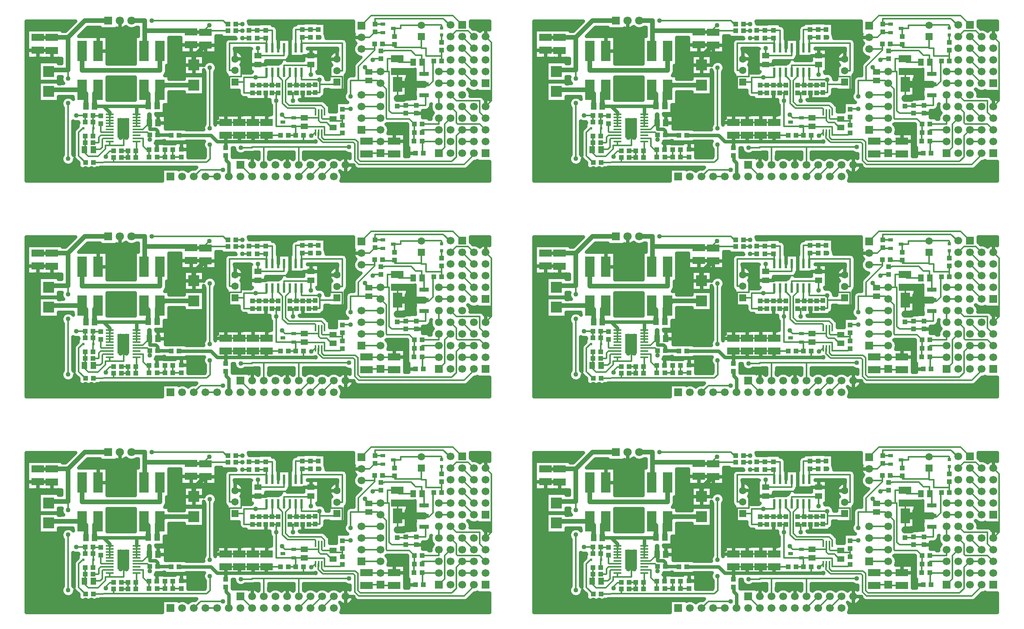
<source format=gbr>
G04 DipTrace 2.4.0.2*
%INTop.gbr*%
%MOIN*%
%ADD13C,0.013*%
%ADD14C,0.03*%
%ADD15C,0.0394*%
%ADD16C,0.025*%
%ADD17C,0.06*%
%ADD18C,0.04*%
%ADD19R,0.0433X0.0394*%
%ADD20R,0.1063X0.063*%
%ADD21R,0.0512X0.0591*%
%ADD22R,0.0591X0.0512*%
%ADD23R,0.0394X0.0433*%
%ADD25R,0.0945X0.0945*%
%ADD27R,0.0236X0.0236*%
%ADD28R,0.0315X0.0315*%
%ADD29R,0.0669X0.0669*%
%ADD30C,0.0669*%
%ADD31R,0.0709X0.0709*%
%ADD32C,0.0709*%
%ADD33R,0.063X0.063*%
%ADD34C,0.063*%
%ADD36R,0.0413X0.0256*%
%ADD38R,0.0846X0.1772*%
%ADD39R,0.0709X0.0157*%
%ADD40R,0.0984X0.1654*%
%ADD41R,0.0846X0.0374*%
%ADD42R,0.0846X0.128*%
%ADD43R,0.0157X0.0551*%
%ADD44R,0.0236X0.0787*%
%FSLAX44Y44*%
G04*
G70*
G90*
G75*
G01*
%LNTop*%
%LPD*%
X32188Y2938D2*
D13*
X31062D1*
X31000Y3000D1*
X29875D1*
X29813Y2938D1*
X24419Y4562D2*
Y4004D1*
D14*
X21220D1*
X20079D1*
X18921D1*
X17812D1*
X17756D1*
X17012D1*
X16466Y4550D1*
X13757D1*
X25429Y4004D2*
X24419D1*
X17750Y4551D2*
D13*
X18921D1*
X20073D1*
X20079Y4557D1*
X21230D1*
X31059Y11124D2*
X30467D1*
X30357Y11014D1*
X20079Y4557D2*
D14*
Y4004D1*
X18921Y4551D2*
Y4004D1*
X17750Y4551D2*
Y4066D1*
X17812Y4004D1*
X21230Y4557D2*
D13*
X22450D1*
X22456Y4562D1*
X21230Y4557D2*
D14*
X21220D1*
Y4004D1*
X17756Y3484D2*
Y4004D1*
X1635Y12937D2*
X2854D1*
Y12933D1*
D15*
X4248D1*
Y10154D1*
X2709D1*
X2587Y10031D1*
X7681Y14374D2*
X5693D1*
X4252Y12933D1*
X4248Y10154D2*
D13*
Y9394D1*
X4232Y9409D1*
Y7299D2*
Y2547D1*
X7469Y2732D2*
Y2858D1*
X7795Y3185D1*
X8122D1*
X8140Y3203D1*
X17953Y14094D2*
X17819D1*
X17543Y14370D1*
X11425D1*
X30000Y9250D2*
X29125D1*
Y10444D1*
X30522Y11841D1*
Y11945D1*
Y12372D1*
X29125Y9250D2*
X28440D1*
Y7876D1*
Y6813D2*
X27771D1*
X27753Y6795D1*
X30000Y9250D2*
X30750D1*
X31000Y9000D1*
X33898Y5531D2*
Y4774D1*
X33893Y4063D2*
Y4774D1*
X33898D1*
X31000Y9000D2*
X31500Y8500D1*
Y6020D1*
X31555Y5965D1*
X33465D1*
X33898Y5531D1*
X15000Y1000D2*
X15026D1*
X15600Y1575D1*
X17520D1*
X19031Y3496D2*
X20012D1*
Y3553D1*
X21000D1*
X24000D1*
X28317D1*
X21000Y2000D2*
Y3553D1*
X24000Y2000D2*
Y3553D1*
X29366Y11945D2*
X30522D1*
X14785Y13402D2*
D14*
X15985D1*
D13*
X16003Y13384D1*
X9681Y14374D2*
D15*
X10795D1*
Y13512D1*
Y11831D1*
X10752Y11787D1*
X14785Y13402D2*
Y13512D1*
X10795D1*
X17953Y13504D2*
D13*
X16123D1*
X16003Y13384D1*
Y13641D1*
X16358Y13996D1*
X16382Y10362D2*
Y5154D1*
Y3760D2*
X16402D1*
Y2516D1*
X16122Y2236D1*
X8136D1*
Y2639D1*
X6398Y2224D2*
X8136Y2236D1*
X37000Y13000D2*
X37500Y13500D1*
X38500D1*
X39000Y13000D1*
X38000D2*
X39000Y12000D1*
X38000D2*
X39000Y11000D1*
X38000D2*
X39000Y10000D1*
X38000D2*
X39000Y9000D1*
X37000Y8000D2*
X37500Y7500D1*
X39500D1*
Y6500D1*
X40000Y6000D1*
Y5000D2*
X39500Y5500D1*
X37620D1*
X37500Y5620D1*
Y6500D1*
X37000Y7000D1*
X38000D2*
X39000Y6000D1*
X25449Y4768D2*
X25398D1*
X25192Y4562D1*
X25125D1*
X25062Y4500D1*
X22252Y9939D2*
Y9638D1*
X22627Y9262D1*
Y7278D1*
X23030Y6876D1*
X25376D1*
X25449Y6803D1*
Y6500D1*
X26217D2*
Y6850D1*
X25941Y7126D1*
X23177D1*
X22877Y7426D1*
Y9251D1*
X23252Y9626D1*
Y9938D1*
Y9939D1*
X10105Y4799D2*
X11047D1*
X11250Y4596D1*
Y4173D1*
X33187Y6433D2*
X34044D1*
X34062Y6451D1*
X32437Y11104D2*
X32569D1*
Y10827D1*
X33819D1*
X34000Y3000D2*
X33188D1*
X33063Y3125D1*
Y3965D1*
X32965Y4062D1*
X32210D1*
X32188Y4040D1*
X31201Y13346D2*
X30620D1*
X30541Y13425D1*
X32437Y11104D2*
X31614D1*
Y10000D1*
X31752D1*
Y6654D1*
X31973Y6433D1*
X33187D1*
X40000Y13000D2*
X40500Y12500D1*
Y7500D1*
X40000Y7000D1*
X23565Y6061D2*
X24492D1*
Y6059D1*
X25052Y11374D2*
X23317D1*
X23252Y11439D1*
Y12064D1*
Y12065D1*
X20507Y10626D2*
X21252D1*
X21627Y11001D1*
X23002D1*
X23317Y11316D1*
Y11374D1*
X22252Y12065D2*
Y13564D1*
X22500D1*
X23252D1*
Y12065D1*
X24338Y8189D2*
Y7751D1*
X27753D1*
Y9571D1*
X26753D1*
Y11080D1*
X27284D1*
X18549Y11084D2*
X19065D1*
Y9583D1*
X18064D1*
Y7688D1*
X21440D1*
X21161D1*
Y8189D1*
X20507Y10626D2*
Y10501D1*
X20002D1*
X19419Y11084D1*
X18549D1*
X25052Y11374D2*
X26130D1*
X26424Y11080D1*
X27284D1*
X23565Y6061D2*
X22817D1*
X22565Y6313D1*
X21440D2*
Y7688D1*
X31000Y4000D2*
X29852D1*
X29813Y4040D1*
X31000Y4000D2*
X32148D1*
X32188Y4040D1*
X30000Y9998D2*
X30998D1*
X31000Y10000D1*
X31614D1*
X30000Y9998D2*
Y10063D1*
X29688Y10375D1*
X16000Y1000D2*
X17000D1*
X5711Y4494D2*
Y3920D1*
X5699Y3908D1*
Y3349D1*
X5660Y3310D1*
Y3075D1*
X5983Y2752D1*
X6797D1*
X7428Y3383D1*
Y3679D1*
X7822D1*
X9000D1*
Y4346D1*
Y5147D1*
X8964Y5183D1*
X7822Y4031D2*
Y3679D1*
X14785Y12300D2*
D14*
X15985D1*
D13*
X16003Y12282D1*
X1635Y11835D2*
D14*
X2854D1*
Y11831D1*
X15013Y10567D2*
D15*
Y11291D1*
X16003Y12282D1*
X13956Y3357D2*
D13*
Y4061D1*
X12479D1*
X11843D1*
Y3323D1*
X12732Y5616D2*
X12722Y5626D1*
X11955D1*
X8750Y4346D2*
X9250D1*
X8750Y4846D2*
X9250D1*
X8750Y5346D2*
X9250D1*
X8750Y5846D2*
X9250D1*
X8750D2*
Y5346D1*
Y4846D1*
Y4346D1*
X9000D1*
X17750Y5654D2*
X18921D1*
X20073D1*
X20079Y5659D1*
X21230D1*
X25705Y6500D2*
Y6059D1*
Y5803D1*
X25866Y5642D1*
X26394D1*
X26827Y5209D1*
X26957D1*
X24492Y6059D2*
X25705D1*
X22500Y13500D2*
Y13564D1*
X30541Y13425D2*
Y13415D1*
X30079Y12953D1*
X29374D1*
X29366Y12945D1*
X28555D1*
X28500Y13000D1*
X31201Y14094D2*
X30541D1*
X37000Y14000D2*
X36938D1*
X36375Y14563D1*
X30541D1*
Y14094D1*
X32467Y8901D2*
Y7756D1*
X32437Y7727D1*
X32467Y8901D2*
Y9973D1*
X32437Y10002D1*
X34750Y8901D2*
Y8858D1*
X35167D1*
X35500Y9191D1*
Y10906D1*
X35591D1*
X32467Y8901D2*
X34750D1*
X38000Y5000D2*
X39000D1*
X38000D2*
X37500Y4500D1*
Y2687D1*
X37125Y2312D1*
X29272D1*
X29063Y2522D1*
Y3969D1*
X28843Y4189D1*
X26157D1*
X25961Y4386D1*
Y4768D1*
X5548Y5150D2*
X5504D1*
X5157Y4803D1*
Y2795D1*
X5728Y2224D1*
X11861Y2681D2*
X12532D1*
X12540Y2690D1*
X12542Y3306D2*
Y2692D1*
X11866Y7067D2*
D15*
Y8205D1*
X12102Y8441D1*
X15013Y8835D2*
X12496D1*
X12102Y8441D1*
X5445D2*
X2728D1*
X2587Y8299D1*
X5764Y7059D2*
Y8122D1*
X5445Y8441D1*
X7822Y4287D2*
D13*
X7257D1*
X7180Y4211D1*
Y3526D1*
X6991Y3337D1*
X6435D1*
X6408Y3310D1*
X10105Y4287D2*
X10675D1*
Y3618D1*
X10980Y3313D1*
X11164D1*
X11174Y3323D1*
Y2699D1*
X11192Y2681D1*
X7822Y4543D2*
X7028D1*
X6873Y4388D1*
Y3963D1*
X6838Y3927D1*
X6387D1*
X6368Y3908D1*
X10032Y2639D2*
Y3209D1*
X10105Y4031D2*
Y3282D1*
X10032Y3209D1*
X8809Y3203D2*
X9357D1*
X9363Y3209D1*
X8805Y2639D2*
X9363D1*
Y3208D1*
X32437Y7058D2*
X33187D1*
Y7102D1*
X34044D1*
X34062Y7120D1*
X34875D1*
Y7870D1*
X34750Y7995D1*
X34500Y13992D2*
X32746D1*
Y13720D1*
X32324D1*
X32106D1*
X32224Y13002D2*
Y13621D1*
X32324Y13720D1*
X36240Y13750D2*
Y13996D1*
X36220Y14016D1*
X34524D1*
X34500Y13992D1*
X27753Y6126D2*
Y5773D1*
Y5420D1*
Y5773D2*
X27141D1*
X26957Y5957D1*
X25961Y6500D2*
Y6012D1*
X26028Y5945D1*
X26945D1*
X26957Y5957D1*
X36260Y10906D2*
Y11339D1*
X34911D1*
Y12000D1*
X34500D1*
Y13008D1*
X31191Y12372D2*
X31358D1*
Y12293D1*
X32244D1*
Y12096D1*
X34500D1*
Y13008D1*
X36250Y11841D2*
X36260Y11339D1*
X32224Y12333D2*
X32244Y12293D1*
X21752Y9939D2*
Y8876D1*
X21674D1*
Y8858D1*
X21696D1*
X21161D2*
X21674D1*
X21161D2*
X20598D1*
X20042D1*
X20036Y8864D1*
X22260Y8858D2*
X21706D1*
X21674Y8876D1*
X23752Y9939D2*
Y8873D1*
X23767Y8858D1*
X23796D1*
X24338D1*
X24869D1*
X25397D1*
X25408Y8868D1*
X23252Y8858D2*
X23767D1*
X21752Y12065D2*
Y13564D1*
X21190D1*
X20458D1*
X20440Y13546D1*
X19752D1*
X25003Y13626D2*
X24333D1*
X24315Y13608D1*
X23771D1*
X23752Y13626D1*
Y12065D1*
X25690Y13608D2*
X25021D1*
X25003Y13626D1*
X31000Y5000D2*
X29379D1*
X29378Y5001D1*
Y6001D2*
X30999D1*
X31000Y6000D1*
Y7000D2*
X29379D1*
X29378Y7001D1*
Y8001D2*
X30999D1*
X31000Y8000D1*
X36000Y4000D2*
X34625D1*
X34563Y4063D1*
X34669Y3000D2*
X34625D1*
Y4000D1*
X36000Y5000D2*
X34567D1*
Y4774D1*
Y5531D2*
X36000D1*
Y6000D1*
Y7000D2*
Y8000D1*
X19000Y2000D2*
X20000Y1000D1*
X26000D2*
X27000Y2000D1*
X24000Y1000D2*
X25000Y2000D1*
Y1000D2*
X26000Y2000D1*
X13212Y3306D2*
Y2692D1*
X13210Y2690D1*
X13953D1*
X13956Y2687D1*
X36250Y12510D2*
Y13150D1*
X36240Y13159D1*
X7047Y5551D2*
Y4843D1*
X7087Y4803D1*
X7818D1*
X7822Y4799D1*
X22752Y9939D2*
Y10564D1*
X24990D1*
X25052Y10626D1*
X18622Y14094D2*
X19173D1*
X25052Y9752D2*
Y10626D1*
X20507Y11374D2*
X22752D1*
Y12065D1*
X20507Y11374D2*
Y12042D1*
X20496Y12031D1*
X19173Y13504D2*
X18622D1*
X34567Y10827D2*
X34754D1*
Y9685D1*
X34633Y9806D1*
X34750D1*
X31059Y11793D2*
X31333D1*
X31350Y11811D1*
X33632D1*
X34016Y11427D1*
X34528D1*
Y10827D1*
X34567D1*
X6388Y6261D2*
Y5688D1*
X6374Y5674D1*
X6414Y5150D2*
Y5634D1*
X6374Y5674D1*
X6380Y4494D2*
Y5115D1*
X6414Y5150D1*
X7047Y6220D2*
X6428D1*
X6388Y6261D1*
X5705Y5674D2*
Y6247D1*
X5719Y6261D1*
X10105Y5055D2*
X10636D1*
X11207Y5626D1*
D14*
X11246D1*
Y5094D1*
X11738D1*
X11919Y4913D1*
Y4596D1*
X13087D1*
Y4550D1*
X5445Y11787D2*
D15*
Y10110D1*
X11203D1*
X12122D1*
Y11768D1*
X12102Y11787D1*
X11207Y5626D2*
X11203Y6321D1*
X5719Y6261D2*
D13*
X4953D1*
X26217Y4768D2*
Y4571D1*
X27573D1*
X27753Y4750D1*
X23125Y4562D2*
X23750D1*
Y5313D1*
X23565D1*
X24492D1*
Y5311D1*
X23565Y5313D2*
X22063D1*
Y7501D1*
Y8189D1*
X21696D1*
X23565Y7438D2*
X23500Y7503D1*
Y8189D1*
X23796D1*
X22260D2*
X21696D1*
X23252D2*
X23795D1*
X23796D1*
X26217Y4768D2*
Y5295D1*
X24508D1*
X24492Y5311D1*
X25705Y4768D2*
X25689D1*
Y4323D1*
X26074Y3938D1*
X28691D1*
X28816Y3813D1*
Y2385D1*
X29138Y2063D1*
X38188D1*
X39000Y2875D1*
Y3000D1*
X38000Y4000D2*
X39000D1*
X7822Y5311D2*
Y5567D1*
Y5823D1*
Y6079D1*
Y6334D1*
Y6335D1*
X10105Y5311D2*
Y5567D1*
Y5823D1*
Y6079D1*
Y6335D1*
X6512Y7059D2*
D14*
X7264D1*
X7822Y6501D1*
Y6335D1*
X6512Y7059D2*
X10105D1*
X11110D1*
D13*
X11118Y7067D1*
X10105Y6335D2*
D14*
Y7059D1*
X6512D2*
D15*
Y8157D1*
X6795Y8441D1*
X11118Y7067D2*
Y8075D1*
X10752Y8441D1*
X18000Y1000D2*
D14*
Y2177D1*
X17764Y2413D1*
Y2807D1*
X17756Y2815D1*
X20598Y8189D2*
D13*
X20042D1*
X20036Y8195D1*
X19312D1*
Y9100D1*
Y9501D1*
X21252D1*
Y9939D1*
X18549Y9116D2*
X19312Y9100D1*
X19752Y12876D2*
X19190D1*
X20295Y9528D2*
X21252D1*
Y9939D1*
Y12065D2*
Y12832D1*
X21190Y12895D1*
X20458D1*
X20440Y12876D1*
X18549Y10100D2*
X18063D1*
Y12433D1*
X21252D1*
Y12065D1*
X24869Y8189D2*
X25397D1*
X25408Y8199D1*
X25817D1*
Y8910D1*
X25797D1*
Y9311D1*
X24252D1*
Y9939D1*
X25817Y8910D2*
X27082D1*
X27284Y9112D1*
X25690Y12939D2*
X25778D1*
Y9331D2*
X24252D1*
Y9939D1*
Y12065D2*
Y12876D1*
X24315Y12939D1*
X24984D1*
X25003Y12957D1*
X27284Y10096D2*
X27753D1*
Y12453D1*
X24252D1*
Y12065D1*
X36000Y10000D2*
X37000D1*
Y6000D2*
X36500Y5500D1*
Y3500D1*
X36000Y3000D1*
X29366Y13945D2*
Y13972D1*
X30197Y14803D1*
X37197D1*
X38000Y14000D1*
X36000Y9000D2*
X37000D1*
D18*
X25429Y4004D3*
X30357Y11014D3*
X4232Y9409D3*
Y7299D3*
Y2547D3*
X7469Y2732D3*
X11425Y14370D3*
X28440Y7876D3*
Y6813D3*
X17520Y1575D3*
X19031Y3496D3*
X28317Y3553D3*
X16358Y13996D3*
X16382Y10362D3*
Y5154D3*
Y3760D3*
X25062Y4500D3*
X11250Y4173D3*
X22565Y6313D3*
X21440D3*
X29688Y10375D3*
X12732Y5616D3*
X12479Y4061D3*
X19173Y14094D3*
X25052Y9752D3*
X20496Y12031D3*
X19173Y13504D3*
X11203Y6321D3*
Y10110D3*
X4953Y6261D3*
X23500Y7501D3*
X22063D3*
X19190Y12876D3*
X20295Y9528D3*
X25778Y12939D3*
Y9331D3*
X8750Y5846D3*
Y5346D3*
X17000Y13000D3*
Y12500D3*
Y12000D3*
Y11500D3*
Y11000D3*
Y10500D3*
Y10000D3*
Y9500D3*
Y9000D3*
Y8500D3*
Y8000D3*
Y7500D3*
Y7000D3*
Y6500D3*
Y6000D3*
X8295Y8453D3*
X4752Y1709D3*
X5252D3*
X8750Y4846D3*
Y4346D3*
X9250Y5846D3*
Y5346D3*
Y4846D3*
Y4346D3*
X6406Y13283D3*
X6906D3*
X7406D3*
X7906D3*
X33316Y9924D3*
Y9424D3*
Y8924D3*
Y8424D3*
X33879Y9924D3*
Y9424D3*
Y8924D3*
Y8424D3*
X33316Y7924D3*
X33879D3*
X32441Y9174D3*
Y8674D3*
X8406Y13283D3*
X8906D3*
X9406D3*
X9906D3*
X8795Y8453D3*
X9295D3*
X5752Y1709D3*
X6252D3*
X6752D3*
X7252D3*
X7752D3*
X8252D3*
X8752D3*
X9252D3*
X9752D3*
X10252D3*
X10752D3*
X8295Y7953D3*
X11752Y1709D3*
X12252D3*
X12752D3*
X13252D3*
X17500Y7500D3*
Y7000D3*
X8795Y7953D3*
X9295D3*
X1406Y11118D3*
X1906D3*
X2406D3*
X2906D3*
X3406D3*
X14583Y11496D3*
X15083D3*
X15583D3*
X17500Y6500D3*
X13250Y7096D3*
Y6596D3*
Y6096D3*
Y5596D3*
X18000Y7500D3*
Y7000D3*
Y6500D3*
X18500Y7500D3*
Y7000D3*
Y6500D3*
X19000Y7500D3*
Y7000D3*
Y6500D3*
X19500Y7500D3*
Y7000D3*
Y6500D3*
X20000Y7500D3*
Y7000D3*
Y6500D3*
X20500Y7500D3*
Y7000D3*
Y6500D3*
X21000Y7500D3*
Y7000D3*
Y6500D3*
X22500Y13500D3*
Y13000D3*
X23000Y13500D3*
Y13000D3*
X28500Y14000D3*
Y13500D3*
Y13000D3*
Y12500D3*
Y12000D3*
Y11500D3*
Y11000D3*
Y10500D3*
Y10000D3*
X29000Y1500D3*
X29500D3*
X30000D3*
X30500D3*
X31000D3*
X31500D3*
X32000D3*
X32500D3*
X33000D3*
X33500D3*
X34000D3*
X34500D3*
X35000D3*
X35500D3*
X36000D3*
X36500D3*
X37000D3*
X37500D3*
X38000D3*
X38500D3*
X39000D3*
X39500D3*
X40000D3*
X1000Y11000D3*
Y10500D3*
Y10000D3*
Y9500D3*
Y9000D3*
Y8500D3*
Y8000D3*
Y7500D3*
Y7000D3*
Y6500D3*
Y6000D3*
Y5500D3*
Y5000D3*
Y4500D3*
Y4000D3*
Y3500D3*
Y3000D3*
Y2500D3*
Y2000D3*
Y1500D3*
Y1000D3*
X33328Y9967D2*
D16*
X33966D1*
X33328Y9718D2*
X33966D1*
X33328Y9469D2*
X33966D1*
X33250Y9221D2*
X33966D1*
X33250Y8972D2*
X33966D1*
X33250Y8723D2*
X33966D1*
X33250Y8475D2*
X33966D1*
X33250Y8226D2*
X33966D1*
X33250Y7977D2*
X33966D1*
X32996Y7729D2*
X33966D1*
X33992Y10196D2*
X33976Y10200D1*
X33992Y10159D1*
Y10194D1*
X33304Y10196D1*
Y9352D1*
X33225Y9350D1*
Y7926D1*
X32969D1*
Y7653D1*
X33535D1*
X33531Y7672D1*
X33995D1*
X33992Y8223D1*
X33996Y8517D1*
X33992Y8629D1*
Y10159D1*
X32437Y10002D2*
D17*
X33304D1*
X32437Y7727D2*
X32969D1*
X33992Y8901D2*
X34750D1*
X32467D2*
X33224D1*
X680Y14051D2*
D14*
X4551D1*
X21778D2*
X23682D1*
X26281D2*
X28640D1*
X38727D2*
X40320D1*
X680Y13753D2*
X4251D1*
X5890D2*
X6954D1*
X9028D2*
X9337D1*
X10024D2*
X10206D1*
X22163D2*
X23313D1*
X26281D2*
X28640D1*
X38879D2*
X40320D1*
X5591Y13454D2*
X10206D1*
X22208D2*
X23297D1*
X26281D2*
X28640D1*
X5296Y13155D2*
X10206D1*
X22208D2*
X23297D1*
X26326D2*
X28673D1*
X7609Y12857D2*
X9936D1*
X12915D2*
X13860D1*
X16926D2*
X17978D1*
X22208D2*
X23297D1*
X27921D2*
X28645D1*
X7609Y12558D2*
X9936D1*
X12915D2*
X13860D1*
X16926D2*
X17625D1*
X28196D2*
X28755D1*
X7609Y12259D2*
X9936D1*
X12915D2*
X13860D1*
X16926D2*
X17605D1*
X28208D2*
X28714D1*
X7609Y11960D2*
X9936D1*
X12915D2*
X13860D1*
X16926D2*
X17605D1*
X18522D2*
X19819D1*
X25739D2*
X27295D1*
X28208D2*
X28640D1*
X7609Y11662D2*
X9936D1*
X12915D2*
X13860D1*
X16926D2*
X17605D1*
X18989D2*
X19819D1*
X25739D2*
X26848D1*
X28208D2*
X28698D1*
X7609Y11363D2*
X9936D1*
X12915D2*
X14147D1*
X15876D2*
X17605D1*
X19223D2*
X19819D1*
X25739D2*
X26610D1*
X28208D2*
X28952D1*
X680Y11064D2*
X3661D1*
X7609D2*
X9936D1*
X12915D2*
X14147D1*
X15876D2*
X17605D1*
X19276D2*
X19819D1*
X23078D2*
X24367D1*
X25739D2*
X26557D1*
X28208D2*
X29112D1*
X680Y10766D2*
X1721D1*
X3450D2*
X3661D1*
X7609D2*
X9936D1*
X12915D2*
X14147D1*
X16803D2*
X17605D1*
X19190D2*
X19819D1*
X21195D2*
X22345D1*
X25739D2*
X26639D1*
X28208D2*
X28813D1*
X680Y10467D2*
X1721D1*
X12710D2*
X14147D1*
X16963D2*
X17605D1*
X19170D2*
X19819D1*
X25739D2*
X26664D1*
X28208D2*
X28669D1*
X680Y10168D2*
X1721D1*
X12710D2*
X14147D1*
X16939D2*
X17605D1*
X19272D2*
X19819D1*
X25739D2*
X26561D1*
X28208D2*
X28669D1*
X680Y9870D2*
X1721D1*
X12657D2*
X14147D1*
X16840D2*
X17674D1*
X25965D2*
X26594D1*
X28147D2*
X28669D1*
X680Y9571D2*
X1721D1*
X3450D2*
X3665D1*
X12915D2*
X14147D1*
X16840D2*
X17822D1*
X26314D2*
X26557D1*
X680Y9272D2*
X1721D1*
X3450D2*
X3657D1*
X7609D2*
X9936D1*
X16840D2*
X17822D1*
X680Y8974D2*
X1721D1*
X7609D2*
X9936D1*
X16840D2*
X17822D1*
X680Y8675D2*
X1721D1*
X7609D2*
X9936D1*
X16840D2*
X17822D1*
X680Y8376D2*
X1721D1*
X7609D2*
X9936D1*
X16840D2*
X18855D1*
X26273D2*
X27984D1*
X680Y8078D2*
X1721D1*
X7609D2*
X9936D1*
X12915D2*
X14147D1*
X16840D2*
X18872D1*
X26256D2*
X27886D1*
X38723D2*
X40320D1*
X680Y7779D2*
X1721D1*
X3450D2*
X3911D1*
X7609D2*
X9936D1*
X12915D2*
X15923D1*
X16840D2*
X19188D1*
X25998D2*
X27857D1*
X39851D2*
X40320D1*
X680Y7480D2*
X1721D1*
X3450D2*
X3669D1*
X12915D2*
X15923D1*
X16840D2*
X21472D1*
X26207D2*
X28013D1*
X680Y7181D2*
X3653D1*
X12514D2*
X15923D1*
X16840D2*
X21570D1*
X26519D2*
X27164D1*
X680Y6883D2*
X3776D1*
X12514D2*
X15923D1*
X16840D2*
X21607D1*
X26687D2*
X27164D1*
X680Y6584D2*
X3776D1*
X12514D2*
X15923D1*
X16840D2*
X21607D1*
X26687D2*
X27164D1*
X34651D2*
X35411D1*
X680Y6285D2*
X3776D1*
X11792D2*
X15923D1*
X34651D2*
X35333D1*
X680Y5987D2*
X3776D1*
X12604D2*
X15923D1*
X680Y5688D2*
X3776D1*
X4689D2*
X5096D1*
X12604D2*
X15923D1*
X680Y5389D2*
X3776D1*
X4689D2*
X5039D1*
X12604D2*
X15841D1*
X31608D2*
X33291D1*
X680Y5091D2*
X3776D1*
X14363D2*
X15792D1*
X31719D2*
X33291D1*
X680Y4792D2*
X3776D1*
X31694D2*
X33291D1*
X680Y4493D2*
X3776D1*
X33109D2*
X33286D1*
X680Y4195D2*
X3776D1*
X33109D2*
X33286D1*
X680Y3896D2*
X3776D1*
X11767D2*
X13368D1*
X14544D2*
X15808D1*
X33109D2*
X33286D1*
X680Y3597D2*
X3776D1*
X14544D2*
X15812D1*
X33109D2*
X33286D1*
X680Y3299D2*
X3776D1*
X14544D2*
X15944D1*
X33109D2*
X33394D1*
X680Y3000D2*
X3776D1*
X14544D2*
X15944D1*
X18345D2*
X18736D1*
X19325D2*
X20545D1*
X21458D2*
X23543D1*
X24456D2*
X28189D1*
X33109D2*
X33394D1*
X680Y2701D2*
X3661D1*
X14544D2*
X15944D1*
X18345D2*
X20545D1*
X21458D2*
X23543D1*
X24456D2*
X28357D1*
X680Y2402D2*
X3661D1*
X680Y2104D2*
X3858D1*
X4607D2*
X5121D1*
X38863D2*
X40320D1*
X680Y1805D2*
X5121D1*
X7539D2*
X15197D1*
X38563D2*
X40320D1*
X680Y1506D2*
X12273D1*
X28520D2*
X40320D1*
X680Y1208D2*
X12273D1*
X27696D2*
X40320D1*
X680Y909D2*
X12273D1*
X27720D2*
X40320D1*
X16883Y6330D2*
X19185D1*
X19211Y6336D1*
X21635D1*
X21636Y7138D1*
X21590Y7196D1*
X21533Y7314D1*
X21504Y7441D1*
X21505Y7572D1*
X21510Y7610D1*
X20039Y7614D1*
X19477Y7616D1*
Y7768D1*
X19312D1*
X19183Y7788D1*
X19066Y7846D1*
X18972Y7937D1*
X18910Y8052D1*
X18886Y8195D1*
Y8404D1*
X17852Y8403D1*
Y9728D1*
X17732Y9830D1*
X17666Y9943D1*
X17636Y10100D1*
Y12433D1*
X17656Y12562D1*
X17714Y12679D1*
X17805Y12773D1*
X17920Y12835D1*
X18063Y12860D1*
X18625D1*
X18544Y12945D1*
X18044Y12949D1*
X17613Y12945D1*
X17374D1*
Y13080D1*
X16899Y13077D1*
X16897Y12707D1*
Y11605D1*
X15110D1*
Y11624D1*
X13892Y11623D1*
Y12954D1*
X12886Y12953D1*
X12888Y10540D1*
X12678D1*
X12681Y10110D1*
X12666Y9980D1*
X12620Y9857D1*
X12498Y9689D1*
X12888D1*
X12890Y9394D1*
X14182D1*
X14178Y9669D1*
X15847D1*
Y8001D1*
X14178D1*
Y8275D1*
X12884Y8276D1*
X12888Y7720D1*
Y7193D1*
X12482D1*
X12484Y6410D1*
X11758D1*
X11762Y6292D1*
X11770Y6283D1*
X11825Y6279D1*
X11914Y6283D1*
X12573D1*
Y5108D1*
X13666Y5105D1*
X14097Y5109D1*
X14335D1*
Y5064D1*
X15828Y5062D1*
X15824Y5225D1*
X15856Y5352D1*
X15916Y5468D1*
X15956Y5515D1*
X15955Y9997D1*
X15910Y10058D1*
X15847Y10195D1*
Y9733D1*
X14178D1*
Y11402D1*
X15847D1*
Y10535D1*
X15916Y10677D1*
X16002Y10776D1*
X16108Y10853D1*
X16229Y10903D1*
X16358Y10924D1*
X16489Y10914D1*
X16614Y10874D1*
X16726Y10807D1*
X16819Y10715D1*
X16889Y10604D1*
X16931Y10480D1*
X16944Y10362D1*
X16929Y10232D1*
X16884Y10109D1*
X16809Y9997D1*
Y5519D1*
X16856Y5448D1*
X16857Y6330D1*
X16883D1*
X11729Y3882D2*
X11753Y3878D1*
X11842Y3882D1*
X12422D1*
Y3864D1*
X13121Y3861D1*
X13400Y3865D1*
X13397Y3935D1*
X14515D1*
Y2663D1*
X15948D1*
X15975Y2778D1*
Y3373D1*
X15910Y3455D1*
X15852Y3573D1*
X15823Y3700D1*
X15824Y3831D1*
X15856Y3958D1*
X15896Y4035D1*
X14760Y4038D1*
X14337D1*
X14335Y3991D1*
X13178Y3995D1*
X12747Y3991D1*
X12509D1*
Y4085D1*
X12498Y4038D1*
X11792D1*
X11752Y3920D1*
X11727Y3883D1*
X11763Y3882D1*
X26656Y6575D2*
X27198D1*
X27194Y6704D1*
Y7373D1*
X28191D1*
X28052Y7470D1*
X27968Y7571D1*
X27911Y7689D1*
X27882Y7816D1*
X27883Y7947D1*
X27915Y8074D1*
X27975Y8191D1*
X28015Y8237D1*
X28014Y9250D1*
X28034Y9379D1*
X28092Y9496D1*
X28183Y9590D1*
X28298Y9652D1*
X28440Y9677D1*
X28699D1*
X28698Y10444D1*
X28718Y10573D1*
X28779Y10693D1*
X28916Y10839D1*
X29325Y11247D1*
X29152Y11282D1*
X29031Y11334D1*
X28923Y11407D1*
X28830Y11500D1*
X28756Y11608D1*
X28704Y11728D1*
X28675Y11856D1*
X28671Y11987D1*
X28691Y12117D1*
X28735Y12240D1*
X28802Y12353D1*
X28880Y12442D1*
X28783Y12563D1*
X28722Y12679D1*
X28684Y12805D1*
X28670Y12935D1*
X28680Y13065D1*
X28715Y13192D1*
X28739Y13248D1*
X28670D1*
Y14351D1*
X19671Y14350D1*
X19723Y14213D1*
X19732Y14128D1*
X20311Y14124D1*
X20631D1*
Y14142D1*
X21749D1*
X21752Y13991D1*
X21881Y13971D1*
X21999Y13913D1*
X22093Y13822D1*
X22155Y13707D1*
X22179Y13564D1*
Y12822D1*
X22232Y12816D1*
X22350Y12820D1*
X23326D1*
Y13626D1*
X23346Y13756D1*
X23404Y13873D1*
X23495Y13967D1*
X23610Y14029D1*
X23742Y14053D1*
X23756Y14079D1*
Y14187D1*
X24441D1*
X24444Y14205D1*
X25561D1*
Y14184D1*
X26249Y14187D1*
Y13243D1*
X26285Y13181D1*
X26327Y13057D1*
X26340Y12939D1*
X26332Y12878D1*
X27753Y12880D1*
X27882Y12860D1*
X27999Y12802D1*
X28093Y12711D1*
X28155Y12596D1*
X28180Y12453D1*
Y10096D1*
X28160Y9967D1*
X28102Y9850D1*
X28019Y9763D1*
X27980Y9661D1*
Y8399D1*
X26587D1*
Y8485D1*
X26241Y8483D1*
X26244Y8199D1*
X26224Y8070D1*
X26166Y7953D1*
X26086Y7868D1*
X25969Y7801D1*
X25967Y7620D1*
X25429D1*
X25428Y7610D1*
X24310Y7614D1*
X24293Y7610D1*
X24055D1*
X24096Y7553D1*
X25941D1*
X26070Y7533D1*
X26190Y7472D1*
X26336Y7335D1*
X26521Y7149D1*
X26563Y7138D1*
X26657D1*
Y6576D1*
X2531Y13610D2*
X3748D1*
Y13491D1*
X4023Y13492D1*
X4880Y14352D1*
X650Y14350D1*
Y651D1*
X12307Y650D1*
X12303Y1222D1*
Y1697D1*
X13697D1*
Y1627D1*
X13868Y1684D1*
X13998Y1697D1*
X14128Y1685D1*
X14254Y1649D1*
X14371Y1589D1*
X14500Y1482D1*
X14625Y1587D1*
X14742Y1647D1*
X14868Y1684D1*
X14998Y1697D1*
X15108Y1687D1*
X15231Y1809D1*
X7482Y1805D1*
X6978Y1801D1*
X6976Y1666D1*
X5819Y1670D1*
X5388Y1666D1*
X5150D1*
X5148Y2201D1*
X4824Y2529D1*
X4794Y2547D1*
X4779Y2417D1*
X4734Y2294D1*
X4662Y2185D1*
X4566Y2095D1*
X4453Y2030D1*
X4327Y1993D1*
X4196Y1986D1*
X4068Y2010D1*
X3948Y2063D1*
X3843Y2142D1*
X3760Y2243D1*
X3702Y2360D1*
X3673Y2488D1*
X3675Y2619D1*
X3707Y2746D1*
X3767Y2862D1*
X3807Y2909D1*
X3805Y6931D1*
X3760Y6995D1*
X3702Y7112D1*
X3673Y7240D1*
X3675Y7371D1*
X3707Y7498D1*
X3767Y7614D1*
X3852Y7713D1*
X3958Y7790D1*
X4079Y7840D1*
X4209Y7861D1*
X4339Y7851D1*
X4464Y7811D1*
X4576Y7744D1*
X4661Y7661D1*
X4657Y7882D1*
X3423D1*
X3421Y7465D1*
X1752D1*
Y9134D1*
X3421D1*
Y8998D1*
X3843Y9004D1*
X3760Y9105D1*
X3702Y9222D1*
X3673Y9350D1*
X3675Y9481D1*
X3704Y9596D1*
X3424Y9595D1*
X3421Y9197D1*
X1752D1*
Y10866D1*
X3421D1*
Y10714D1*
X3689Y10712D1*
Y11150D1*
X3512Y11154D1*
X741Y11158D1*
Y13614D1*
X2528Y13610D1*
X21164Y10948D2*
X21166Y10694D1*
X21732Y10690D1*
X22166Y10694D1*
X22232Y10690D1*
X22395Y10798D1*
X22498Y10906D1*
X22490Y10947D1*
X21164Y10942D1*
X21160Y10756D1*
X21272Y10694D1*
X22232D1*
X20004Y10008D2*
X19850D1*
Y11992D1*
X19936D1*
X19809Y12006D1*
X18492D1*
X18494Y11794D1*
X18625Y11792D1*
X18754Y11766D1*
X18875Y11716D1*
X18984Y11644D1*
X19078Y11552D1*
X19154Y11445D1*
X19208Y11326D1*
X19238Y11198D1*
X19245Y11074D1*
X19228Y10944D1*
X19186Y10819D1*
X19123Y10705D1*
X19033Y10599D1*
X19111Y10511D1*
X19178Y10399D1*
X19223Y10276D1*
X19245Y10100D1*
X19233Y9969D1*
X19218Y9918D1*
X19312Y9928D1*
X19899D1*
X20005Y10006D1*
X25710Y11244D2*
Y10008D1*
X25550D1*
X25602Y9866D1*
X25754Y9892D1*
X25884Y9882D1*
X26009Y9843D1*
X26121Y9775D1*
X26215Y9684D1*
X26285Y9573D1*
X26327Y9449D1*
X26342Y9337D1*
X26584D1*
X26587Y9793D1*
X26657D1*
X26622Y9880D1*
X26593Y10007D1*
X26588Y10138D1*
X26609Y10268D1*
X26653Y10391D1*
X26719Y10504D1*
X26797Y10593D1*
X26701Y10714D1*
X26640Y10830D1*
X26601Y10956D1*
X26587Y11086D1*
X26598Y11217D1*
X26632Y11343D1*
X26690Y11461D1*
X26769Y11565D1*
X26866Y11653D1*
X26978Y11722D1*
X27100Y11768D1*
X27229Y11791D1*
X27327D1*
X27326Y12028D1*
X24730Y12026D1*
X24736Y11992D1*
X25710D1*
X25709Y10756D1*
X24395Y10988D2*
X24399Y11244D1*
X24395Y11308D1*
X23772Y11313D1*
X23522Y11309D1*
X23174D1*
X23163Y11259D1*
X23109Y11140D1*
X23007Y11032D1*
X23015Y10991D1*
X24395Y10992D1*
Y11255D1*
X24232Y11309D1*
X23272Y11313D1*
X23171Y11309D1*
X23159Y11245D1*
X23101Y11128D1*
X23010Y11034D1*
X33078Y3614D2*
X33081Y2741D1*
X33418Y2739D1*
X33421Y2966D1*
Y3503D1*
X33315Y3504D1*
X33319Y5332D1*
X33317Y5508D1*
X33285Y5540D1*
X31551Y5538D1*
X31508Y5523D1*
X31480Y5499D1*
X31562Y5411D1*
X31629Y5299D1*
X31674Y5176D1*
X31697Y5000D1*
X31684Y4870D1*
X31635Y4718D1*
X33081Y4717D1*
X33080Y3363D1*
X5068Y5313D2*
Y5630D1*
X5130D1*
X5126Y5726D1*
X5048Y5707D1*
X4917Y5700D1*
X4788Y5723D1*
X4658Y5783D1*
X4659Y2915D1*
X4729Y2807D1*
X4731Y4803D1*
X4751Y4932D1*
X4812Y5052D1*
X4948Y5198D1*
X5067Y5317D1*
X38697Y14348D2*
Y13881D1*
X38802Y13802D1*
X38915Y13689D1*
X38998Y13697D1*
X39128Y13685D1*
X39254Y13649D1*
X39371Y13589D1*
X39500Y13482D1*
X39561Y13541D1*
X39670Y13614D1*
X39791Y13665D1*
X39919Y13692D1*
X40050Y13695D1*
X40180Y13673D1*
X40303Y13628D1*
X40350Y13603D1*
Y14349D1*
X38700Y14350D1*
X38483Y8500D2*
X38562Y8411D1*
X38629Y8299D1*
X38674Y8176D1*
X38697Y8000D1*
X38690Y7931D1*
X39500Y7927D1*
X39629Y7907D1*
X39746Y7849D1*
X39833Y7766D1*
X39893Y7688D1*
X40024Y7696D1*
X40154Y7679D1*
X40279Y7638D1*
X40350Y7603D1*
Y8304D1*
X39303Y8303D1*
Y8373D1*
X39174Y8325D1*
X39044Y8305D1*
X38913Y8309D1*
X38785Y8337D1*
X38665Y8389D1*
X38557Y8463D1*
X38502Y8518D1*
X21427Y2547D2*
X21500Y2482D1*
X21625Y2587D1*
X21742Y2647D1*
X21868Y2684D1*
X21998Y2697D1*
X22128Y2685D1*
X22254Y2649D1*
X22371Y2589D1*
X22500Y2482D1*
X22561Y2541D1*
X22670Y2614D1*
X22791Y2665D1*
X22919Y2692D1*
X23050Y2695D1*
X23180Y2673D1*
X23303Y2628D1*
X23415Y2560D1*
X23500Y2485D1*
X23570Y2544D1*
X23573Y3128D1*
X21429Y3126D1*
X21427Y2548D1*
X24427Y2547D2*
X24500Y2482D1*
X24625Y2587D1*
X24742Y2647D1*
X24868Y2684D1*
X24998Y2697D1*
X25128Y2685D1*
X25254Y2649D1*
X25371Y2589D1*
X25500Y2482D1*
X25625Y2587D1*
X25742Y2647D1*
X25868Y2684D1*
X25998Y2697D1*
X26128Y2685D1*
X26254Y2649D1*
X26371Y2589D1*
X26500Y2482D1*
X26625Y2587D1*
X26742Y2647D1*
X26868Y2684D1*
X26998Y2697D1*
X27128Y2685D1*
X27254Y2649D1*
X27371Y2589D1*
X27500Y2482D1*
X27561Y2541D1*
X27670Y2614D1*
X27791Y2665D1*
X27919Y2692D1*
X28050Y2695D1*
X28180Y2673D1*
X28303Y2628D1*
X28389Y2578D1*
Y2996D1*
X28281Y2992D1*
X28152Y3016D1*
X28032Y3068D1*
X27957Y3125D1*
X24425Y3126D1*
X24427Y2548D1*
X28690Y1908D2*
X28657Y1768D1*
X28602Y1649D1*
X28526Y1543D1*
X28431Y1452D1*
X28321Y1381D1*
X28199Y1332D1*
X28071Y1307D1*
X27940Y1306D1*
X27811Y1330D1*
X27688Y1377D1*
X27577Y1446D1*
X27499Y1515D1*
X27629Y1299D1*
X27674Y1176D1*
X27697Y1000D1*
X27684Y870D1*
X27648Y744D1*
X27601Y652D1*
X29371Y650D1*
X40350D1*
Y2300D1*
X39384Y2303D1*
X39303D1*
Y2373D1*
X39174Y2325D1*
X39032Y2305D1*
X38489Y1761D1*
X38384Y1683D1*
X38256Y1642D1*
X38056Y1636D1*
X29138D1*
X29009Y1656D1*
X28889Y1717D1*
X28744Y1853D1*
X28688Y1908D1*
X8378Y13746D2*
Y13677D1*
X6984D1*
Y13813D1*
X5922Y13815D1*
X5146Y13036D1*
X6230Y13035D1*
X7580D1*
Y10669D1*
X9967Y10671D1*
Y13035D1*
X10233D1*
X10236Y13819D1*
X10091Y13811D1*
X9978Y13744D1*
X9855Y13699D1*
X9725Y13679D1*
X9595Y13683D1*
X9467Y13711D1*
X9346Y13763D1*
X9238Y13837D1*
X9183Y13892D1*
X9091Y13811D1*
X8978Y13744D1*
X8855Y13699D1*
X8725Y13679D1*
X8595Y13683D1*
X8467Y13711D1*
X8378Y13747D1*
X35308Y5956D2*
X35305Y6042D1*
X35325Y6172D1*
X35369Y6295D1*
X35435Y6408D1*
X35514Y6497D1*
X35390Y6663D1*
X35338Y6784D1*
X35309Y6911D1*
X35305Y7042D1*
X35325Y7172D1*
X35354Y7253D1*
X35302Y7214D1*
Y7120D1*
X35282Y6991D1*
X35224Y6874D1*
X35133Y6780D1*
X35018Y6718D1*
X34875Y6693D1*
X34621Y6688D1*
Y6090D1*
X35145D1*
Y5955D1*
X35301Y5958D1*
X18313Y3393D2*
X18316Y2697D1*
X19697D1*
Y2627D1*
X19816Y2672D1*
X19946Y2695D1*
X20077Y2692D1*
X20205Y2666D1*
X20326Y2616D1*
X20435Y2544D1*
X20500Y2485D1*
X20570Y2544D1*
X20573Y3128D1*
X20217Y3122D1*
X20111Y3081D1*
X20012Y3069D1*
X19401D1*
X19252Y2979D1*
X19126Y2942D1*
X18996Y2935D1*
X18867Y2959D1*
X18747Y3011D1*
X18643Y3090D1*
X18559Y3191D1*
X18502Y3309D1*
X18473Y3437D1*
Y3490D1*
X18318Y3492D1*
X18315Y2906D1*
Y2700D1*
X7580Y9553D2*
Y7569D1*
X9924Y7571D1*
X9969D1*
X9967Y9030D1*
Y9551D1*
X7582D1*
X17750Y6330D2*
Y5654D1*
X16857D2*
X17750D1*
X18921Y6330D2*
Y5654D1*
X20079Y6336D2*
Y5659D1*
X21230Y6336D2*
Y5659D1*
X11843Y3881D2*
Y3323D1*
X11955Y6283D2*
Y5626D1*
X12572D1*
X14785Y12300D2*
Y11623D1*
X13892Y12300D2*
X14785D1*
X16003Y12282D2*
Y11605D1*
Y12282D2*
X16896D1*
X2854Y11831D2*
Y11154D1*
X1635Y11835D2*
Y11158D1*
X742Y11835D2*
X1635D1*
X19850Y10626D2*
X21164D1*
X25052Y11991D2*
Y11374D1*
X24396D2*
X25709D1*
X32188Y4716D2*
Y4040D1*
X33080D1*
X15013Y11401D2*
Y9733D1*
X14179Y10567D2*
X15847D1*
X20000Y2696D2*
Y2000D1*
X23000Y2696D2*
Y2000D1*
X28000Y2696D2*
Y1304D1*
Y2000D2*
X28696D1*
X40000Y7696D2*
Y7000D1*
Y13696D2*
Y13000D1*
X8681Y14374D2*
Y13678D1*
X18549Y11796D2*
Y11100D1*
X19245D1*
X27284Y11792D2*
Y11096D1*
X26588D2*
X27284D1*
X28670Y12945D2*
X29366D1*
X13956Y3935D2*
Y3357D1*
X14514D1*
X21161Y8189D2*
Y7611D1*
X24338Y8189D2*
Y7611D1*
X34062Y6451D2*
X34621D1*
X33422Y3000D2*
X34000D1*
X6795Y13035D2*
Y11787D1*
X7580D1*
X23252Y12820D2*
Y11309D1*
X22252Y12820D2*
Y12065D1*
D19*
X9363Y2639D3*
X10032D3*
D20*
X17750Y4551D3*
Y5654D3*
X18921Y4551D3*
Y5654D3*
X20079Y4557D3*
Y5659D3*
X21230Y4557D3*
Y5659D3*
D19*
X11192Y2681D3*
X11861D3*
D21*
X6408Y3310D3*
X5660D3*
D19*
X11174Y3323D3*
X11843D3*
D21*
X11207Y5626D3*
X11955D3*
D22*
X26957Y5957D3*
Y5209D3*
X24492Y5311D3*
Y6059D3*
D20*
X14785Y12300D3*
Y13402D3*
X16003Y12282D3*
Y13384D3*
D21*
X5764Y7059D3*
X6512D3*
X11118Y7067D3*
X11866D3*
D23*
X20598Y8189D3*
Y8858D3*
X20440Y12876D3*
Y13546D3*
D20*
X2854Y12933D3*
Y11831D3*
X1635Y12937D3*
Y11835D3*
D23*
X24869Y8189D3*
Y8858D3*
X25003Y12957D3*
Y13626D3*
D21*
X34567Y10827D3*
X33819D3*
D20*
X32437Y10002D3*
Y11104D3*
D23*
X33187Y7102D3*
Y6433D3*
D22*
X20507Y10626D3*
Y11374D3*
X25052Y10626D3*
Y11374D3*
D20*
X29813Y2938D3*
Y4040D3*
X32188Y2938D3*
Y4040D3*
D22*
X30000Y9250D3*
Y9998D3*
D25*
X2587Y10031D3*
Y8299D3*
X15013Y10567D3*
Y8835D3*
D27*
X6414Y5150D3*
X5548D3*
D28*
X36240Y13750D3*
Y13159D3*
D29*
X38000Y14000D3*
D30*
X37000D3*
X38000Y13000D3*
X37000D3*
X38000Y12000D3*
X37000D3*
X38000Y11000D3*
X37000D3*
X38000Y10000D3*
X37000D3*
X38000Y9000D3*
X37000D3*
X38000Y8000D3*
X37000D3*
X38000Y7000D3*
X37000D3*
X38000Y6000D3*
X37000D3*
X38000Y5000D3*
X37000D3*
X38000Y4000D3*
X37000D3*
X38000Y3000D3*
X37000D3*
D29*
X19000Y2000D3*
D30*
X20000D3*
X21000D3*
X22000D3*
X23000D3*
X24000D3*
X25000D3*
X26000D3*
X27000D3*
X28000D3*
D29*
X40000Y3000D3*
D30*
X39000D3*
X40000Y4000D3*
X39000D3*
X40000Y5000D3*
X39000D3*
X40000Y6000D3*
X39000D3*
X40000Y7000D3*
X39000D3*
D29*
X40000Y9000D3*
D30*
X39000D3*
X40000Y10000D3*
X39000D3*
X40000Y11000D3*
X39000D3*
X40000Y12000D3*
X39000D3*
X40000Y13000D3*
X39000D3*
D31*
X7681Y14374D3*
D32*
X8681D3*
X9681D3*
D33*
X18549Y9116D3*
D34*
Y10100D3*
Y11084D3*
D33*
X27284Y9112D3*
D34*
Y10096D3*
Y11080D3*
D33*
X34500Y13008D3*
D34*
Y13992D3*
D29*
X29366Y13945D3*
D30*
Y12945D3*
Y11945D3*
D29*
X29378Y5001D3*
D30*
Y6001D3*
Y7001D3*
Y8001D3*
D29*
X36000Y3000D3*
D30*
Y4000D3*
Y5000D3*
Y6000D3*
Y7000D3*
Y8000D3*
Y9000D3*
Y10000D3*
D29*
X31000Y3000D3*
D30*
Y4000D3*
Y5000D3*
Y6000D3*
Y7000D3*
Y8000D3*
Y9000D3*
Y10000D3*
D29*
X13000Y1000D3*
D30*
X14000D3*
X15000D3*
X16000D3*
X17000D3*
X18000D3*
X19000D3*
X20000D3*
X21000D3*
X22000D3*
X23000D3*
X24000D3*
X25000D3*
X26000D3*
X27000D3*
D36*
X31201Y14094D3*
Y13346D3*
X32106Y13720D3*
D19*
X8809Y3203D3*
X8140D3*
X8805Y2639D3*
X8136D3*
X10032Y3209D3*
X9363D3*
D23*
X13956Y3357D3*
Y2687D3*
D19*
X13212Y3306D3*
X12542D3*
X13210Y2690D3*
X12540D3*
X5699Y3908D3*
X6368D3*
X11250Y4596D3*
X11919D3*
X5711Y4494D3*
X6380D3*
X13757Y4550D3*
X13087D3*
X5705Y5674D3*
X6374D3*
X5719Y6261D3*
X6388D3*
X23750Y4562D3*
X24419D3*
X23125D3*
X22456D3*
D23*
X27753Y6126D3*
Y6795D3*
Y4750D3*
Y5420D3*
X21161Y8189D3*
Y8858D3*
X22260Y8189D3*
Y8858D3*
X20036Y8864D3*
Y8195D3*
X21190Y13564D3*
Y12895D3*
X21696Y8189D3*
Y8858D3*
X19752Y12876D3*
Y13546D3*
X24338Y8189D3*
Y8858D3*
X23252Y8189D3*
Y8858D3*
X25408Y8868D3*
Y8199D3*
X24315Y13608D3*
Y12939D3*
X23796Y8189D3*
Y8858D3*
X25690Y12939D3*
Y13608D3*
X31059Y11124D3*
Y11793D3*
D19*
X30522Y12372D3*
X31191D3*
X35591Y10906D3*
X36260D3*
D23*
X34062Y6451D3*
Y7120D3*
X32437Y7058D3*
Y7727D3*
X30541Y14094D3*
Y13425D3*
D19*
X18622Y13504D3*
X17953D3*
Y14094D3*
X18622D3*
X34000Y3000D3*
X34669D3*
X34563Y4063D3*
X33893D3*
D23*
X17756Y2815D3*
Y3484D3*
D19*
X34567Y4774D3*
X33898D3*
X34567Y5531D3*
X33898D3*
D23*
X32224Y12333D3*
Y13002D3*
X36250Y11841D3*
Y12510D3*
X7047Y6220D3*
Y5551D3*
D19*
X6398Y2224D3*
X5728D3*
D38*
X5445Y8441D3*
X6795D3*
Y11787D3*
X5445D3*
X10752Y8441D3*
X12102D3*
Y11787D3*
X10752D3*
D39*
X10105Y4031D3*
Y4287D3*
Y4543D3*
Y4799D3*
Y5055D3*
Y5311D3*
Y5567D3*
Y5823D3*
Y6079D3*
Y6335D3*
X7822D3*
Y6079D3*
Y5823D3*
Y5567D3*
Y5311D3*
Y5055D3*
Y4799D3*
Y4543D3*
Y4287D3*
Y4031D3*
D40*
X8964Y5183D3*
D41*
X34750Y7995D3*
Y8901D3*
Y9806D3*
D42*
X32467Y8901D3*
D43*
X25449Y4768D3*
X25705D3*
X25961D3*
X26217D3*
Y6500D3*
X25961D3*
X25705D3*
X25449D3*
D36*
X23565Y5313D3*
Y6061D3*
X22659Y5687D3*
D44*
X21252Y9939D3*
X21752D3*
X22252D3*
X22752D3*
X23252D3*
X23752D3*
X24252D3*
Y12065D3*
X23752D3*
X23252D3*
X22752D3*
X22252D3*
X21752D3*
X21252D3*
X75688Y2938D2*
D13*
X74562D1*
X74500Y3000D1*
X73375D1*
X73313Y2938D1*
X67919Y4562D2*
Y4004D1*
D14*
X64720D1*
X63579D1*
X62421D1*
X61312D1*
X61256D1*
X60512D1*
X59966Y4550D1*
X57257D1*
X68929Y4004D2*
X67919D1*
X61250Y4551D2*
D13*
X62421D1*
X63573D1*
X63579Y4557D1*
X64730D1*
X74559Y11124D2*
X73967D1*
X73857Y11014D1*
X63579Y4557D2*
D14*
Y4004D1*
X62421Y4551D2*
Y4004D1*
X61250Y4551D2*
Y4066D1*
X61312Y4004D1*
X64730Y4557D2*
D13*
X65950D1*
X65956Y4562D1*
X64730Y4557D2*
D14*
X64720D1*
Y4004D1*
X61256Y3484D2*
Y4004D1*
X45135Y12937D2*
X46354D1*
Y12933D1*
D15*
X47748D1*
Y10154D1*
X46209D1*
X46087Y10031D1*
X51181Y14374D2*
X49193D1*
X47752Y12933D1*
X47748Y10154D2*
D13*
Y9394D1*
X47732Y9409D1*
Y7299D2*
Y2547D1*
X50969Y2732D2*
Y2858D1*
X51295Y3185D1*
X51622D1*
X51640Y3203D1*
X61453Y14094D2*
X61319D1*
X61043Y14370D1*
X54925D1*
X73500Y9250D2*
X72625D1*
Y10444D1*
X74022Y11841D1*
Y11945D1*
Y12372D1*
X72625Y9250D2*
X71940D1*
Y7876D1*
Y6813D2*
X71271D1*
X71253Y6795D1*
X73500Y9250D2*
X74250D1*
X74500Y9000D1*
X77398Y5531D2*
Y4774D1*
X77393Y4063D2*
Y4774D1*
X77398D1*
X74500Y9000D2*
X75000Y8500D1*
Y6020D1*
X75055Y5965D1*
X76965D1*
X77398Y5531D1*
X58500Y1000D2*
X58526D1*
X59100Y1575D1*
X61020D1*
X62531Y3496D2*
X63512D1*
Y3553D1*
X64500D1*
X67500D1*
X71817D1*
X64500Y2000D2*
Y3553D1*
X67500Y2000D2*
Y3553D1*
X72866Y11945D2*
X74022D1*
X58285Y13402D2*
D14*
X59485D1*
D13*
X59503Y13384D1*
X53181Y14374D2*
D15*
X54295D1*
Y13512D1*
Y11831D1*
X54252Y11787D1*
X58285Y13402D2*
Y13512D1*
X54295D1*
X61453Y13504D2*
D13*
X59623D1*
X59503Y13384D1*
Y13641D1*
X59858Y13996D1*
X59882Y10362D2*
Y5154D1*
Y3760D2*
X59902D1*
Y2516D1*
X59622Y2236D1*
X51636D1*
Y2639D1*
X49898Y2224D2*
X51636Y2236D1*
X80500Y13000D2*
X81000Y13500D1*
X82000D1*
X82500Y13000D1*
X81500D2*
X82500Y12000D1*
X81500D2*
X82500Y11000D1*
X81500D2*
X82500Y10000D1*
X81500D2*
X82500Y9000D1*
X80500Y8000D2*
X81000Y7500D1*
X83000D1*
Y6500D1*
X83500Y6000D1*
Y5000D2*
X83000Y5500D1*
X81120D1*
X81000Y5620D1*
Y6500D1*
X80500Y7000D1*
X81500D2*
X82500Y6000D1*
X68949Y4768D2*
X68898D1*
X68692Y4562D1*
X68625D1*
X68562Y4500D1*
X65752Y9939D2*
Y9638D1*
X66127Y9262D1*
Y7278D1*
X66530Y6876D1*
X68876D1*
X68949Y6803D1*
Y6500D1*
X69717D2*
Y6850D1*
X69441Y7126D1*
X66677D1*
X66377Y7426D1*
Y9251D1*
X66752Y9626D1*
Y9938D1*
Y9939D1*
X53605Y4799D2*
X54547D1*
X54750Y4596D1*
Y4173D1*
X76687Y6433D2*
X77544D1*
X77562Y6451D1*
X75937Y11104D2*
X76069D1*
Y10827D1*
X77319D1*
X77500Y3000D2*
X76688D1*
X76563Y3125D1*
Y3965D1*
X76465Y4062D1*
X75710D1*
X75688Y4040D1*
X74701Y13346D2*
X74120D1*
X74041Y13425D1*
X75937Y11104D2*
X75114D1*
Y10000D1*
X75252D1*
Y6654D1*
X75473Y6433D1*
X76687D1*
X83500Y13000D2*
X84000Y12500D1*
Y7500D1*
X83500Y7000D1*
X67065Y6061D2*
X67992D1*
Y6059D1*
X68552Y11374D2*
X66817D1*
X66752Y11439D1*
Y12064D1*
Y12065D1*
X64007Y10626D2*
X64752D1*
X65127Y11001D1*
X66502D1*
X66817Y11316D1*
Y11374D1*
X65752Y12065D2*
Y13564D1*
X66000D1*
X66752D1*
Y12065D1*
X67838Y8189D2*
Y7751D1*
X71253D1*
Y9571D1*
X70253D1*
Y11080D1*
X70784D1*
X62049Y11084D2*
X62565D1*
Y9583D1*
X61564D1*
Y7688D1*
X64940D1*
X64661D1*
Y8189D1*
X64007Y10626D2*
Y10501D1*
X63502D1*
X62919Y11084D1*
X62049D1*
X68552Y11374D2*
X69630D1*
X69924Y11080D1*
X70784D1*
X67065Y6061D2*
X66317D1*
X66065Y6313D1*
X64940D2*
Y7688D1*
X74500Y4000D2*
X73352D1*
X73313Y4040D1*
X74500Y4000D2*
X75648D1*
X75688Y4040D1*
X73500Y9998D2*
X74498D1*
X74500Y10000D1*
X75114D1*
X73500Y9998D2*
Y10063D1*
X73188Y10375D1*
X59500Y1000D2*
X60500D1*
X49211Y4494D2*
Y3920D1*
X49199Y3908D1*
Y3349D1*
X49160Y3310D1*
Y3075D1*
X49483Y2752D1*
X50297D1*
X50928Y3383D1*
Y3679D1*
X51322D1*
X52500D1*
Y4346D1*
Y5147D1*
X52464Y5183D1*
X51322Y4031D2*
Y3679D1*
X58285Y12300D2*
D14*
X59485D1*
D13*
X59503Y12282D1*
X45135Y11835D2*
D14*
X46354D1*
Y11831D1*
X58513Y10567D2*
D15*
Y11291D1*
X59503Y12282D1*
X57456Y3357D2*
D13*
Y4061D1*
X55979D1*
X55343D1*
Y3323D1*
X56232Y5616D2*
X56222Y5626D1*
X55455D1*
X52250Y4346D2*
X52750D1*
X52250Y4846D2*
X52750D1*
X52250Y5346D2*
X52750D1*
X52250Y5846D2*
X52750D1*
X52250D2*
Y5346D1*
Y4846D1*
Y4346D1*
X52500D1*
X61250Y5654D2*
X62421D1*
X63573D1*
X63579Y5659D1*
X64730D1*
X69205Y6500D2*
Y6059D1*
Y5803D1*
X69366Y5642D1*
X69894D1*
X70327Y5209D1*
X70457D1*
X67992Y6059D2*
X69205D1*
X66000Y13500D2*
Y13564D1*
X74041Y13425D2*
Y13415D1*
X73579Y12953D1*
X72874D1*
X72866Y12945D1*
X72055D1*
X72000Y13000D1*
X74701Y14094D2*
X74041D1*
X80500Y14000D2*
X80438D1*
X79875Y14563D1*
X74041D1*
Y14094D1*
X75967Y8901D2*
Y7756D1*
X75937Y7727D1*
X75967Y8901D2*
Y9973D1*
X75937Y10002D1*
X78250Y8901D2*
Y8858D1*
X78667D1*
X79000Y9191D1*
Y10906D1*
X79091D1*
X75967Y8901D2*
X78250D1*
X81500Y5000D2*
X82500D1*
X81500D2*
X81000Y4500D1*
Y2687D1*
X80625Y2312D1*
X72772D1*
X72563Y2522D1*
Y3969D1*
X72343Y4189D1*
X69657D1*
X69461Y4386D1*
Y4768D1*
X49048Y5150D2*
X49004D1*
X48657Y4803D1*
Y2795D1*
X49228Y2224D1*
X55361Y2681D2*
X56032D1*
X56040Y2690D1*
X56042Y3306D2*
Y2692D1*
X55366Y7067D2*
D15*
Y8205D1*
X55602Y8441D1*
X58513Y8835D2*
X55996D1*
X55602Y8441D1*
X48945D2*
X46228D1*
X46087Y8299D1*
X49264Y7059D2*
Y8122D1*
X48945Y8441D1*
X51322Y4287D2*
D13*
X50757D1*
X50680Y4211D1*
Y3526D1*
X50491Y3337D1*
X49935D1*
X49908Y3310D1*
X53605Y4287D2*
X54175D1*
Y3618D1*
X54480Y3313D1*
X54664D1*
X54674Y3323D1*
Y2699D1*
X54692Y2681D1*
X51322Y4543D2*
X50528D1*
X50373Y4388D1*
Y3963D1*
X50338Y3927D1*
X49887D1*
X49868Y3908D1*
X53532Y2639D2*
Y3209D1*
X53605Y4031D2*
Y3282D1*
X53532Y3209D1*
X52309Y3203D2*
X52857D1*
X52863Y3209D1*
X52305Y2639D2*
X52863D1*
Y3208D1*
X75937Y7058D2*
X76687D1*
Y7102D1*
X77544D1*
X77562Y7120D1*
X78375D1*
Y7870D1*
X78250Y7995D1*
X78000Y13992D2*
X76246D1*
Y13720D1*
X75824D1*
X75606D1*
X75724Y13002D2*
Y13621D1*
X75824Y13720D1*
X79740Y13750D2*
Y13996D1*
X79720Y14016D1*
X78024D1*
X78000Y13992D1*
X71253Y6126D2*
Y5773D1*
Y5420D1*
Y5773D2*
X70641D1*
X70457Y5957D1*
X69461Y6500D2*
Y6012D1*
X69528Y5945D1*
X70445D1*
X70457Y5957D1*
X79760Y10906D2*
Y11339D1*
X78411D1*
Y12000D1*
X78000D1*
Y13008D1*
X74691Y12372D2*
X74858D1*
Y12293D1*
X75744D1*
Y12096D1*
X78000D1*
Y13008D1*
X79750Y11841D2*
X79760Y11339D1*
X75724Y12333D2*
X75744Y12293D1*
X65252Y9939D2*
Y8876D1*
X65174D1*
Y8858D1*
X65196D1*
X64661D2*
X65174D1*
X64661D2*
X64098D1*
X63542D1*
X63536Y8864D1*
X65760Y8858D2*
X65206D1*
X65174Y8876D1*
X67252Y9939D2*
Y8873D1*
X67267Y8858D1*
X67296D1*
X67838D1*
X68369D1*
X68897D1*
X68908Y8868D1*
X66752Y8858D2*
X67267D1*
X65252Y12065D2*
Y13564D1*
X64690D1*
X63958D1*
X63940Y13546D1*
X63252D1*
X68503Y13626D2*
X67833D1*
X67815Y13608D1*
X67271D1*
X67252Y13626D1*
Y12065D1*
X69190Y13608D2*
X68521D1*
X68503Y13626D1*
X74500Y5000D2*
X72879D1*
X72878Y5001D1*
Y6001D2*
X74499D1*
X74500Y6000D1*
Y7000D2*
X72879D1*
X72878Y7001D1*
Y8001D2*
X74499D1*
X74500Y8000D1*
X79500Y4000D2*
X78125D1*
X78063Y4063D1*
X78169Y3000D2*
X78125D1*
Y4000D1*
X79500Y5000D2*
X78067D1*
Y4774D1*
Y5531D2*
X79500D1*
Y6000D1*
Y7000D2*
Y8000D1*
X62500Y2000D2*
X63500Y1000D1*
X69500D2*
X70500Y2000D1*
X67500Y1000D2*
X68500Y2000D1*
Y1000D2*
X69500Y2000D1*
X56712Y3306D2*
Y2692D1*
X56710Y2690D1*
X57453D1*
X57456Y2687D1*
X79750Y12510D2*
Y13150D1*
X79740Y13159D1*
X50547Y5551D2*
Y4843D1*
X50587Y4803D1*
X51318D1*
X51322Y4799D1*
X66252Y9939D2*
Y10564D1*
X68490D1*
X68552Y10626D1*
X62122Y14094D2*
X62673D1*
X68552Y9752D2*
Y10626D1*
X64007Y11374D2*
X66252D1*
Y12065D1*
X64007Y11374D2*
Y12042D1*
X63996Y12031D1*
X62673Y13504D2*
X62122D1*
X78067Y10827D2*
X78254D1*
Y9685D1*
X78133Y9806D1*
X78250D1*
X74559Y11793D2*
X74833D1*
X74850Y11811D1*
X77132D1*
X77516Y11427D1*
X78028D1*
Y10827D1*
X78067D1*
X49888Y6261D2*
Y5688D1*
X49874Y5674D1*
X49914Y5150D2*
Y5634D1*
X49874Y5674D1*
X49880Y4494D2*
Y5115D1*
X49914Y5150D1*
X50547Y6220D2*
X49928D1*
X49888Y6261D1*
X49205Y5674D2*
Y6247D1*
X49219Y6261D1*
X53605Y5055D2*
X54136D1*
X54707Y5626D1*
D14*
X54746D1*
Y5094D1*
X55238D1*
X55419Y4913D1*
Y4596D1*
X56587D1*
Y4550D1*
X48945Y11787D2*
D15*
Y10110D1*
X54703D1*
X55622D1*
Y11768D1*
X55602Y11787D1*
X54707Y5626D2*
X54703Y6321D1*
X49219Y6261D2*
D13*
X48453D1*
X69717Y4768D2*
Y4571D1*
X71073D1*
X71253Y4750D1*
X66625Y4562D2*
X67250D1*
Y5313D1*
X67065D1*
X67992D1*
Y5311D1*
X67065Y5313D2*
X65563D1*
Y7501D1*
Y8189D1*
X65196D1*
X67065Y7438D2*
X67000Y7503D1*
Y8189D1*
X67296D1*
X65760D2*
X65196D1*
X66752D2*
X67295D1*
X67296D1*
X69717Y4768D2*
Y5295D1*
X68008D1*
X67992Y5311D1*
X69205Y4768D2*
X69189D1*
Y4323D1*
X69574Y3938D1*
X72191D1*
X72316Y3813D1*
Y2385D1*
X72638Y2063D1*
X81688D1*
X82500Y2875D1*
Y3000D1*
X81500Y4000D2*
X82500D1*
X51322Y5311D2*
Y5567D1*
Y5823D1*
Y6079D1*
Y6334D1*
Y6335D1*
X53605Y5311D2*
Y5567D1*
Y5823D1*
Y6079D1*
Y6335D1*
X50012Y7059D2*
D14*
X50764D1*
X51322Y6501D1*
Y6335D1*
X50012Y7059D2*
X53605D1*
X54610D1*
D13*
X54618Y7067D1*
X53605Y6335D2*
D14*
Y7059D1*
X50012D2*
D15*
Y8157D1*
X50295Y8441D1*
X54618Y7067D2*
Y8075D1*
X54252Y8441D1*
X61500Y1000D2*
D14*
Y2177D1*
X61264Y2413D1*
Y2807D1*
X61256Y2815D1*
X64098Y8189D2*
D13*
X63542D1*
X63536Y8195D1*
X62812D1*
Y9100D1*
Y9501D1*
X64752D1*
Y9939D1*
X62049Y9116D2*
X62812Y9100D1*
X63252Y12876D2*
X62690D1*
X63795Y9528D2*
X64752D1*
Y9939D1*
Y12065D2*
Y12832D1*
X64690Y12895D1*
X63958D1*
X63940Y12876D1*
X62049Y10100D2*
X61563D1*
Y12433D1*
X64752D1*
Y12065D1*
X68369Y8189D2*
X68897D1*
X68908Y8199D1*
X69317D1*
Y8910D1*
X69297D1*
Y9311D1*
X67752D1*
Y9939D1*
X69317Y8910D2*
X70582D1*
X70784Y9112D1*
X69190Y12939D2*
X69278D1*
Y9331D2*
X67752D1*
Y9939D1*
Y12065D2*
Y12876D1*
X67815Y12939D1*
X68484D1*
X68503Y12957D1*
X70784Y10096D2*
X71253D1*
Y12453D1*
X67752D1*
Y12065D1*
X79500Y10000D2*
X80500D1*
Y6000D2*
X80000Y5500D1*
Y3500D1*
X79500Y3000D1*
X72866Y13945D2*
Y13972D1*
X73697Y14803D1*
X80697D1*
X81500Y14000D1*
X79500Y9000D2*
X80500D1*
D18*
X68929Y4004D3*
X73857Y11014D3*
X47732Y9409D3*
Y7299D3*
Y2547D3*
X50969Y2732D3*
X54925Y14370D3*
X71940Y7876D3*
Y6813D3*
X61020Y1575D3*
X62531Y3496D3*
X71817Y3553D3*
X59858Y13996D3*
X59882Y10362D3*
Y5154D3*
Y3760D3*
X68562Y4500D3*
X54750Y4173D3*
X66065Y6313D3*
X64940D3*
X73188Y10375D3*
X56232Y5616D3*
X55979Y4061D3*
X62673Y14094D3*
X68552Y9752D3*
X63996Y12031D3*
X62673Y13504D3*
X54703Y6321D3*
Y10110D3*
X48453Y6261D3*
X67000Y7501D3*
X65563D3*
X62690Y12876D3*
X63795Y9528D3*
X69278Y12939D3*
Y9331D3*
X52250Y5846D3*
Y5346D3*
X60500Y13000D3*
Y12500D3*
Y12000D3*
Y11500D3*
Y11000D3*
Y10500D3*
Y10000D3*
Y9500D3*
Y9000D3*
Y8500D3*
Y8000D3*
Y7500D3*
Y7000D3*
Y6500D3*
Y6000D3*
X51795Y8453D3*
X48252Y1709D3*
X48752D3*
X52250Y4846D3*
Y4346D3*
X52750Y5846D3*
Y5346D3*
Y4846D3*
Y4346D3*
X49906Y13283D3*
X50406D3*
X50906D3*
X51406D3*
X76816Y9924D3*
Y9424D3*
Y8924D3*
Y8424D3*
X77379Y9924D3*
Y9424D3*
Y8924D3*
Y8424D3*
X76816Y7924D3*
X77379D3*
X75941Y9174D3*
Y8674D3*
X51906Y13283D3*
X52406D3*
X52906D3*
X53406D3*
X52295Y8453D3*
X52795D3*
X49252Y1709D3*
X49752D3*
X50252D3*
X50752D3*
X51252D3*
X51752D3*
X52252D3*
X52752D3*
X53252D3*
X53752D3*
X54252D3*
X51795Y7953D3*
X55252Y1709D3*
X55752D3*
X56252D3*
X56752D3*
X61000Y7500D3*
Y7000D3*
X52295Y7953D3*
X52795D3*
X44906Y11118D3*
X45406D3*
X45906D3*
X46406D3*
X46906D3*
X58083Y11496D3*
X58583D3*
X59083D3*
X61000Y6500D3*
X56750Y7096D3*
Y6596D3*
Y6096D3*
Y5596D3*
X61500Y7500D3*
Y7000D3*
Y6500D3*
X62000Y7500D3*
Y7000D3*
Y6500D3*
X62500Y7500D3*
Y7000D3*
Y6500D3*
X63000Y7500D3*
Y7000D3*
Y6500D3*
X63500Y7500D3*
Y7000D3*
Y6500D3*
X64000Y7500D3*
Y7000D3*
Y6500D3*
X64500Y7500D3*
Y7000D3*
Y6500D3*
X66000Y13500D3*
Y13000D3*
X66500Y13500D3*
Y13000D3*
X72000Y14000D3*
Y13500D3*
Y13000D3*
Y12500D3*
Y12000D3*
Y11500D3*
Y11000D3*
Y10500D3*
Y10000D3*
X72500Y1500D3*
X73000D3*
X73500D3*
X74000D3*
X74500D3*
X75000D3*
X75500D3*
X76000D3*
X76500D3*
X77000D3*
X77500D3*
X78000D3*
X78500D3*
X79000D3*
X79500D3*
X80000D3*
X80500D3*
X81000D3*
X81500D3*
X82000D3*
X82500D3*
X83000D3*
X83500D3*
X44500Y11000D3*
Y10500D3*
Y10000D3*
Y9500D3*
Y9000D3*
Y8500D3*
Y8000D3*
Y7500D3*
Y7000D3*
Y6500D3*
Y6000D3*
Y5500D3*
Y5000D3*
Y4500D3*
Y4000D3*
Y3500D3*
Y3000D3*
Y2500D3*
Y2000D3*
Y1500D3*
Y1000D3*
X76828Y9967D2*
D16*
X77466D1*
X76828Y9718D2*
X77466D1*
X76828Y9469D2*
X77466D1*
X76750Y9221D2*
X77466D1*
X76750Y8972D2*
X77466D1*
X76750Y8723D2*
X77466D1*
X76750Y8475D2*
X77466D1*
X76750Y8226D2*
X77466D1*
X76750Y7977D2*
X77466D1*
X76496Y7729D2*
X77466D1*
X77492Y10196D2*
X77476Y10200D1*
X77492Y10159D1*
Y10194D1*
X76804Y10196D1*
Y9352D1*
X76725Y9350D1*
Y7926D1*
X76469D1*
Y7653D1*
X77035D1*
X77031Y7672D1*
X77495D1*
X77492Y8223D1*
X77496Y8517D1*
X77492Y8629D1*
Y10159D1*
X75937Y10002D2*
D17*
X76804D1*
X75937Y7727D2*
X76469D1*
X77492Y8901D2*
X78250D1*
X75967D2*
X76724D1*
X44180Y14051D2*
D14*
X48051D1*
X65278D2*
X67182D1*
X69781D2*
X72140D1*
X82227D2*
X83820D1*
X44180Y13753D2*
X47751D1*
X49390D2*
X50454D1*
X52528D2*
X52837D1*
X53524D2*
X53706D1*
X65663D2*
X66813D1*
X69781D2*
X72140D1*
X82379D2*
X83820D1*
X49091Y13454D2*
X53706D1*
X65708D2*
X66797D1*
X69781D2*
X72140D1*
X48796Y13155D2*
X53706D1*
X65708D2*
X66797D1*
X69826D2*
X72173D1*
X51109Y12857D2*
X53436D1*
X56415D2*
X57360D1*
X60426D2*
X61478D1*
X65708D2*
X66797D1*
X71421D2*
X72145D1*
X51109Y12558D2*
X53436D1*
X56415D2*
X57360D1*
X60426D2*
X61125D1*
X71696D2*
X72255D1*
X51109Y12259D2*
X53436D1*
X56415D2*
X57360D1*
X60426D2*
X61105D1*
X71708D2*
X72214D1*
X51109Y11960D2*
X53436D1*
X56415D2*
X57360D1*
X60426D2*
X61105D1*
X62022D2*
X63319D1*
X69239D2*
X70795D1*
X71708D2*
X72140D1*
X51109Y11662D2*
X53436D1*
X56415D2*
X57360D1*
X60426D2*
X61105D1*
X62489D2*
X63319D1*
X69239D2*
X70348D1*
X71708D2*
X72198D1*
X51109Y11363D2*
X53436D1*
X56415D2*
X57647D1*
X59376D2*
X61105D1*
X62723D2*
X63319D1*
X69239D2*
X70110D1*
X71708D2*
X72452D1*
X44180Y11064D2*
X47161D1*
X51109D2*
X53436D1*
X56415D2*
X57647D1*
X59376D2*
X61105D1*
X62776D2*
X63319D1*
X66578D2*
X67867D1*
X69239D2*
X70057D1*
X71708D2*
X72612D1*
X44180Y10766D2*
X45221D1*
X46950D2*
X47161D1*
X51109D2*
X53436D1*
X56415D2*
X57647D1*
X60303D2*
X61105D1*
X62690D2*
X63319D1*
X64695D2*
X65845D1*
X69239D2*
X70139D1*
X71708D2*
X72313D1*
X44180Y10467D2*
X45221D1*
X56210D2*
X57647D1*
X60463D2*
X61105D1*
X62670D2*
X63319D1*
X69239D2*
X70164D1*
X71708D2*
X72169D1*
X44180Y10168D2*
X45221D1*
X56210D2*
X57647D1*
X60439D2*
X61105D1*
X62772D2*
X63319D1*
X69239D2*
X70061D1*
X71708D2*
X72169D1*
X44180Y9870D2*
X45221D1*
X56157D2*
X57647D1*
X60340D2*
X61174D1*
X69465D2*
X70094D1*
X71647D2*
X72169D1*
X44180Y9571D2*
X45221D1*
X46950D2*
X47165D1*
X56415D2*
X57647D1*
X60340D2*
X61322D1*
X69814D2*
X70057D1*
X44180Y9272D2*
X45221D1*
X46950D2*
X47157D1*
X51109D2*
X53436D1*
X60340D2*
X61322D1*
X44180Y8974D2*
X45221D1*
X51109D2*
X53436D1*
X60340D2*
X61322D1*
X44180Y8675D2*
X45221D1*
X51109D2*
X53436D1*
X60340D2*
X61322D1*
X44180Y8376D2*
X45221D1*
X51109D2*
X53436D1*
X60340D2*
X62355D1*
X69773D2*
X71484D1*
X44180Y8078D2*
X45221D1*
X51109D2*
X53436D1*
X56415D2*
X57647D1*
X60340D2*
X62372D1*
X69756D2*
X71386D1*
X82223D2*
X83820D1*
X44180Y7779D2*
X45221D1*
X46950D2*
X47411D1*
X51109D2*
X53436D1*
X56415D2*
X59423D1*
X60340D2*
X62688D1*
X69498D2*
X71357D1*
X83351D2*
X83820D1*
X44180Y7480D2*
X45221D1*
X46950D2*
X47169D1*
X56415D2*
X59423D1*
X60340D2*
X64972D1*
X69707D2*
X71513D1*
X44180Y7181D2*
X47153D1*
X56014D2*
X59423D1*
X60340D2*
X65070D1*
X70019D2*
X70664D1*
X44180Y6883D2*
X47276D1*
X56014D2*
X59423D1*
X60340D2*
X65107D1*
X70187D2*
X70664D1*
X44180Y6584D2*
X47276D1*
X56014D2*
X59423D1*
X60340D2*
X65107D1*
X70187D2*
X70664D1*
X78151D2*
X78911D1*
X44180Y6285D2*
X47276D1*
X55292D2*
X59423D1*
X78151D2*
X78833D1*
X44180Y5987D2*
X47276D1*
X56104D2*
X59423D1*
X44180Y5688D2*
X47276D1*
X48189D2*
X48596D1*
X56104D2*
X59423D1*
X44180Y5389D2*
X47276D1*
X48189D2*
X48539D1*
X56104D2*
X59341D1*
X75108D2*
X76791D1*
X44180Y5091D2*
X47276D1*
X57863D2*
X59292D1*
X75219D2*
X76791D1*
X44180Y4792D2*
X47276D1*
X75194D2*
X76791D1*
X44180Y4493D2*
X47276D1*
X76609D2*
X76786D1*
X44180Y4195D2*
X47276D1*
X76609D2*
X76786D1*
X44180Y3896D2*
X47276D1*
X55267D2*
X56868D1*
X58044D2*
X59308D1*
X76609D2*
X76786D1*
X44180Y3597D2*
X47276D1*
X58044D2*
X59312D1*
X76609D2*
X76786D1*
X44180Y3299D2*
X47276D1*
X58044D2*
X59444D1*
X76609D2*
X76894D1*
X44180Y3000D2*
X47276D1*
X58044D2*
X59444D1*
X61845D2*
X62236D1*
X62825D2*
X64045D1*
X64958D2*
X67043D1*
X67956D2*
X71689D1*
X76609D2*
X76894D1*
X44180Y2701D2*
X47161D1*
X58044D2*
X59444D1*
X61845D2*
X64045D1*
X64958D2*
X67043D1*
X67956D2*
X71857D1*
X44180Y2402D2*
X47161D1*
X44180Y2104D2*
X47358D1*
X48107D2*
X48621D1*
X82363D2*
X83820D1*
X44180Y1805D2*
X48621D1*
X51039D2*
X58697D1*
X82063D2*
X83820D1*
X44180Y1506D2*
X55773D1*
X72020D2*
X83820D1*
X44180Y1208D2*
X55773D1*
X71196D2*
X83820D1*
X44180Y909D2*
X55773D1*
X71220D2*
X83820D1*
X60383Y6330D2*
X62685D1*
X62711Y6336D1*
X65135D1*
X65136Y7138D1*
X65090Y7196D1*
X65033Y7314D1*
X65004Y7441D1*
X65005Y7572D1*
X65010Y7610D1*
X63539Y7614D1*
X62977Y7616D1*
Y7768D1*
X62812D1*
X62683Y7788D1*
X62566Y7846D1*
X62472Y7937D1*
X62410Y8052D1*
X62386Y8195D1*
Y8404D1*
X61352Y8403D1*
Y9728D1*
X61232Y9830D1*
X61166Y9943D1*
X61136Y10100D1*
Y12433D1*
X61156Y12562D1*
X61214Y12679D1*
X61305Y12773D1*
X61420Y12835D1*
X61563Y12860D1*
X62125D1*
X62044Y12945D1*
X61544Y12949D1*
X61113Y12945D1*
X60874D1*
Y13080D1*
X60399Y13077D1*
X60397Y12707D1*
Y11605D1*
X58610D1*
Y11624D1*
X57392Y11623D1*
Y12954D1*
X56386Y12953D1*
X56388Y10540D1*
X56178D1*
X56181Y10110D1*
X56166Y9980D1*
X56120Y9857D1*
X55998Y9689D1*
X56388D1*
X56390Y9394D1*
X57682D1*
X57678Y9669D1*
X59347D1*
Y8001D1*
X57678D1*
Y8275D1*
X56384Y8276D1*
X56388Y7720D1*
Y7193D1*
X55982D1*
X55984Y6410D1*
X55258D1*
X55262Y6292D1*
X55270Y6283D1*
X55325Y6279D1*
X55414Y6283D1*
X56073D1*
Y5108D1*
X57166Y5105D1*
X57597Y5109D1*
X57835D1*
Y5064D1*
X59328Y5062D1*
X59324Y5225D1*
X59356Y5352D1*
X59416Y5468D1*
X59456Y5515D1*
X59455Y9997D1*
X59410Y10058D1*
X59347Y10195D1*
Y9733D1*
X57678D1*
Y11402D1*
X59347D1*
Y10535D1*
X59416Y10677D1*
X59502Y10776D1*
X59608Y10853D1*
X59729Y10903D1*
X59858Y10924D1*
X59989Y10914D1*
X60114Y10874D1*
X60226Y10807D1*
X60319Y10715D1*
X60389Y10604D1*
X60431Y10480D1*
X60444Y10362D1*
X60429Y10232D1*
X60384Y10109D1*
X60309Y9997D1*
Y5519D1*
X60356Y5448D1*
X60357Y6330D1*
X60383D1*
X55229Y3882D2*
X55253Y3878D1*
X55342Y3882D1*
X55922D1*
Y3864D1*
X56621Y3861D1*
X56900Y3865D1*
X56897Y3935D1*
X58015D1*
Y2663D1*
X59448D1*
X59475Y2778D1*
Y3373D1*
X59410Y3455D1*
X59352Y3573D1*
X59323Y3700D1*
X59324Y3831D1*
X59356Y3958D1*
X59396Y4035D1*
X58260Y4038D1*
X57837D1*
X57835Y3991D1*
X56678Y3995D1*
X56247Y3991D1*
X56009D1*
Y4085D1*
X55998Y4038D1*
X55292D1*
X55252Y3920D1*
X55227Y3883D1*
X55263Y3882D1*
X70156Y6575D2*
X70698D1*
X70694Y6704D1*
Y7373D1*
X71691D1*
X71552Y7470D1*
X71468Y7571D1*
X71411Y7689D1*
X71382Y7816D1*
X71383Y7947D1*
X71415Y8074D1*
X71475Y8191D1*
X71515Y8237D1*
X71514Y9250D1*
X71534Y9379D1*
X71592Y9496D1*
X71683Y9590D1*
X71798Y9652D1*
X71940Y9677D1*
X72199D1*
X72198Y10444D1*
X72218Y10573D1*
X72279Y10693D1*
X72416Y10839D1*
X72825Y11247D1*
X72652Y11282D1*
X72531Y11334D1*
X72423Y11407D1*
X72330Y11500D1*
X72256Y11608D1*
X72204Y11728D1*
X72175Y11856D1*
X72171Y11987D1*
X72191Y12117D1*
X72235Y12240D1*
X72302Y12353D1*
X72380Y12442D1*
X72283Y12563D1*
X72222Y12679D1*
X72184Y12805D1*
X72170Y12935D1*
X72180Y13065D1*
X72215Y13192D1*
X72239Y13248D1*
X72170D1*
Y14351D1*
X63171Y14350D1*
X63223Y14213D1*
X63232Y14128D1*
X63811Y14124D1*
X64131D1*
Y14142D1*
X65249D1*
X65252Y13991D1*
X65381Y13971D1*
X65499Y13913D1*
X65593Y13822D1*
X65655Y13707D1*
X65679Y13564D1*
Y12822D1*
X65732Y12816D1*
X65850Y12820D1*
X66826D1*
Y13626D1*
X66846Y13756D1*
X66904Y13873D1*
X66995Y13967D1*
X67110Y14029D1*
X67242Y14053D1*
X67256Y14079D1*
Y14187D1*
X67941D1*
X67944Y14205D1*
X69061D1*
Y14184D1*
X69749Y14187D1*
Y13243D1*
X69785Y13181D1*
X69827Y13057D1*
X69840Y12939D1*
X69832Y12878D1*
X71253Y12880D1*
X71382Y12860D1*
X71499Y12802D1*
X71593Y12711D1*
X71655Y12596D1*
X71680Y12453D1*
Y10096D1*
X71660Y9967D1*
X71602Y9850D1*
X71519Y9763D1*
X71480Y9661D1*
Y8399D1*
X70087D1*
Y8485D1*
X69741Y8483D1*
X69744Y8199D1*
X69724Y8070D1*
X69666Y7953D1*
X69586Y7868D1*
X69469Y7801D1*
X69467Y7620D1*
X68929D1*
X68928Y7610D1*
X67810Y7614D1*
X67793Y7610D1*
X67555D1*
X67596Y7553D1*
X69441D1*
X69570Y7533D1*
X69690Y7472D1*
X69836Y7335D1*
X70021Y7149D1*
X70063Y7138D1*
X70157D1*
Y6576D1*
X46031Y13610D2*
X47248D1*
Y13491D1*
X47523Y13492D1*
X48380Y14352D1*
X44150Y14350D1*
Y651D1*
X55807Y650D1*
X55803Y1222D1*
Y1697D1*
X57197D1*
Y1627D1*
X57368Y1684D1*
X57498Y1697D1*
X57628Y1685D1*
X57754Y1649D1*
X57871Y1589D1*
X58000Y1482D1*
X58125Y1587D1*
X58242Y1647D1*
X58368Y1684D1*
X58498Y1697D1*
X58608Y1687D1*
X58731Y1809D1*
X50982Y1805D1*
X50478Y1801D1*
X50476Y1666D1*
X49319Y1670D1*
X48888Y1666D1*
X48650D1*
X48648Y2201D1*
X48324Y2529D1*
X48294Y2547D1*
X48279Y2417D1*
X48234Y2294D1*
X48162Y2185D1*
X48066Y2095D1*
X47953Y2030D1*
X47827Y1993D1*
X47696Y1986D1*
X47568Y2010D1*
X47448Y2063D1*
X47343Y2142D1*
X47260Y2243D1*
X47202Y2360D1*
X47173Y2488D1*
X47175Y2619D1*
X47207Y2746D1*
X47267Y2862D1*
X47307Y2909D1*
X47305Y6931D1*
X47260Y6995D1*
X47202Y7112D1*
X47173Y7240D1*
X47175Y7371D1*
X47207Y7498D1*
X47267Y7614D1*
X47352Y7713D1*
X47458Y7790D1*
X47579Y7840D1*
X47709Y7861D1*
X47839Y7851D1*
X47964Y7811D1*
X48076Y7744D1*
X48161Y7661D1*
X48157Y7882D1*
X46923D1*
X46921Y7465D1*
X45252D1*
Y9134D1*
X46921D1*
Y8998D1*
X47343Y9004D1*
X47260Y9105D1*
X47202Y9222D1*
X47173Y9350D1*
X47175Y9481D1*
X47204Y9596D1*
X46924Y9595D1*
X46921Y9197D1*
X45252D1*
Y10866D1*
X46921D1*
Y10714D1*
X47189Y10712D1*
Y11150D1*
X47012Y11154D1*
X44241Y11158D1*
Y13614D1*
X46028Y13610D1*
X64664Y10948D2*
X64666Y10694D1*
X65232Y10690D1*
X65666Y10694D1*
X65732Y10690D1*
X65895Y10798D1*
X65998Y10906D1*
X65990Y10947D1*
X64664Y10942D1*
X64660Y10756D1*
X64772Y10694D1*
X65732D1*
X63504Y10008D2*
X63350D1*
Y11992D1*
X63436D1*
X63309Y12006D1*
X61992D1*
X61994Y11794D1*
X62125Y11792D1*
X62254Y11766D1*
X62375Y11716D1*
X62484Y11644D1*
X62578Y11552D1*
X62654Y11445D1*
X62708Y11326D1*
X62738Y11198D1*
X62745Y11074D1*
X62728Y10944D1*
X62686Y10819D1*
X62623Y10705D1*
X62533Y10599D1*
X62611Y10511D1*
X62678Y10399D1*
X62723Y10276D1*
X62745Y10100D1*
X62733Y9969D1*
X62718Y9918D1*
X62812Y9928D1*
X63399D1*
X63505Y10006D1*
X69210Y11244D2*
Y10008D1*
X69050D1*
X69102Y9866D1*
X69254Y9892D1*
X69384Y9882D1*
X69509Y9843D1*
X69621Y9775D1*
X69715Y9684D1*
X69785Y9573D1*
X69827Y9449D1*
X69842Y9337D1*
X70084D1*
X70087Y9793D1*
X70157D1*
X70122Y9880D1*
X70093Y10007D1*
X70088Y10138D1*
X70109Y10268D1*
X70153Y10391D1*
X70219Y10504D1*
X70297Y10593D1*
X70201Y10714D1*
X70140Y10830D1*
X70101Y10956D1*
X70087Y11086D1*
X70098Y11217D1*
X70132Y11343D1*
X70190Y11461D1*
X70269Y11565D1*
X70366Y11653D1*
X70478Y11722D1*
X70600Y11768D1*
X70729Y11791D1*
X70827D1*
X70826Y12028D1*
X68230Y12026D1*
X68236Y11992D1*
X69210D1*
X69209Y10756D1*
X67895Y10988D2*
X67899Y11244D1*
X67895Y11308D1*
X67272Y11313D1*
X67022Y11309D1*
X66674D1*
X66663Y11259D1*
X66609Y11140D1*
X66507Y11032D1*
X66515Y10991D1*
X67895Y10992D1*
Y11255D1*
X67732Y11309D1*
X66772Y11313D1*
X66671Y11309D1*
X66659Y11245D1*
X66601Y11128D1*
X66510Y11034D1*
X76578Y3614D2*
X76581Y2741D1*
X76918Y2739D1*
X76921Y2966D1*
Y3503D1*
X76815Y3504D1*
X76819Y5332D1*
X76817Y5508D1*
X76785Y5540D1*
X75051Y5538D1*
X75008Y5523D1*
X74980Y5499D1*
X75062Y5411D1*
X75129Y5299D1*
X75174Y5176D1*
X75197Y5000D1*
X75184Y4870D1*
X75135Y4718D1*
X76581Y4717D1*
X76580Y3363D1*
X48568Y5313D2*
Y5630D1*
X48630D1*
X48626Y5726D1*
X48548Y5707D1*
X48417Y5700D1*
X48288Y5723D1*
X48158Y5783D1*
X48159Y2915D1*
X48229Y2807D1*
X48231Y4803D1*
X48251Y4932D1*
X48312Y5052D1*
X48448Y5198D1*
X48567Y5317D1*
X82197Y14348D2*
Y13881D1*
X82302Y13802D1*
X82415Y13689D1*
X82498Y13697D1*
X82628Y13685D1*
X82754Y13649D1*
X82871Y13589D1*
X83000Y13482D1*
X83061Y13541D1*
X83170Y13614D1*
X83291Y13665D1*
X83419Y13692D1*
X83550Y13695D1*
X83680Y13673D1*
X83803Y13628D1*
X83850Y13603D1*
Y14349D1*
X82200Y14350D1*
X81983Y8500D2*
X82062Y8411D1*
X82129Y8299D1*
X82174Y8176D1*
X82197Y8000D1*
X82190Y7931D1*
X83000Y7927D1*
X83129Y7907D1*
X83246Y7849D1*
X83333Y7766D1*
X83393Y7688D1*
X83524Y7696D1*
X83654Y7679D1*
X83779Y7638D1*
X83850Y7603D1*
Y8304D1*
X82803Y8303D1*
Y8373D1*
X82674Y8325D1*
X82544Y8305D1*
X82413Y8309D1*
X82285Y8337D1*
X82165Y8389D1*
X82057Y8463D1*
X82002Y8518D1*
X64927Y2547D2*
X65000Y2482D1*
X65125Y2587D1*
X65242Y2647D1*
X65368Y2684D1*
X65498Y2697D1*
X65628Y2685D1*
X65754Y2649D1*
X65871Y2589D1*
X66000Y2482D1*
X66061Y2541D1*
X66170Y2614D1*
X66291Y2665D1*
X66419Y2692D1*
X66550Y2695D1*
X66680Y2673D1*
X66803Y2628D1*
X66915Y2560D1*
X67000Y2485D1*
X67070Y2544D1*
X67073Y3128D1*
X64929Y3126D1*
X64927Y2548D1*
X67927Y2547D2*
X68000Y2482D1*
X68125Y2587D1*
X68242Y2647D1*
X68368Y2684D1*
X68498Y2697D1*
X68628Y2685D1*
X68754Y2649D1*
X68871Y2589D1*
X69000Y2482D1*
X69125Y2587D1*
X69242Y2647D1*
X69368Y2684D1*
X69498Y2697D1*
X69628Y2685D1*
X69754Y2649D1*
X69871Y2589D1*
X70000Y2482D1*
X70125Y2587D1*
X70242Y2647D1*
X70368Y2684D1*
X70498Y2697D1*
X70628Y2685D1*
X70754Y2649D1*
X70871Y2589D1*
X71000Y2482D1*
X71061Y2541D1*
X71170Y2614D1*
X71291Y2665D1*
X71419Y2692D1*
X71550Y2695D1*
X71680Y2673D1*
X71803Y2628D1*
X71889Y2578D1*
Y2996D1*
X71781Y2992D1*
X71652Y3016D1*
X71532Y3068D1*
X71457Y3125D1*
X67925Y3126D1*
X67927Y2548D1*
X72190Y1908D2*
X72157Y1768D1*
X72102Y1649D1*
X72026Y1543D1*
X71931Y1452D1*
X71821Y1381D1*
X71699Y1332D1*
X71571Y1307D1*
X71440Y1306D1*
X71311Y1330D1*
X71188Y1377D1*
X71077Y1446D1*
X70999Y1515D1*
X71129Y1299D1*
X71174Y1176D1*
X71197Y1000D1*
X71184Y870D1*
X71148Y744D1*
X71101Y652D1*
X72871Y650D1*
X83850D1*
Y2300D1*
X82884Y2303D1*
X82803D1*
Y2373D1*
X82674Y2325D1*
X82532Y2305D1*
X81989Y1761D1*
X81884Y1683D1*
X81756Y1642D1*
X81556Y1636D1*
X72638D1*
X72509Y1656D1*
X72389Y1717D1*
X72244Y1853D1*
X72188Y1908D1*
X51878Y13746D2*
Y13677D1*
X50484D1*
Y13813D1*
X49422Y13815D1*
X48646Y13036D1*
X49730Y13035D1*
X51080D1*
Y10669D1*
X53467Y10671D1*
Y13035D1*
X53733D1*
X53736Y13819D1*
X53591Y13811D1*
X53478Y13744D1*
X53355Y13699D1*
X53225Y13679D1*
X53095Y13683D1*
X52967Y13711D1*
X52846Y13763D1*
X52738Y13837D1*
X52683Y13892D1*
X52591Y13811D1*
X52478Y13744D1*
X52355Y13699D1*
X52225Y13679D1*
X52095Y13683D1*
X51967Y13711D1*
X51878Y13747D1*
X78808Y5956D2*
X78805Y6042D1*
X78825Y6172D1*
X78869Y6295D1*
X78935Y6408D1*
X79014Y6497D1*
X78890Y6663D1*
X78838Y6784D1*
X78809Y6911D1*
X78805Y7042D1*
X78825Y7172D1*
X78854Y7253D1*
X78802Y7214D1*
Y7120D1*
X78782Y6991D1*
X78724Y6874D1*
X78633Y6780D1*
X78518Y6718D1*
X78375Y6693D1*
X78121Y6688D1*
Y6090D1*
X78645D1*
Y5955D1*
X78801Y5958D1*
X61813Y3393D2*
X61816Y2697D1*
X63197D1*
Y2627D1*
X63316Y2672D1*
X63446Y2695D1*
X63577Y2692D1*
X63705Y2666D1*
X63826Y2616D1*
X63935Y2544D1*
X64000Y2485D1*
X64070Y2544D1*
X64073Y3128D1*
X63717Y3122D1*
X63611Y3081D1*
X63512Y3069D1*
X62901D1*
X62752Y2979D1*
X62626Y2942D1*
X62496Y2935D1*
X62367Y2959D1*
X62247Y3011D1*
X62143Y3090D1*
X62059Y3191D1*
X62002Y3309D1*
X61973Y3437D1*
Y3490D1*
X61818Y3492D1*
X61815Y2906D1*
Y2700D1*
X51080Y9553D2*
Y7569D1*
X53424Y7571D1*
X53469D1*
X53467Y9030D1*
Y9551D1*
X51082D1*
X61250Y6330D2*
Y5654D1*
X60357D2*
X61250D1*
X62421Y6330D2*
Y5654D1*
X63579Y6336D2*
Y5659D1*
X64730Y6336D2*
Y5659D1*
X55343Y3881D2*
Y3323D1*
X55455Y6283D2*
Y5626D1*
X56072D1*
X58285Y12300D2*
Y11623D1*
X57392Y12300D2*
X58285D1*
X59503Y12282D2*
Y11605D1*
Y12282D2*
X60396D1*
X46354Y11831D2*
Y11154D1*
X45135Y11835D2*
Y11158D1*
X44242Y11835D2*
X45135D1*
X63350Y10626D2*
X64664D1*
X68552Y11991D2*
Y11374D1*
X67896D2*
X69209D1*
X75688Y4716D2*
Y4040D1*
X76580D1*
X58513Y11401D2*
Y9733D1*
X57679Y10567D2*
X59347D1*
X63500Y2696D2*
Y2000D1*
X66500Y2696D2*
Y2000D1*
X71500Y2696D2*
Y1304D1*
Y2000D2*
X72196D1*
X83500Y7696D2*
Y7000D1*
Y13696D2*
Y13000D1*
X52181Y14374D2*
Y13678D1*
X62049Y11796D2*
Y11100D1*
X62745D1*
X70784Y11792D2*
Y11096D1*
X70088D2*
X70784D1*
X72170Y12945D2*
X72866D1*
X57456Y3935D2*
Y3357D1*
X58014D1*
X64661Y8189D2*
Y7611D1*
X67838Y8189D2*
Y7611D1*
X77562Y6451D2*
X78121D1*
X76922Y3000D2*
X77500D1*
X50295Y13035D2*
Y11787D1*
X51080D1*
X66752Y12820D2*
Y11309D1*
X65752Y12820D2*
Y12065D1*
D19*
X52863Y2639D3*
X53532D3*
D20*
X61250Y4551D3*
Y5654D3*
X62421Y4551D3*
Y5654D3*
X63579Y4557D3*
Y5659D3*
X64730Y4557D3*
Y5659D3*
D19*
X54692Y2681D3*
X55361D3*
D21*
X49908Y3310D3*
X49160D3*
D19*
X54674Y3323D3*
X55343D3*
D21*
X54707Y5626D3*
X55455D3*
D22*
X70457Y5957D3*
Y5209D3*
X67992Y5311D3*
Y6059D3*
D20*
X58285Y12300D3*
Y13402D3*
X59503Y12282D3*
Y13384D3*
D21*
X49264Y7059D3*
X50012D3*
X54618Y7067D3*
X55366D3*
D23*
X64098Y8189D3*
Y8858D3*
X63940Y12876D3*
Y13546D3*
D20*
X46354Y12933D3*
Y11831D3*
X45135Y12937D3*
Y11835D3*
D23*
X68369Y8189D3*
Y8858D3*
X68503Y12957D3*
Y13626D3*
D21*
X78067Y10827D3*
X77319D3*
D20*
X75937Y10002D3*
Y11104D3*
D23*
X76687Y7102D3*
Y6433D3*
D22*
X64007Y10626D3*
Y11374D3*
X68552Y10626D3*
Y11374D3*
D20*
X73313Y2938D3*
Y4040D3*
X75688Y2938D3*
Y4040D3*
D22*
X73500Y9250D3*
Y9998D3*
D25*
X46087Y10031D3*
Y8299D3*
X58513Y10567D3*
Y8835D3*
D27*
X49914Y5150D3*
X49048D3*
D28*
X79740Y13750D3*
Y13159D3*
D29*
X81500Y14000D3*
D30*
X80500D3*
X81500Y13000D3*
X80500D3*
X81500Y12000D3*
X80500D3*
X81500Y11000D3*
X80500D3*
X81500Y10000D3*
X80500D3*
X81500Y9000D3*
X80500D3*
X81500Y8000D3*
X80500D3*
X81500Y7000D3*
X80500D3*
X81500Y6000D3*
X80500D3*
X81500Y5000D3*
X80500D3*
X81500Y4000D3*
X80500D3*
X81500Y3000D3*
X80500D3*
D29*
X62500Y2000D3*
D30*
X63500D3*
X64500D3*
X65500D3*
X66500D3*
X67500D3*
X68500D3*
X69500D3*
X70500D3*
X71500D3*
D29*
X83500Y3000D3*
D30*
X82500D3*
X83500Y4000D3*
X82500D3*
X83500Y5000D3*
X82500D3*
X83500Y6000D3*
X82500D3*
X83500Y7000D3*
X82500D3*
D29*
X83500Y9000D3*
D30*
X82500D3*
X83500Y10000D3*
X82500D3*
X83500Y11000D3*
X82500D3*
X83500Y12000D3*
X82500D3*
X83500Y13000D3*
X82500D3*
D31*
X51181Y14374D3*
D32*
X52181D3*
X53181D3*
D33*
X62049Y9116D3*
D34*
Y10100D3*
Y11084D3*
D33*
X70784Y9112D3*
D34*
Y10096D3*
Y11080D3*
D33*
X78000Y13008D3*
D34*
Y13992D3*
D29*
X72866Y13945D3*
D30*
Y12945D3*
Y11945D3*
D29*
X72878Y5001D3*
D30*
Y6001D3*
Y7001D3*
Y8001D3*
D29*
X79500Y3000D3*
D30*
Y4000D3*
Y5000D3*
Y6000D3*
Y7000D3*
Y8000D3*
Y9000D3*
Y10000D3*
D29*
X74500Y3000D3*
D30*
Y4000D3*
Y5000D3*
Y6000D3*
Y7000D3*
Y8000D3*
Y9000D3*
Y10000D3*
D29*
X56500Y1000D3*
D30*
X57500D3*
X58500D3*
X59500D3*
X60500D3*
X61500D3*
X62500D3*
X63500D3*
X64500D3*
X65500D3*
X66500D3*
X67500D3*
X68500D3*
X69500D3*
X70500D3*
D36*
X74701Y14094D3*
Y13346D3*
X75606Y13720D3*
D19*
X52309Y3203D3*
X51640D3*
X52305Y2639D3*
X51636D3*
X53532Y3209D3*
X52863D3*
D23*
X57456Y3357D3*
Y2687D3*
D19*
X56712Y3306D3*
X56042D3*
X56710Y2690D3*
X56040D3*
X49199Y3908D3*
X49868D3*
X54750Y4596D3*
X55419D3*
X49211Y4494D3*
X49880D3*
X57257Y4550D3*
X56587D3*
X49205Y5674D3*
X49874D3*
X49219Y6261D3*
X49888D3*
X67250Y4562D3*
X67919D3*
X66625D3*
X65956D3*
D23*
X71253Y6126D3*
Y6795D3*
Y4750D3*
Y5420D3*
X64661Y8189D3*
Y8858D3*
X65760Y8189D3*
Y8858D3*
X63536Y8864D3*
Y8195D3*
X64690Y13564D3*
Y12895D3*
X65196Y8189D3*
Y8858D3*
X63252Y12876D3*
Y13546D3*
X67838Y8189D3*
Y8858D3*
X66752Y8189D3*
Y8858D3*
X68908Y8868D3*
Y8199D3*
X67815Y13608D3*
Y12939D3*
X67296Y8189D3*
Y8858D3*
X69190Y12939D3*
Y13608D3*
X74559Y11124D3*
Y11793D3*
D19*
X74022Y12372D3*
X74691D3*
X79091Y10906D3*
X79760D3*
D23*
X77562Y6451D3*
Y7120D3*
X75937Y7058D3*
Y7727D3*
X74041Y14094D3*
Y13425D3*
D19*
X62122Y13504D3*
X61453D3*
Y14094D3*
X62122D3*
X77500Y3000D3*
X78169D3*
X78063Y4063D3*
X77393D3*
D23*
X61256Y2815D3*
Y3484D3*
D19*
X78067Y4774D3*
X77398D3*
X78067Y5531D3*
X77398D3*
D23*
X75724Y12333D3*
Y13002D3*
X79750Y11841D3*
Y12510D3*
X50547Y6220D3*
Y5551D3*
D19*
X49898Y2224D3*
X49228D3*
D38*
X48945Y8441D3*
X50295D3*
Y11787D3*
X48945D3*
X54252Y8441D3*
X55602D3*
Y11787D3*
X54252D3*
D39*
X53605Y4031D3*
Y4287D3*
Y4543D3*
Y4799D3*
Y5055D3*
Y5311D3*
Y5567D3*
Y5823D3*
Y6079D3*
Y6335D3*
X51322D3*
Y6079D3*
Y5823D3*
Y5567D3*
Y5311D3*
Y5055D3*
Y4799D3*
Y4543D3*
Y4287D3*
Y4031D3*
D40*
X52464Y5183D3*
D41*
X78250Y7995D3*
Y8901D3*
Y9806D3*
D42*
X75967Y8901D3*
D43*
X68949Y4768D3*
X69205D3*
X69461D3*
X69717D3*
Y6500D3*
X69461D3*
X69205D3*
X68949D3*
D36*
X67065Y5313D3*
Y6061D3*
X66159Y5687D3*
D44*
X64752Y9939D3*
X65252D3*
X65752D3*
X66252D3*
X66752D3*
X67252D3*
X67752D3*
Y12065D3*
X67252D3*
X66752D3*
X66252D3*
X65752D3*
X65252D3*
X64752D3*
X32188Y21438D2*
D13*
X31062D1*
X31000Y21500D1*
X29875D1*
X29813Y21438D1*
X24419Y23062D2*
Y22504D1*
D14*
X21220D1*
X20079D1*
X18921D1*
X17812D1*
X17756D1*
X17012D1*
X16466Y23050D1*
X13757D1*
X25429Y22504D2*
X24419D1*
X17750Y23051D2*
D13*
X18921D1*
X20073D1*
X20079Y23057D1*
X21230D1*
X31059Y29624D2*
X30467D1*
X30357Y29514D1*
X20079Y23057D2*
D14*
Y22504D1*
X18921Y23051D2*
Y22504D1*
X17750Y23051D2*
Y22566D1*
X17812Y22504D1*
X21230Y23057D2*
D13*
X22450D1*
X22456Y23062D1*
X21230Y23057D2*
D14*
X21220D1*
Y22504D1*
X17756Y21984D2*
Y22504D1*
X1635Y31437D2*
X2854D1*
Y31433D1*
D15*
X4248D1*
Y28654D1*
X2709D1*
X2587Y28531D1*
X7681Y32874D2*
X5693D1*
X4252Y31433D1*
X4248Y28654D2*
D13*
Y27894D1*
X4232Y27909D1*
Y25799D2*
Y21047D1*
X7469Y21232D2*
Y21358D1*
X7795Y21685D1*
X8122D1*
X8140Y21703D1*
X17953Y32594D2*
X17819D1*
X17543Y32870D1*
X11425D1*
X30000Y27750D2*
X29125D1*
Y28944D1*
X30522Y30341D1*
Y30445D1*
Y30872D1*
X29125Y27750D2*
X28440D1*
Y26376D1*
Y25313D2*
X27771D1*
X27753Y25295D1*
X30000Y27750D2*
X30750D1*
X31000Y27500D1*
X33898Y24031D2*
Y23274D1*
X33893Y22563D2*
Y23274D1*
X33898D1*
X31000Y27500D2*
X31500Y27000D1*
Y24520D1*
X31555Y24465D1*
X33465D1*
X33898Y24031D1*
X15000Y19500D2*
X15026D1*
X15600Y20075D1*
X17520D1*
X19031Y21996D2*
X20012D1*
Y22053D1*
X21000D1*
X24000D1*
X28317D1*
X21000Y20500D2*
Y22053D1*
X24000Y20500D2*
Y22053D1*
X29366Y30445D2*
X30522D1*
X14785Y31902D2*
D14*
X15985D1*
D13*
X16003Y31884D1*
X9681Y32874D2*
D15*
X10795D1*
Y32012D1*
Y30331D1*
X10752Y30287D1*
X14785Y31902D2*
Y32012D1*
X10795D1*
X17953Y32004D2*
D13*
X16123D1*
X16003Y31884D1*
Y32141D1*
X16358Y32496D1*
X16382Y28862D2*
Y23654D1*
Y22260D2*
X16402D1*
Y21016D1*
X16122Y20736D1*
X8136D1*
Y21139D1*
X6398Y20724D2*
X8136Y20736D1*
X37000Y31500D2*
X37500Y32000D1*
X38500D1*
X39000Y31500D1*
X38000D2*
X39000Y30500D1*
X38000D2*
X39000Y29500D1*
X38000D2*
X39000Y28500D1*
X38000D2*
X39000Y27500D1*
X37000Y26500D2*
X37500Y26000D1*
X39500D1*
Y25000D1*
X40000Y24500D1*
Y23500D2*
X39500Y24000D1*
X37620D1*
X37500Y24120D1*
Y25000D1*
X37000Y25500D1*
X38000D2*
X39000Y24500D1*
X25449Y23268D2*
X25398D1*
X25192Y23062D1*
X25125D1*
X25062Y23000D1*
X22252Y28439D2*
Y28138D1*
X22627Y27762D1*
Y25778D1*
X23030Y25376D1*
X25376D1*
X25449Y25303D1*
Y25000D1*
X26217D2*
Y25350D1*
X25941Y25626D1*
X23177D1*
X22877Y25926D1*
Y27751D1*
X23252Y28126D1*
Y28438D1*
Y28439D1*
X10105Y23299D2*
X11047D1*
X11250Y23096D1*
Y22673D1*
X33187Y24933D2*
X34044D1*
X34062Y24951D1*
X32437Y29604D2*
X32569D1*
Y29327D1*
X33819D1*
X34000Y21500D2*
X33188D1*
X33063Y21625D1*
Y22465D1*
X32965Y22562D1*
X32210D1*
X32188Y22540D1*
X31201Y31846D2*
X30620D1*
X30541Y31925D1*
X32437Y29604D2*
X31614D1*
Y28500D1*
X31752D1*
Y25154D1*
X31973Y24933D1*
X33187D1*
X40000Y31500D2*
X40500Y31000D1*
Y26000D1*
X40000Y25500D1*
X23565Y24561D2*
X24492D1*
Y24559D1*
X25052Y29874D2*
X23317D1*
X23252Y29939D1*
Y30564D1*
Y30565D1*
X20507Y29126D2*
X21252D1*
X21627Y29501D1*
X23002D1*
X23317Y29816D1*
Y29874D1*
X22252Y30565D2*
Y32064D1*
X22500D1*
X23252D1*
Y30565D1*
X24338Y26689D2*
Y26251D1*
X27753D1*
Y28071D1*
X26753D1*
Y29580D1*
X27284D1*
X18549Y29584D2*
X19065D1*
Y28083D1*
X18064D1*
Y26188D1*
X21440D1*
X21161D1*
Y26689D1*
X20507Y29126D2*
Y29001D1*
X20002D1*
X19419Y29584D1*
X18549D1*
X25052Y29874D2*
X26130D1*
X26424Y29580D1*
X27284D1*
X23565Y24561D2*
X22817D1*
X22565Y24813D1*
X21440D2*
Y26188D1*
X31000Y22500D2*
X29852D1*
X29813Y22540D1*
X31000Y22500D2*
X32148D1*
X32188Y22540D1*
X30000Y28498D2*
X30998D1*
X31000Y28500D1*
X31614D1*
X30000Y28498D2*
Y28563D1*
X29688Y28875D1*
X16000Y19500D2*
X17000D1*
X5711Y22994D2*
Y22420D1*
X5699Y22408D1*
Y21849D1*
X5660Y21810D1*
Y21575D1*
X5983Y21252D1*
X6797D1*
X7428Y21883D1*
Y22179D1*
X7822D1*
X9000D1*
Y22846D1*
Y23647D1*
X8964Y23683D1*
X7822Y22531D2*
Y22179D1*
X14785Y30800D2*
D14*
X15985D1*
D13*
X16003Y30782D1*
X1635Y30335D2*
D14*
X2854D1*
Y30331D1*
X15013Y29067D2*
D15*
Y29791D1*
X16003Y30782D1*
X13956Y21857D2*
D13*
Y22561D1*
X12479D1*
X11843D1*
Y21823D1*
X12732Y24116D2*
X12722Y24126D1*
X11955D1*
X8750Y22846D2*
X9250D1*
X8750Y23346D2*
X9250D1*
X8750Y23846D2*
X9250D1*
X8750Y24346D2*
X9250D1*
X8750D2*
Y23846D1*
Y23346D1*
Y22846D1*
X9000D1*
X17750Y24154D2*
X18921D1*
X20073D1*
X20079Y24159D1*
X21230D1*
X25705Y25000D2*
Y24559D1*
Y24303D1*
X25866Y24142D1*
X26394D1*
X26827Y23709D1*
X26957D1*
X24492Y24559D2*
X25705D1*
X22500Y32000D2*
Y32064D1*
X30541Y31925D2*
Y31915D1*
X30079Y31453D1*
X29374D1*
X29366Y31445D1*
X28555D1*
X28500Y31500D1*
X31201Y32594D2*
X30541D1*
X37000Y32500D2*
X36938D1*
X36375Y33063D1*
X30541D1*
Y32594D1*
X32467Y27401D2*
Y26256D1*
X32437Y26227D1*
X32467Y27401D2*
Y28473D1*
X32437Y28502D1*
X34750Y27401D2*
Y27358D1*
X35167D1*
X35500Y27691D1*
Y29406D1*
X35591D1*
X32467Y27401D2*
X34750D1*
X38000Y23500D2*
X39000D1*
X38000D2*
X37500Y23000D1*
Y21187D1*
X37125Y20812D1*
X29272D1*
X29063Y21022D1*
Y22469D1*
X28843Y22689D1*
X26157D1*
X25961Y22886D1*
Y23268D1*
X5548Y23650D2*
X5504D1*
X5157Y23303D1*
Y21295D1*
X5728Y20724D1*
X11861Y21181D2*
X12532D1*
X12540Y21190D1*
X12542Y21806D2*
Y21192D1*
X11866Y25567D2*
D15*
Y26705D1*
X12102Y26941D1*
X15013Y27335D2*
X12496D1*
X12102Y26941D1*
X5445D2*
X2728D1*
X2587Y26799D1*
X5764Y25559D2*
Y26622D1*
X5445Y26941D1*
X7822Y22787D2*
D13*
X7257D1*
X7180Y22711D1*
Y22026D1*
X6991Y21837D1*
X6435D1*
X6408Y21810D1*
X10105Y22787D2*
X10675D1*
Y22118D1*
X10980Y21813D1*
X11164D1*
X11174Y21823D1*
Y21199D1*
X11192Y21181D1*
X7822Y23043D2*
X7028D1*
X6873Y22888D1*
Y22463D1*
X6838Y22427D1*
X6387D1*
X6368Y22408D1*
X10032Y21139D2*
Y21709D1*
X10105Y22531D2*
Y21782D1*
X10032Y21709D1*
X8809Y21703D2*
X9357D1*
X9363Y21709D1*
X8805Y21139D2*
X9363D1*
Y21708D1*
X32437Y25558D2*
X33187D1*
Y25602D1*
X34044D1*
X34062Y25620D1*
X34875D1*
Y26370D1*
X34750Y26495D1*
X34500Y32492D2*
X32746D1*
Y32220D1*
X32324D1*
X32106D1*
X32224Y31502D2*
Y32121D1*
X32324Y32220D1*
X36240Y32250D2*
Y32496D1*
X36220Y32516D1*
X34524D1*
X34500Y32492D1*
X27753Y24626D2*
Y24273D1*
Y23920D1*
Y24273D2*
X27141D1*
X26957Y24457D1*
X25961Y25000D2*
Y24512D1*
X26028Y24445D1*
X26945D1*
X26957Y24457D1*
X36260Y29406D2*
Y29839D1*
X34911D1*
Y30500D1*
X34500D1*
Y31508D1*
X31191Y30872D2*
X31358D1*
Y30793D1*
X32244D1*
Y30596D1*
X34500D1*
Y31508D1*
X36250Y30341D2*
X36260Y29839D1*
X32224Y30833D2*
X32244Y30793D1*
X21752Y28439D2*
Y27376D1*
X21674D1*
Y27358D1*
X21696D1*
X21161D2*
X21674D1*
X21161D2*
X20598D1*
X20042D1*
X20036Y27364D1*
X22260Y27358D2*
X21706D1*
X21674Y27376D1*
X23752Y28439D2*
Y27373D1*
X23767Y27358D1*
X23796D1*
X24338D1*
X24869D1*
X25397D1*
X25408Y27368D1*
X23252Y27358D2*
X23767D1*
X21752Y30565D2*
Y32064D1*
X21190D1*
X20458D1*
X20440Y32046D1*
X19752D1*
X25003Y32126D2*
X24333D1*
X24315Y32108D1*
X23771D1*
X23752Y32126D1*
Y30565D1*
X25690Y32108D2*
X25021D1*
X25003Y32126D1*
X31000Y23500D2*
X29379D1*
X29378Y23501D1*
Y24501D2*
X30999D1*
X31000Y24500D1*
Y25500D2*
X29379D1*
X29378Y25501D1*
Y26501D2*
X30999D1*
X31000Y26500D1*
X36000Y22500D2*
X34625D1*
X34563Y22563D1*
X34669Y21500D2*
X34625D1*
Y22500D1*
X36000Y23500D2*
X34567D1*
Y23274D1*
Y24031D2*
X36000D1*
Y24500D1*
Y25500D2*
Y26500D1*
X19000Y20500D2*
X20000Y19500D1*
X26000D2*
X27000Y20500D1*
X24000Y19500D2*
X25000Y20500D1*
Y19500D2*
X26000Y20500D1*
X13212Y21806D2*
Y21192D1*
X13210Y21190D1*
X13953D1*
X13956Y21187D1*
X36250Y31010D2*
Y31650D1*
X36240Y31659D1*
X7047Y24051D2*
Y23343D1*
X7087Y23303D1*
X7818D1*
X7822Y23299D1*
X22752Y28439D2*
Y29064D1*
X24990D1*
X25052Y29126D1*
X18622Y32594D2*
X19173D1*
X25052Y28252D2*
Y29126D1*
X20507Y29874D2*
X22752D1*
Y30565D1*
X20507Y29874D2*
Y30542D1*
X20496Y30531D1*
X19173Y32004D2*
X18622D1*
X34567Y29327D2*
X34754D1*
Y28185D1*
X34633Y28306D1*
X34750D1*
X31059Y30293D2*
X31333D1*
X31350Y30311D1*
X33632D1*
X34016Y29927D1*
X34528D1*
Y29327D1*
X34567D1*
X6388Y24761D2*
Y24188D1*
X6374Y24174D1*
X6414Y23650D2*
Y24134D1*
X6374Y24174D1*
X6380Y22994D2*
Y23615D1*
X6414Y23650D1*
X7047Y24720D2*
X6428D1*
X6388Y24761D1*
X5705Y24174D2*
Y24747D1*
X5719Y24761D1*
X10105Y23555D2*
X10636D1*
X11207Y24126D1*
D14*
X11246D1*
Y23594D1*
X11738D1*
X11919Y23413D1*
Y23096D1*
X13087D1*
Y23050D1*
X5445Y30287D2*
D15*
Y28610D1*
X11203D1*
X12122D1*
Y30268D1*
X12102Y30287D1*
X11207Y24126D2*
X11203Y24821D1*
X5719Y24761D2*
D13*
X4953D1*
X26217Y23268D2*
Y23071D1*
X27573D1*
X27753Y23250D1*
X23125Y23062D2*
X23750D1*
Y23813D1*
X23565D1*
X24492D1*
Y23811D1*
X23565Y23813D2*
X22063D1*
Y26001D1*
Y26689D1*
X21696D1*
X23565Y25938D2*
X23500Y26003D1*
Y26689D1*
X23796D1*
X22260D2*
X21696D1*
X23252D2*
X23795D1*
X23796D1*
X26217Y23268D2*
Y23795D1*
X24508D1*
X24492Y23811D1*
X25705Y23268D2*
X25689D1*
Y22823D1*
X26074Y22438D1*
X28691D1*
X28816Y22313D1*
Y20885D1*
X29138Y20563D1*
X38188D1*
X39000Y21375D1*
Y21500D1*
X38000Y22500D2*
X39000D1*
X7822Y23811D2*
Y24067D1*
Y24323D1*
Y24579D1*
Y24834D1*
Y24835D1*
X10105Y23811D2*
Y24067D1*
Y24323D1*
Y24579D1*
Y24835D1*
X6512Y25559D2*
D14*
X7264D1*
X7822Y25001D1*
Y24835D1*
X6512Y25559D2*
X10105D1*
X11110D1*
D13*
X11118Y25567D1*
X10105Y24835D2*
D14*
Y25559D1*
X6512D2*
D15*
Y26657D1*
X6795Y26941D1*
X11118Y25567D2*
Y26575D1*
X10752Y26941D1*
X18000Y19500D2*
D14*
Y20677D1*
X17764Y20913D1*
Y21307D1*
X17756Y21315D1*
X20598Y26689D2*
D13*
X20042D1*
X20036Y26695D1*
X19312D1*
Y27600D1*
Y28001D1*
X21252D1*
Y28439D1*
X18549Y27616D2*
X19312Y27600D1*
X19752Y31376D2*
X19190D1*
X20295Y28028D2*
X21252D1*
Y28439D1*
Y30565D2*
Y31332D1*
X21190Y31395D1*
X20458D1*
X20440Y31376D1*
X18549Y28600D2*
X18063D1*
Y30933D1*
X21252D1*
Y30565D1*
X24869Y26689D2*
X25397D1*
X25408Y26699D1*
X25817D1*
Y27410D1*
X25797D1*
Y27811D1*
X24252D1*
Y28439D1*
X25817Y27410D2*
X27082D1*
X27284Y27612D1*
X25690Y31439D2*
X25778D1*
Y27831D2*
X24252D1*
Y28439D1*
Y30565D2*
Y31376D1*
X24315Y31439D1*
X24984D1*
X25003Y31457D1*
X27284Y28596D2*
X27753D1*
Y30953D1*
X24252D1*
Y30565D1*
X36000Y28500D2*
X37000D1*
Y24500D2*
X36500Y24000D1*
Y22000D1*
X36000Y21500D1*
X29366Y32445D2*
Y32472D1*
X30197Y33303D1*
X37197D1*
X38000Y32500D1*
X36000Y27500D2*
X37000D1*
D18*
X25429Y22504D3*
X30357Y29514D3*
X4232Y27909D3*
Y25799D3*
Y21047D3*
X7469Y21232D3*
X11425Y32870D3*
X28440Y26376D3*
Y25313D3*
X17520Y20075D3*
X19031Y21996D3*
X28317Y22053D3*
X16358Y32496D3*
X16382Y28862D3*
Y23654D3*
Y22260D3*
X25062Y23000D3*
X11250Y22673D3*
X22565Y24813D3*
X21440D3*
X29688Y28875D3*
X12732Y24116D3*
X12479Y22561D3*
X19173Y32594D3*
X25052Y28252D3*
X20496Y30531D3*
X19173Y32004D3*
X11203Y24821D3*
Y28610D3*
X4953Y24761D3*
X23500Y26001D3*
X22063D3*
X19190Y31376D3*
X20295Y28028D3*
X25778Y31439D3*
Y27831D3*
X8750Y24346D3*
Y23846D3*
X17000Y31500D3*
Y31000D3*
Y30500D3*
Y30000D3*
Y29500D3*
Y29000D3*
Y28500D3*
Y28000D3*
Y27500D3*
Y27000D3*
Y26500D3*
Y26000D3*
Y25500D3*
Y25000D3*
Y24500D3*
X8295Y26953D3*
X4752Y20209D3*
X5252D3*
X8750Y23346D3*
Y22846D3*
X9250Y24346D3*
Y23846D3*
Y23346D3*
Y22846D3*
X6406Y31783D3*
X6906D3*
X7406D3*
X7906D3*
X33316Y28424D3*
Y27924D3*
Y27424D3*
Y26924D3*
X33879Y28424D3*
Y27924D3*
Y27424D3*
Y26924D3*
X33316Y26424D3*
X33879D3*
X32441Y27674D3*
Y27174D3*
X8406Y31783D3*
X8906D3*
X9406D3*
X9906D3*
X8795Y26953D3*
X9295D3*
X5752Y20209D3*
X6252D3*
X6752D3*
X7252D3*
X7752D3*
X8252D3*
X8752D3*
X9252D3*
X9752D3*
X10252D3*
X10752D3*
X8295Y26453D3*
X11752Y20209D3*
X12252D3*
X12752D3*
X13252D3*
X17500Y26000D3*
Y25500D3*
X8795Y26453D3*
X9295D3*
X1406Y29618D3*
X1906D3*
X2406D3*
X2906D3*
X3406D3*
X14583Y29996D3*
X15083D3*
X15583D3*
X17500Y25000D3*
X13250Y25596D3*
Y25096D3*
Y24596D3*
Y24096D3*
X18000Y26000D3*
Y25500D3*
Y25000D3*
X18500Y26000D3*
Y25500D3*
Y25000D3*
X19000Y26000D3*
Y25500D3*
Y25000D3*
X19500Y26000D3*
Y25500D3*
Y25000D3*
X20000Y26000D3*
Y25500D3*
Y25000D3*
X20500Y26000D3*
Y25500D3*
Y25000D3*
X21000Y26000D3*
Y25500D3*
Y25000D3*
X22500Y32000D3*
Y31500D3*
X23000Y32000D3*
Y31500D3*
X28500Y32500D3*
Y32000D3*
Y31500D3*
Y31000D3*
Y30500D3*
Y30000D3*
Y29500D3*
Y29000D3*
Y28500D3*
X29000Y20000D3*
X29500D3*
X30000D3*
X30500D3*
X31000D3*
X31500D3*
X32000D3*
X32500D3*
X33000D3*
X33500D3*
X34000D3*
X34500D3*
X35000D3*
X35500D3*
X36000D3*
X36500D3*
X37000D3*
X37500D3*
X38000D3*
X38500D3*
X39000D3*
X39500D3*
X40000D3*
X1000Y29500D3*
Y29000D3*
Y28500D3*
Y28000D3*
Y27500D3*
Y27000D3*
Y26500D3*
Y26000D3*
Y25500D3*
Y25000D3*
Y24500D3*
Y24000D3*
Y23500D3*
Y23000D3*
Y22500D3*
Y22000D3*
Y21500D3*
Y21000D3*
Y20500D3*
Y20000D3*
Y19500D3*
X33328Y28467D2*
D16*
X33966D1*
X33328Y28218D2*
X33966D1*
X33328Y27969D2*
X33966D1*
X33250Y27721D2*
X33966D1*
X33250Y27472D2*
X33966D1*
X33250Y27223D2*
X33966D1*
X33250Y26975D2*
X33966D1*
X33250Y26726D2*
X33966D1*
X33250Y26477D2*
X33966D1*
X32996Y26229D2*
X33966D1*
X33992Y28696D2*
X33976Y28700D1*
X33992Y28659D1*
Y28694D1*
X33304Y28696D1*
Y27852D1*
X33225Y27850D1*
Y26426D1*
X32969D1*
Y26153D1*
X33535D1*
X33531Y26172D1*
X33995D1*
X33992Y26723D1*
X33996Y27017D1*
X33992Y27129D1*
Y28659D1*
X32437Y28502D2*
D17*
X33304D1*
X32437Y26227D2*
X32969D1*
X33992Y27401D2*
X34750D1*
X32467D2*
X33224D1*
X680Y32551D2*
D14*
X4551D1*
X21778D2*
X23682D1*
X26281D2*
X28640D1*
X38727D2*
X40320D1*
X680Y32253D2*
X4251D1*
X5890D2*
X6954D1*
X9028D2*
X9337D1*
X10024D2*
X10206D1*
X22163D2*
X23313D1*
X26281D2*
X28640D1*
X38879D2*
X40320D1*
X5591Y31954D2*
X10206D1*
X22208D2*
X23297D1*
X26281D2*
X28640D1*
X5296Y31655D2*
X10206D1*
X22208D2*
X23297D1*
X26326D2*
X28673D1*
X7609Y31357D2*
X9936D1*
X12915D2*
X13860D1*
X16926D2*
X17978D1*
X22208D2*
X23297D1*
X27921D2*
X28645D1*
X7609Y31058D2*
X9936D1*
X12915D2*
X13860D1*
X16926D2*
X17625D1*
X28196D2*
X28755D1*
X7609Y30759D2*
X9936D1*
X12915D2*
X13860D1*
X16926D2*
X17605D1*
X28208D2*
X28714D1*
X7609Y30460D2*
X9936D1*
X12915D2*
X13860D1*
X16926D2*
X17605D1*
X18522D2*
X19819D1*
X25739D2*
X27295D1*
X28208D2*
X28640D1*
X7609Y30162D2*
X9936D1*
X12915D2*
X13860D1*
X16926D2*
X17605D1*
X18989D2*
X19819D1*
X25739D2*
X26848D1*
X28208D2*
X28698D1*
X7609Y29863D2*
X9936D1*
X12915D2*
X14147D1*
X15876D2*
X17605D1*
X19223D2*
X19819D1*
X25739D2*
X26610D1*
X28208D2*
X28952D1*
X680Y29564D2*
X3661D1*
X7609D2*
X9936D1*
X12915D2*
X14147D1*
X15876D2*
X17605D1*
X19276D2*
X19819D1*
X23078D2*
X24367D1*
X25739D2*
X26557D1*
X28208D2*
X29112D1*
X680Y29266D2*
X1721D1*
X3450D2*
X3661D1*
X7609D2*
X9936D1*
X12915D2*
X14147D1*
X16803D2*
X17605D1*
X19190D2*
X19819D1*
X21195D2*
X22345D1*
X25739D2*
X26639D1*
X28208D2*
X28813D1*
X680Y28967D2*
X1721D1*
X12710D2*
X14147D1*
X16963D2*
X17605D1*
X19170D2*
X19819D1*
X25739D2*
X26664D1*
X28208D2*
X28669D1*
X680Y28668D2*
X1721D1*
X12710D2*
X14147D1*
X16939D2*
X17605D1*
X19272D2*
X19819D1*
X25739D2*
X26561D1*
X28208D2*
X28669D1*
X680Y28370D2*
X1721D1*
X12657D2*
X14147D1*
X16840D2*
X17674D1*
X25965D2*
X26594D1*
X28147D2*
X28669D1*
X680Y28071D2*
X1721D1*
X3450D2*
X3665D1*
X12915D2*
X14147D1*
X16840D2*
X17822D1*
X26314D2*
X26557D1*
X680Y27772D2*
X1721D1*
X3450D2*
X3657D1*
X7609D2*
X9936D1*
X16840D2*
X17822D1*
X680Y27474D2*
X1721D1*
X7609D2*
X9936D1*
X16840D2*
X17822D1*
X680Y27175D2*
X1721D1*
X7609D2*
X9936D1*
X16840D2*
X17822D1*
X680Y26876D2*
X1721D1*
X7609D2*
X9936D1*
X16840D2*
X18855D1*
X26273D2*
X27984D1*
X680Y26578D2*
X1721D1*
X7609D2*
X9936D1*
X12915D2*
X14147D1*
X16840D2*
X18872D1*
X26256D2*
X27886D1*
X38723D2*
X40320D1*
X680Y26279D2*
X1721D1*
X3450D2*
X3911D1*
X7609D2*
X9936D1*
X12915D2*
X15923D1*
X16840D2*
X19188D1*
X25998D2*
X27857D1*
X39851D2*
X40320D1*
X680Y25980D2*
X1721D1*
X3450D2*
X3669D1*
X12915D2*
X15923D1*
X16840D2*
X21472D1*
X26207D2*
X28013D1*
X680Y25681D2*
X3653D1*
X12514D2*
X15923D1*
X16840D2*
X21570D1*
X26519D2*
X27164D1*
X680Y25383D2*
X3776D1*
X12514D2*
X15923D1*
X16840D2*
X21607D1*
X26687D2*
X27164D1*
X680Y25084D2*
X3776D1*
X12514D2*
X15923D1*
X16840D2*
X21607D1*
X26687D2*
X27164D1*
X34651D2*
X35411D1*
X680Y24785D2*
X3776D1*
X11792D2*
X15923D1*
X34651D2*
X35333D1*
X680Y24487D2*
X3776D1*
X12604D2*
X15923D1*
X680Y24188D2*
X3776D1*
X4689D2*
X5096D1*
X12604D2*
X15923D1*
X680Y23889D2*
X3776D1*
X4689D2*
X5039D1*
X12604D2*
X15841D1*
X31608D2*
X33291D1*
X680Y23591D2*
X3776D1*
X14363D2*
X15792D1*
X31719D2*
X33291D1*
X680Y23292D2*
X3776D1*
X31694D2*
X33291D1*
X680Y22993D2*
X3776D1*
X33109D2*
X33286D1*
X680Y22695D2*
X3776D1*
X33109D2*
X33286D1*
X680Y22396D2*
X3776D1*
X11767D2*
X13368D1*
X14544D2*
X15808D1*
X33109D2*
X33286D1*
X680Y22097D2*
X3776D1*
X14544D2*
X15812D1*
X33109D2*
X33286D1*
X680Y21799D2*
X3776D1*
X14544D2*
X15944D1*
X33109D2*
X33394D1*
X680Y21500D2*
X3776D1*
X14544D2*
X15944D1*
X18345D2*
X18736D1*
X19325D2*
X20545D1*
X21458D2*
X23543D1*
X24456D2*
X28189D1*
X33109D2*
X33394D1*
X680Y21201D2*
X3661D1*
X14544D2*
X15944D1*
X18345D2*
X20545D1*
X21458D2*
X23543D1*
X24456D2*
X28357D1*
X680Y20902D2*
X3661D1*
X680Y20604D2*
X3858D1*
X4607D2*
X5121D1*
X38863D2*
X40320D1*
X680Y20305D2*
X5121D1*
X7539D2*
X15197D1*
X38563D2*
X40320D1*
X680Y20006D2*
X12273D1*
X28520D2*
X40320D1*
X680Y19708D2*
X12273D1*
X27696D2*
X40320D1*
X680Y19409D2*
X12273D1*
X27720D2*
X40320D1*
X16883Y24830D2*
X19185D1*
X19211Y24836D1*
X21635D1*
X21636Y25638D1*
X21590Y25696D1*
X21533Y25814D1*
X21504Y25941D1*
X21505Y26072D1*
X21510Y26110D1*
X20039Y26114D1*
X19477Y26116D1*
Y26268D1*
X19312D1*
X19183Y26288D1*
X19066Y26346D1*
X18972Y26437D1*
X18910Y26552D1*
X18886Y26695D1*
Y26904D1*
X17852Y26903D1*
Y28228D1*
X17732Y28330D1*
X17666Y28443D1*
X17636Y28600D1*
Y30933D1*
X17656Y31062D1*
X17714Y31179D1*
X17805Y31273D1*
X17920Y31335D1*
X18063Y31360D1*
X18625D1*
X18544Y31445D1*
X18044Y31449D1*
X17613Y31445D1*
X17374D1*
Y31580D1*
X16899Y31577D1*
X16897Y31207D1*
Y30105D1*
X15110D1*
Y30124D1*
X13892Y30123D1*
Y31454D1*
X12886Y31453D1*
X12888Y29040D1*
X12678D1*
X12681Y28610D1*
X12666Y28480D1*
X12620Y28357D1*
X12498Y28189D1*
X12888D1*
X12890Y27894D1*
X14182D1*
X14178Y28169D1*
X15847D1*
Y26501D1*
X14178D1*
Y26775D1*
X12884Y26776D1*
X12888Y26220D1*
Y25693D1*
X12482D1*
X12484Y24910D1*
X11758D1*
X11762Y24792D1*
X11770Y24783D1*
X11825Y24779D1*
X11914Y24783D1*
X12573D1*
Y23608D1*
X13666Y23605D1*
X14097Y23609D1*
X14335D1*
Y23564D1*
X15828Y23562D1*
X15824Y23725D1*
X15856Y23852D1*
X15916Y23968D1*
X15956Y24015D1*
X15955Y28497D1*
X15910Y28558D1*
X15847Y28695D1*
Y28233D1*
X14178D1*
Y29902D1*
X15847D1*
Y29035D1*
X15916Y29177D1*
X16002Y29276D1*
X16108Y29353D1*
X16229Y29403D1*
X16358Y29424D1*
X16489Y29414D1*
X16614Y29374D1*
X16726Y29307D1*
X16819Y29215D1*
X16889Y29104D1*
X16931Y28980D1*
X16944Y28862D1*
X16929Y28732D1*
X16884Y28609D1*
X16809Y28497D1*
Y24019D1*
X16856Y23948D1*
X16857Y24830D1*
X16883D1*
X11729Y22382D2*
X11753Y22378D1*
X11842Y22382D1*
X12422D1*
Y22364D1*
X13121Y22361D1*
X13400Y22365D1*
X13397Y22435D1*
X14515D1*
Y21163D1*
X15948D1*
X15975Y21278D1*
Y21873D1*
X15910Y21955D1*
X15852Y22073D1*
X15823Y22200D1*
X15824Y22331D1*
X15856Y22458D1*
X15896Y22535D1*
X14760Y22538D1*
X14337D1*
X14335Y22491D1*
X13178Y22495D1*
X12747Y22491D1*
X12509D1*
Y22585D1*
X12498Y22538D1*
X11792D1*
X11752Y22420D1*
X11727Y22383D1*
X11763Y22382D1*
X26656Y25075D2*
X27198D1*
X27194Y25204D1*
Y25873D1*
X28191D1*
X28052Y25970D1*
X27968Y26071D1*
X27911Y26189D1*
X27882Y26316D1*
X27883Y26447D1*
X27915Y26574D1*
X27975Y26691D1*
X28015Y26737D1*
X28014Y27750D1*
X28034Y27879D1*
X28092Y27996D1*
X28183Y28090D1*
X28298Y28152D1*
X28440Y28177D1*
X28699D1*
X28698Y28944D1*
X28718Y29073D1*
X28779Y29193D1*
X28916Y29339D1*
X29325Y29747D1*
X29152Y29782D1*
X29031Y29834D1*
X28923Y29907D1*
X28830Y30000D1*
X28756Y30108D1*
X28704Y30228D1*
X28675Y30356D1*
X28671Y30487D1*
X28691Y30617D1*
X28735Y30740D1*
X28802Y30853D1*
X28880Y30942D1*
X28783Y31063D1*
X28722Y31179D1*
X28684Y31305D1*
X28670Y31435D1*
X28680Y31565D1*
X28715Y31692D1*
X28739Y31748D1*
X28670D1*
Y32851D1*
X19671Y32850D1*
X19723Y32713D1*
X19732Y32628D1*
X20311Y32624D1*
X20631D1*
Y32642D1*
X21749D1*
X21752Y32491D1*
X21881Y32471D1*
X21999Y32413D1*
X22093Y32322D1*
X22155Y32207D1*
X22179Y32064D1*
Y31322D1*
X22232Y31316D1*
X22350Y31320D1*
X23326D1*
Y32126D1*
X23346Y32256D1*
X23404Y32373D1*
X23495Y32467D1*
X23610Y32529D1*
X23742Y32553D1*
X23756Y32579D1*
Y32687D1*
X24441D1*
X24444Y32705D1*
X25561D1*
Y32684D1*
X26249Y32687D1*
Y31743D1*
X26285Y31681D1*
X26327Y31557D1*
X26340Y31439D1*
X26332Y31378D1*
X27753Y31380D1*
X27882Y31360D1*
X27999Y31302D1*
X28093Y31211D1*
X28155Y31096D1*
X28180Y30953D1*
Y28596D1*
X28160Y28467D1*
X28102Y28350D1*
X28019Y28263D1*
X27980Y28161D1*
Y26899D1*
X26587D1*
Y26985D1*
X26241Y26983D1*
X26244Y26699D1*
X26224Y26570D1*
X26166Y26453D1*
X26086Y26368D1*
X25969Y26301D1*
X25967Y26120D1*
X25429D1*
X25428Y26110D1*
X24310Y26114D1*
X24293Y26110D1*
X24055D1*
X24096Y26053D1*
X25941D1*
X26070Y26033D1*
X26190Y25972D1*
X26336Y25835D1*
X26521Y25649D1*
X26563Y25638D1*
X26657D1*
Y25076D1*
X2531Y32110D2*
X3748D1*
Y31991D1*
X4023Y31992D1*
X4880Y32852D1*
X650Y32850D1*
Y19151D1*
X12307Y19150D1*
X12303Y19722D1*
Y20197D1*
X13697D1*
Y20127D1*
X13868Y20184D1*
X13998Y20197D1*
X14128Y20185D1*
X14254Y20149D1*
X14371Y20089D1*
X14500Y19982D1*
X14625Y20087D1*
X14742Y20147D1*
X14868Y20184D1*
X14998Y20197D1*
X15108Y20187D1*
X15231Y20309D1*
X7482Y20305D1*
X6978Y20301D1*
X6976Y20166D1*
X5819Y20170D1*
X5388Y20166D1*
X5150D1*
X5148Y20701D1*
X4824Y21029D1*
X4794Y21047D1*
X4779Y20917D1*
X4734Y20794D1*
X4662Y20685D1*
X4566Y20595D1*
X4453Y20530D1*
X4327Y20493D1*
X4196Y20486D1*
X4068Y20510D1*
X3948Y20563D1*
X3843Y20642D1*
X3760Y20743D1*
X3702Y20860D1*
X3673Y20988D1*
X3675Y21119D1*
X3707Y21246D1*
X3767Y21362D1*
X3807Y21409D1*
X3805Y25431D1*
X3760Y25495D1*
X3702Y25612D1*
X3673Y25740D1*
X3675Y25871D1*
X3707Y25998D1*
X3767Y26114D1*
X3852Y26213D1*
X3958Y26290D1*
X4079Y26340D1*
X4209Y26361D1*
X4339Y26351D1*
X4464Y26311D1*
X4576Y26244D1*
X4661Y26161D1*
X4657Y26382D1*
X3423D1*
X3421Y25965D1*
X1752D1*
Y27634D1*
X3421D1*
Y27498D1*
X3843Y27504D1*
X3760Y27605D1*
X3702Y27722D1*
X3673Y27850D1*
X3675Y27981D1*
X3704Y28096D1*
X3424Y28095D1*
X3421Y27697D1*
X1752D1*
Y29366D1*
X3421D1*
Y29214D1*
X3689Y29212D1*
Y29650D1*
X3512Y29654D1*
X741Y29658D1*
Y32114D1*
X2528Y32110D1*
X21164Y29448D2*
X21166Y29194D1*
X21732Y29190D1*
X22166Y29194D1*
X22232Y29190D1*
X22395Y29298D1*
X22498Y29406D1*
X22490Y29447D1*
X21164Y29442D1*
X21160Y29256D1*
X21272Y29194D1*
X22232D1*
X20004Y28508D2*
X19850D1*
Y30492D1*
X19936D1*
X19809Y30506D1*
X18492D1*
X18494Y30294D1*
X18625Y30292D1*
X18754Y30266D1*
X18875Y30216D1*
X18984Y30144D1*
X19078Y30052D1*
X19154Y29945D1*
X19208Y29826D1*
X19238Y29698D1*
X19245Y29574D1*
X19228Y29444D1*
X19186Y29319D1*
X19123Y29205D1*
X19033Y29099D1*
X19111Y29011D1*
X19178Y28899D1*
X19223Y28776D1*
X19245Y28600D1*
X19233Y28469D1*
X19218Y28418D1*
X19312Y28428D1*
X19899D1*
X20005Y28506D1*
X25710Y29744D2*
Y28508D1*
X25550D1*
X25602Y28366D1*
X25754Y28392D1*
X25884Y28382D1*
X26009Y28343D1*
X26121Y28275D1*
X26215Y28184D1*
X26285Y28073D1*
X26327Y27949D1*
X26342Y27837D1*
X26584D1*
X26587Y28293D1*
X26657D1*
X26622Y28380D1*
X26593Y28507D1*
X26588Y28638D1*
X26609Y28768D1*
X26653Y28891D1*
X26719Y29004D1*
X26797Y29093D1*
X26701Y29214D1*
X26640Y29330D1*
X26601Y29456D1*
X26587Y29586D1*
X26598Y29717D1*
X26632Y29843D1*
X26690Y29961D1*
X26769Y30065D1*
X26866Y30153D1*
X26978Y30222D1*
X27100Y30268D1*
X27229Y30291D1*
X27327D1*
X27326Y30528D1*
X24730Y30526D1*
X24736Y30492D1*
X25710D1*
X25709Y29256D1*
X24395Y29488D2*
X24399Y29744D1*
X24395Y29808D1*
X23772Y29813D1*
X23522Y29809D1*
X23174D1*
X23163Y29759D1*
X23109Y29640D1*
X23007Y29532D1*
X23015Y29491D1*
X24395Y29492D1*
Y29755D1*
X24232Y29809D1*
X23272Y29813D1*
X23171Y29809D1*
X23159Y29745D1*
X23101Y29628D1*
X23010Y29534D1*
X33078Y22114D2*
X33081Y21241D1*
X33418Y21239D1*
X33421Y21466D1*
Y22003D1*
X33315Y22004D1*
X33319Y23832D1*
X33317Y24008D1*
X33285Y24040D1*
X31551Y24038D1*
X31508Y24023D1*
X31480Y23999D1*
X31562Y23911D1*
X31629Y23799D1*
X31674Y23676D1*
X31697Y23500D1*
X31684Y23370D1*
X31635Y23218D1*
X33081Y23217D1*
X33080Y21863D1*
X5068Y23813D2*
Y24130D1*
X5130D1*
X5126Y24226D1*
X5048Y24207D1*
X4917Y24200D1*
X4788Y24223D1*
X4658Y24283D1*
X4659Y21415D1*
X4729Y21307D1*
X4731Y23303D1*
X4751Y23432D1*
X4812Y23552D1*
X4948Y23698D1*
X5067Y23817D1*
X38697Y32848D2*
Y32381D1*
X38802Y32302D1*
X38915Y32189D1*
X38998Y32197D1*
X39128Y32185D1*
X39254Y32149D1*
X39371Y32089D1*
X39500Y31982D1*
X39561Y32041D1*
X39670Y32114D1*
X39791Y32165D1*
X39919Y32192D1*
X40050Y32195D1*
X40180Y32173D1*
X40303Y32128D1*
X40350Y32103D1*
Y32849D1*
X38700Y32850D1*
X38483Y27000D2*
X38562Y26911D1*
X38629Y26799D1*
X38674Y26676D1*
X38697Y26500D1*
X38690Y26431D1*
X39500Y26427D1*
X39629Y26407D1*
X39746Y26349D1*
X39833Y26266D1*
X39893Y26188D1*
X40024Y26196D1*
X40154Y26179D1*
X40279Y26138D1*
X40350Y26103D1*
Y26804D1*
X39303Y26803D1*
Y26873D1*
X39174Y26825D1*
X39044Y26805D1*
X38913Y26809D1*
X38785Y26837D1*
X38665Y26889D1*
X38557Y26963D1*
X38502Y27018D1*
X21427Y21047D2*
X21500Y20982D1*
X21625Y21087D1*
X21742Y21147D1*
X21868Y21184D1*
X21998Y21197D1*
X22128Y21185D1*
X22254Y21149D1*
X22371Y21089D1*
X22500Y20982D1*
X22561Y21041D1*
X22670Y21114D1*
X22791Y21165D1*
X22919Y21192D1*
X23050Y21195D1*
X23180Y21173D1*
X23303Y21128D1*
X23415Y21060D1*
X23500Y20985D1*
X23570Y21044D1*
X23573Y21628D1*
X21429Y21626D1*
X21427Y21048D1*
X24427Y21047D2*
X24500Y20982D1*
X24625Y21087D1*
X24742Y21147D1*
X24868Y21184D1*
X24998Y21197D1*
X25128Y21185D1*
X25254Y21149D1*
X25371Y21089D1*
X25500Y20982D1*
X25625Y21087D1*
X25742Y21147D1*
X25868Y21184D1*
X25998Y21197D1*
X26128Y21185D1*
X26254Y21149D1*
X26371Y21089D1*
X26500Y20982D1*
X26625Y21087D1*
X26742Y21147D1*
X26868Y21184D1*
X26998Y21197D1*
X27128Y21185D1*
X27254Y21149D1*
X27371Y21089D1*
X27500Y20982D1*
X27561Y21041D1*
X27670Y21114D1*
X27791Y21165D1*
X27919Y21192D1*
X28050Y21195D1*
X28180Y21173D1*
X28303Y21128D1*
X28389Y21078D1*
Y21496D1*
X28281Y21492D1*
X28152Y21516D1*
X28032Y21568D1*
X27957Y21625D1*
X24425Y21626D1*
X24427Y21048D1*
X28690Y20408D2*
X28657Y20268D1*
X28602Y20149D1*
X28526Y20043D1*
X28431Y19952D1*
X28321Y19881D1*
X28199Y19832D1*
X28071Y19807D1*
X27940Y19806D1*
X27811Y19830D1*
X27688Y19877D1*
X27577Y19946D1*
X27499Y20015D1*
X27629Y19799D1*
X27674Y19676D1*
X27697Y19500D1*
X27684Y19370D1*
X27648Y19244D1*
X27601Y19152D1*
X29371Y19150D1*
X40350D1*
Y20800D1*
X39384Y20803D1*
X39303D1*
Y20873D1*
X39174Y20825D1*
X39032Y20805D1*
X38489Y20261D1*
X38384Y20183D1*
X38256Y20142D1*
X38056Y20136D1*
X29138D1*
X29009Y20156D1*
X28889Y20217D1*
X28744Y20353D1*
X28688Y20408D1*
X8378Y32246D2*
Y32177D1*
X6984D1*
Y32313D1*
X5922Y32315D1*
X5146Y31536D1*
X6230Y31535D1*
X7580D1*
Y29169D1*
X9967Y29171D1*
Y31535D1*
X10233D1*
X10236Y32319D1*
X10091Y32311D1*
X9978Y32244D1*
X9855Y32199D1*
X9725Y32179D1*
X9595Y32183D1*
X9467Y32211D1*
X9346Y32263D1*
X9238Y32337D1*
X9183Y32392D1*
X9091Y32311D1*
X8978Y32244D1*
X8855Y32199D1*
X8725Y32179D1*
X8595Y32183D1*
X8467Y32211D1*
X8378Y32247D1*
X35308Y24456D2*
X35305Y24542D1*
X35325Y24672D1*
X35369Y24795D1*
X35435Y24908D1*
X35514Y24997D1*
X35390Y25163D1*
X35338Y25284D1*
X35309Y25411D1*
X35305Y25542D1*
X35325Y25672D1*
X35354Y25753D1*
X35302Y25714D1*
Y25620D1*
X35282Y25491D1*
X35224Y25374D1*
X35133Y25280D1*
X35018Y25218D1*
X34875Y25193D1*
X34621Y25188D1*
Y24590D1*
X35145D1*
Y24455D1*
X35301Y24458D1*
X18313Y21893D2*
X18316Y21197D1*
X19697D1*
Y21127D1*
X19816Y21172D1*
X19946Y21195D1*
X20077Y21192D1*
X20205Y21166D1*
X20326Y21116D1*
X20435Y21044D1*
X20500Y20985D1*
X20570Y21044D1*
X20573Y21628D1*
X20217Y21622D1*
X20111Y21581D1*
X20012Y21569D1*
X19401D1*
X19252Y21479D1*
X19126Y21442D1*
X18996Y21435D1*
X18867Y21459D1*
X18747Y21511D1*
X18643Y21590D1*
X18559Y21691D1*
X18502Y21809D1*
X18473Y21937D1*
Y21990D1*
X18318Y21992D1*
X18315Y21406D1*
Y21200D1*
X7580Y28053D2*
Y26069D1*
X9924Y26071D1*
X9969D1*
X9967Y27530D1*
Y28051D1*
X7582D1*
X17750Y24830D2*
Y24154D1*
X16857D2*
X17750D1*
X18921Y24830D2*
Y24154D1*
X20079Y24836D2*
Y24159D1*
X21230Y24836D2*
Y24159D1*
X11843Y22381D2*
Y21823D1*
X11955Y24783D2*
Y24126D1*
X12572D1*
X14785Y30800D2*
Y30123D1*
X13892Y30800D2*
X14785D1*
X16003Y30782D2*
Y30105D1*
Y30782D2*
X16896D1*
X2854Y30331D2*
Y29654D1*
X1635Y30335D2*
Y29658D1*
X742Y30335D2*
X1635D1*
X19850Y29126D2*
X21164D1*
X25052Y30491D2*
Y29874D1*
X24396D2*
X25709D1*
X32188Y23216D2*
Y22540D1*
X33080D1*
X15013Y29901D2*
Y28233D1*
X14179Y29067D2*
X15847D1*
X20000Y21196D2*
Y20500D1*
X23000Y21196D2*
Y20500D1*
X28000Y21196D2*
Y19804D1*
Y20500D2*
X28696D1*
X40000Y26196D2*
Y25500D1*
Y32196D2*
Y31500D1*
X8681Y32874D2*
Y32178D1*
X18549Y30296D2*
Y29600D1*
X19245D1*
X27284Y30292D2*
Y29596D1*
X26588D2*
X27284D1*
X28670Y31445D2*
X29366D1*
X13956Y22435D2*
Y21857D1*
X14514D1*
X21161Y26689D2*
Y26111D1*
X24338Y26689D2*
Y26111D1*
X34062Y24951D2*
X34621D1*
X33422Y21500D2*
X34000D1*
X6795Y31535D2*
Y30287D1*
X7580D1*
X23252Y31320D2*
Y29809D1*
X22252Y31320D2*
Y30565D1*
D19*
X9363Y21139D3*
X10032D3*
D20*
X17750Y23051D3*
Y24154D3*
X18921Y23051D3*
Y24154D3*
X20079Y23057D3*
Y24159D3*
X21230Y23057D3*
Y24159D3*
D19*
X11192Y21181D3*
X11861D3*
D21*
X6408Y21810D3*
X5660D3*
D19*
X11174Y21823D3*
X11843D3*
D21*
X11207Y24126D3*
X11955D3*
D22*
X26957Y24457D3*
Y23709D3*
X24492Y23811D3*
Y24559D3*
D20*
X14785Y30800D3*
Y31902D3*
X16003Y30782D3*
Y31884D3*
D21*
X5764Y25559D3*
X6512D3*
X11118Y25567D3*
X11866D3*
D23*
X20598Y26689D3*
Y27358D3*
X20440Y31376D3*
Y32046D3*
D20*
X2854Y31433D3*
Y30331D3*
X1635Y31437D3*
Y30335D3*
D23*
X24869Y26689D3*
Y27358D3*
X25003Y31457D3*
Y32126D3*
D21*
X34567Y29327D3*
X33819D3*
D20*
X32437Y28502D3*
Y29604D3*
D23*
X33187Y25602D3*
Y24933D3*
D22*
X20507Y29126D3*
Y29874D3*
X25052Y29126D3*
Y29874D3*
D20*
X29813Y21438D3*
Y22540D3*
X32188Y21438D3*
Y22540D3*
D22*
X30000Y27750D3*
Y28498D3*
D25*
X2587Y28531D3*
Y26799D3*
X15013Y29067D3*
Y27335D3*
D27*
X6414Y23650D3*
X5548D3*
D28*
X36240Y32250D3*
Y31659D3*
D29*
X38000Y32500D3*
D30*
X37000D3*
X38000Y31500D3*
X37000D3*
X38000Y30500D3*
X37000D3*
X38000Y29500D3*
X37000D3*
X38000Y28500D3*
X37000D3*
X38000Y27500D3*
X37000D3*
X38000Y26500D3*
X37000D3*
X38000Y25500D3*
X37000D3*
X38000Y24500D3*
X37000D3*
X38000Y23500D3*
X37000D3*
X38000Y22500D3*
X37000D3*
X38000Y21500D3*
X37000D3*
D29*
X19000Y20500D3*
D30*
X20000D3*
X21000D3*
X22000D3*
X23000D3*
X24000D3*
X25000D3*
X26000D3*
X27000D3*
X28000D3*
D29*
X40000Y21500D3*
D30*
X39000D3*
X40000Y22500D3*
X39000D3*
X40000Y23500D3*
X39000D3*
X40000Y24500D3*
X39000D3*
X40000Y25500D3*
X39000D3*
D29*
X40000Y27500D3*
D30*
X39000D3*
X40000Y28500D3*
X39000D3*
X40000Y29500D3*
X39000D3*
X40000Y30500D3*
X39000D3*
X40000Y31500D3*
X39000D3*
D31*
X7681Y32874D3*
D32*
X8681D3*
X9681D3*
D33*
X18549Y27616D3*
D34*
Y28600D3*
Y29584D3*
D33*
X27284Y27612D3*
D34*
Y28596D3*
Y29580D3*
D33*
X34500Y31508D3*
D34*
Y32492D3*
D29*
X29366Y32445D3*
D30*
Y31445D3*
Y30445D3*
D29*
X29378Y23501D3*
D30*
Y24501D3*
Y25501D3*
Y26501D3*
D29*
X36000Y21500D3*
D30*
Y22500D3*
Y23500D3*
Y24500D3*
Y25500D3*
Y26500D3*
Y27500D3*
Y28500D3*
D29*
X31000Y21500D3*
D30*
Y22500D3*
Y23500D3*
Y24500D3*
Y25500D3*
Y26500D3*
Y27500D3*
Y28500D3*
D29*
X13000Y19500D3*
D30*
X14000D3*
X15000D3*
X16000D3*
X17000D3*
X18000D3*
X19000D3*
X20000D3*
X21000D3*
X22000D3*
X23000D3*
X24000D3*
X25000D3*
X26000D3*
X27000D3*
D36*
X31201Y32594D3*
Y31846D3*
X32106Y32220D3*
D19*
X8809Y21703D3*
X8140D3*
X8805Y21139D3*
X8136D3*
X10032Y21709D3*
X9363D3*
D23*
X13956Y21857D3*
Y21187D3*
D19*
X13212Y21806D3*
X12542D3*
X13210Y21190D3*
X12540D3*
X5699Y22408D3*
X6368D3*
X11250Y23096D3*
X11919D3*
X5711Y22994D3*
X6380D3*
X13757Y23050D3*
X13087D3*
X5705Y24174D3*
X6374D3*
X5719Y24761D3*
X6388D3*
X23750Y23062D3*
X24419D3*
X23125D3*
X22456D3*
D23*
X27753Y24626D3*
Y25295D3*
Y23250D3*
Y23920D3*
X21161Y26689D3*
Y27358D3*
X22260Y26689D3*
Y27358D3*
X20036Y27364D3*
Y26695D3*
X21190Y32064D3*
Y31395D3*
X21696Y26689D3*
Y27358D3*
X19752Y31376D3*
Y32046D3*
X24338Y26689D3*
Y27358D3*
X23252Y26689D3*
Y27358D3*
X25408Y27368D3*
Y26699D3*
X24315Y32108D3*
Y31439D3*
X23796Y26689D3*
Y27358D3*
X25690Y31439D3*
Y32108D3*
X31059Y29624D3*
Y30293D3*
D19*
X30522Y30872D3*
X31191D3*
X35591Y29406D3*
X36260D3*
D23*
X34062Y24951D3*
Y25620D3*
X32437Y25558D3*
Y26227D3*
X30541Y32594D3*
Y31925D3*
D19*
X18622Y32004D3*
X17953D3*
Y32594D3*
X18622D3*
X34000Y21500D3*
X34669D3*
X34563Y22563D3*
X33893D3*
D23*
X17756Y21315D3*
Y21984D3*
D19*
X34567Y23274D3*
X33898D3*
X34567Y24031D3*
X33898D3*
D23*
X32224Y30833D3*
Y31502D3*
X36250Y30341D3*
Y31010D3*
X7047Y24720D3*
Y24051D3*
D19*
X6398Y20724D3*
X5728D3*
D38*
X5445Y26941D3*
X6795D3*
Y30287D3*
X5445D3*
X10752Y26941D3*
X12102D3*
Y30287D3*
X10752D3*
D39*
X10105Y22531D3*
Y22787D3*
Y23043D3*
Y23299D3*
Y23555D3*
Y23811D3*
Y24067D3*
Y24323D3*
Y24579D3*
Y24835D3*
X7822D3*
Y24579D3*
Y24323D3*
Y24067D3*
Y23811D3*
Y23555D3*
Y23299D3*
Y23043D3*
Y22787D3*
Y22531D3*
D40*
X8964Y23683D3*
D41*
X34750Y26495D3*
Y27401D3*
Y28306D3*
D42*
X32467Y27401D3*
D43*
X25449Y23268D3*
X25705D3*
X25961D3*
X26217D3*
Y25000D3*
X25961D3*
X25705D3*
X25449D3*
D36*
X23565Y23813D3*
Y24561D3*
X22659Y24187D3*
D44*
X21252Y28439D3*
X21752D3*
X22252D3*
X22752D3*
X23252D3*
X23752D3*
X24252D3*
Y30565D3*
X23752D3*
X23252D3*
X22752D3*
X22252D3*
X21752D3*
X21252D3*
X75688Y21438D2*
D13*
X74562D1*
X74500Y21500D1*
X73375D1*
X73313Y21438D1*
X67919Y23062D2*
Y22504D1*
D14*
X64720D1*
X63579D1*
X62421D1*
X61312D1*
X61256D1*
X60512D1*
X59966Y23050D1*
X57257D1*
X68929Y22504D2*
X67919D1*
X61250Y23051D2*
D13*
X62421D1*
X63573D1*
X63579Y23057D1*
X64730D1*
X74559Y29624D2*
X73967D1*
X73857Y29514D1*
X63579Y23057D2*
D14*
Y22504D1*
X62421Y23051D2*
Y22504D1*
X61250Y23051D2*
Y22566D1*
X61312Y22504D1*
X64730Y23057D2*
D13*
X65950D1*
X65956Y23062D1*
X64730Y23057D2*
D14*
X64720D1*
Y22504D1*
X61256Y21984D2*
Y22504D1*
X45135Y31437D2*
X46354D1*
Y31433D1*
D15*
X47748D1*
Y28654D1*
X46209D1*
X46087Y28531D1*
X51181Y32874D2*
X49193D1*
X47752Y31433D1*
X47748Y28654D2*
D13*
Y27894D1*
X47732Y27909D1*
Y25799D2*
Y21047D1*
X50969Y21232D2*
Y21358D1*
X51295Y21685D1*
X51622D1*
X51640Y21703D1*
X61453Y32594D2*
X61319D1*
X61043Y32870D1*
X54925D1*
X73500Y27750D2*
X72625D1*
Y28944D1*
X74022Y30341D1*
Y30445D1*
Y30872D1*
X72625Y27750D2*
X71940D1*
Y26376D1*
Y25313D2*
X71271D1*
X71253Y25295D1*
X73500Y27750D2*
X74250D1*
X74500Y27500D1*
X77398Y24031D2*
Y23274D1*
X77393Y22563D2*
Y23274D1*
X77398D1*
X74500Y27500D2*
X75000Y27000D1*
Y24520D1*
X75055Y24465D1*
X76965D1*
X77398Y24031D1*
X58500Y19500D2*
X58526D1*
X59100Y20075D1*
X61020D1*
X62531Y21996D2*
X63512D1*
Y22053D1*
X64500D1*
X67500D1*
X71817D1*
X64500Y20500D2*
Y22053D1*
X67500Y20500D2*
Y22053D1*
X72866Y30445D2*
X74022D1*
X58285Y31902D2*
D14*
X59485D1*
D13*
X59503Y31884D1*
X53181Y32874D2*
D15*
X54295D1*
Y32012D1*
Y30331D1*
X54252Y30287D1*
X58285Y31902D2*
Y32012D1*
X54295D1*
X61453Y32004D2*
D13*
X59623D1*
X59503Y31884D1*
Y32141D1*
X59858Y32496D1*
X59882Y28862D2*
Y23654D1*
Y22260D2*
X59902D1*
Y21016D1*
X59622Y20736D1*
X51636D1*
Y21139D1*
X49898Y20724D2*
X51636Y20736D1*
X80500Y31500D2*
X81000Y32000D1*
X82000D1*
X82500Y31500D1*
X81500D2*
X82500Y30500D1*
X81500D2*
X82500Y29500D1*
X81500D2*
X82500Y28500D1*
X81500D2*
X82500Y27500D1*
X80500Y26500D2*
X81000Y26000D1*
X83000D1*
Y25000D1*
X83500Y24500D1*
Y23500D2*
X83000Y24000D1*
X81120D1*
X81000Y24120D1*
Y25000D1*
X80500Y25500D1*
X81500D2*
X82500Y24500D1*
X68949Y23268D2*
X68898D1*
X68692Y23062D1*
X68625D1*
X68562Y23000D1*
X65752Y28439D2*
Y28138D1*
X66127Y27762D1*
Y25778D1*
X66530Y25376D1*
X68876D1*
X68949Y25303D1*
Y25000D1*
X69717D2*
Y25350D1*
X69441Y25626D1*
X66677D1*
X66377Y25926D1*
Y27751D1*
X66752Y28126D1*
Y28438D1*
Y28439D1*
X53605Y23299D2*
X54547D1*
X54750Y23096D1*
Y22673D1*
X76687Y24933D2*
X77544D1*
X77562Y24951D1*
X75937Y29604D2*
X76069D1*
Y29327D1*
X77319D1*
X77500Y21500D2*
X76688D1*
X76563Y21625D1*
Y22465D1*
X76465Y22562D1*
X75710D1*
X75688Y22540D1*
X74701Y31846D2*
X74120D1*
X74041Y31925D1*
X75937Y29604D2*
X75114D1*
Y28500D1*
X75252D1*
Y25154D1*
X75473Y24933D1*
X76687D1*
X83500Y31500D2*
X84000Y31000D1*
Y26000D1*
X83500Y25500D1*
X67065Y24561D2*
X67992D1*
Y24559D1*
X68552Y29874D2*
X66817D1*
X66752Y29939D1*
Y30564D1*
Y30565D1*
X64007Y29126D2*
X64752D1*
X65127Y29501D1*
X66502D1*
X66817Y29816D1*
Y29874D1*
X65752Y30565D2*
Y32064D1*
X66000D1*
X66752D1*
Y30565D1*
X67838Y26689D2*
Y26251D1*
X71253D1*
Y28071D1*
X70253D1*
Y29580D1*
X70784D1*
X62049Y29584D2*
X62565D1*
Y28083D1*
X61564D1*
Y26188D1*
X64940D1*
X64661D1*
Y26689D1*
X64007Y29126D2*
Y29001D1*
X63502D1*
X62919Y29584D1*
X62049D1*
X68552Y29874D2*
X69630D1*
X69924Y29580D1*
X70784D1*
X67065Y24561D2*
X66317D1*
X66065Y24813D1*
X64940D2*
Y26188D1*
X74500Y22500D2*
X73352D1*
X73313Y22540D1*
X74500Y22500D2*
X75648D1*
X75688Y22540D1*
X73500Y28498D2*
X74498D1*
X74500Y28500D1*
X75114D1*
X73500Y28498D2*
Y28563D1*
X73188Y28875D1*
X59500Y19500D2*
X60500D1*
X49211Y22994D2*
Y22420D1*
X49199Y22408D1*
Y21849D1*
X49160Y21810D1*
Y21575D1*
X49483Y21252D1*
X50297D1*
X50928Y21883D1*
Y22179D1*
X51322D1*
X52500D1*
Y22846D1*
Y23647D1*
X52464Y23683D1*
X51322Y22531D2*
Y22179D1*
X58285Y30800D2*
D14*
X59485D1*
D13*
X59503Y30782D1*
X45135Y30335D2*
D14*
X46354D1*
Y30331D1*
X58513Y29067D2*
D15*
Y29791D1*
X59503Y30782D1*
X57456Y21857D2*
D13*
Y22561D1*
X55979D1*
X55343D1*
Y21823D1*
X56232Y24116D2*
X56222Y24126D1*
X55455D1*
X52250Y22846D2*
X52750D1*
X52250Y23346D2*
X52750D1*
X52250Y23846D2*
X52750D1*
X52250Y24346D2*
X52750D1*
X52250D2*
Y23846D1*
Y23346D1*
Y22846D1*
X52500D1*
X61250Y24154D2*
X62421D1*
X63573D1*
X63579Y24159D1*
X64730D1*
X69205Y25000D2*
Y24559D1*
Y24303D1*
X69366Y24142D1*
X69894D1*
X70327Y23709D1*
X70457D1*
X67992Y24559D2*
X69205D1*
X66000Y32000D2*
Y32064D1*
X74041Y31925D2*
Y31915D1*
X73579Y31453D1*
X72874D1*
X72866Y31445D1*
X72055D1*
X72000Y31500D1*
X74701Y32594D2*
X74041D1*
X80500Y32500D2*
X80438D1*
X79875Y33063D1*
X74041D1*
Y32594D1*
X75967Y27401D2*
Y26256D1*
X75937Y26227D1*
X75967Y27401D2*
Y28473D1*
X75937Y28502D1*
X78250Y27401D2*
Y27358D1*
X78667D1*
X79000Y27691D1*
Y29406D1*
X79091D1*
X75967Y27401D2*
X78250D1*
X81500Y23500D2*
X82500D1*
X81500D2*
X81000Y23000D1*
Y21187D1*
X80625Y20812D1*
X72772D1*
X72563Y21022D1*
Y22469D1*
X72343Y22689D1*
X69657D1*
X69461Y22886D1*
Y23268D1*
X49048Y23650D2*
X49004D1*
X48657Y23303D1*
Y21295D1*
X49228Y20724D1*
X55361Y21181D2*
X56032D1*
X56040Y21190D1*
X56042Y21806D2*
Y21192D1*
X55366Y25567D2*
D15*
Y26705D1*
X55602Y26941D1*
X58513Y27335D2*
X55996D1*
X55602Y26941D1*
X48945D2*
X46228D1*
X46087Y26799D1*
X49264Y25559D2*
Y26622D1*
X48945Y26941D1*
X51322Y22787D2*
D13*
X50757D1*
X50680Y22711D1*
Y22026D1*
X50491Y21837D1*
X49935D1*
X49908Y21810D1*
X53605Y22787D2*
X54175D1*
Y22118D1*
X54480Y21813D1*
X54664D1*
X54674Y21823D1*
Y21199D1*
X54692Y21181D1*
X51322Y23043D2*
X50528D1*
X50373Y22888D1*
Y22463D1*
X50338Y22427D1*
X49887D1*
X49868Y22408D1*
X53532Y21139D2*
Y21709D1*
X53605Y22531D2*
Y21782D1*
X53532Y21709D1*
X52309Y21703D2*
X52857D1*
X52863Y21709D1*
X52305Y21139D2*
X52863D1*
Y21708D1*
X75937Y25558D2*
X76687D1*
Y25602D1*
X77544D1*
X77562Y25620D1*
X78375D1*
Y26370D1*
X78250Y26495D1*
X78000Y32492D2*
X76246D1*
Y32220D1*
X75824D1*
X75606D1*
X75724Y31502D2*
Y32121D1*
X75824Y32220D1*
X79740Y32250D2*
Y32496D1*
X79720Y32516D1*
X78024D1*
X78000Y32492D1*
X71253Y24626D2*
Y24273D1*
Y23920D1*
Y24273D2*
X70641D1*
X70457Y24457D1*
X69461Y25000D2*
Y24512D1*
X69528Y24445D1*
X70445D1*
X70457Y24457D1*
X79760Y29406D2*
Y29839D1*
X78411D1*
Y30500D1*
X78000D1*
Y31508D1*
X74691Y30872D2*
X74858D1*
Y30793D1*
X75744D1*
Y30596D1*
X78000D1*
Y31508D1*
X79750Y30341D2*
X79760Y29839D1*
X75724Y30833D2*
X75744Y30793D1*
X65252Y28439D2*
Y27376D1*
X65174D1*
Y27358D1*
X65196D1*
X64661D2*
X65174D1*
X64661D2*
X64098D1*
X63542D1*
X63536Y27364D1*
X65760Y27358D2*
X65206D1*
X65174Y27376D1*
X67252Y28439D2*
Y27373D1*
X67267Y27358D1*
X67296D1*
X67838D1*
X68369D1*
X68897D1*
X68908Y27368D1*
X66752Y27358D2*
X67267D1*
X65252Y30565D2*
Y32064D1*
X64690D1*
X63958D1*
X63940Y32046D1*
X63252D1*
X68503Y32126D2*
X67833D1*
X67815Y32108D1*
X67271D1*
X67252Y32126D1*
Y30565D1*
X69190Y32108D2*
X68521D1*
X68503Y32126D1*
X74500Y23500D2*
X72879D1*
X72878Y23501D1*
Y24501D2*
X74499D1*
X74500Y24500D1*
Y25500D2*
X72879D1*
X72878Y25501D1*
Y26501D2*
X74499D1*
X74500Y26500D1*
X79500Y22500D2*
X78125D1*
X78063Y22563D1*
X78169Y21500D2*
X78125D1*
Y22500D1*
X79500Y23500D2*
X78067D1*
Y23274D1*
Y24031D2*
X79500D1*
Y24500D1*
Y25500D2*
Y26500D1*
X62500Y20500D2*
X63500Y19500D1*
X69500D2*
X70500Y20500D1*
X67500Y19500D2*
X68500Y20500D1*
Y19500D2*
X69500Y20500D1*
X56712Y21806D2*
Y21192D1*
X56710Y21190D1*
X57453D1*
X57456Y21187D1*
X79750Y31010D2*
Y31650D1*
X79740Y31659D1*
X50547Y24051D2*
Y23343D1*
X50587Y23303D1*
X51318D1*
X51322Y23299D1*
X66252Y28439D2*
Y29064D1*
X68490D1*
X68552Y29126D1*
X62122Y32594D2*
X62673D1*
X68552Y28252D2*
Y29126D1*
X64007Y29874D2*
X66252D1*
Y30565D1*
X64007Y29874D2*
Y30542D1*
X63996Y30531D1*
X62673Y32004D2*
X62122D1*
X78067Y29327D2*
X78254D1*
Y28185D1*
X78133Y28306D1*
X78250D1*
X74559Y30293D2*
X74833D1*
X74850Y30311D1*
X77132D1*
X77516Y29927D1*
X78028D1*
Y29327D1*
X78067D1*
X49888Y24761D2*
Y24188D1*
X49874Y24174D1*
X49914Y23650D2*
Y24134D1*
X49874Y24174D1*
X49880Y22994D2*
Y23615D1*
X49914Y23650D1*
X50547Y24720D2*
X49928D1*
X49888Y24761D1*
X49205Y24174D2*
Y24747D1*
X49219Y24761D1*
X53605Y23555D2*
X54136D1*
X54707Y24126D1*
D14*
X54746D1*
Y23594D1*
X55238D1*
X55419Y23413D1*
Y23096D1*
X56587D1*
Y23050D1*
X48945Y30287D2*
D15*
Y28610D1*
X54703D1*
X55622D1*
Y30268D1*
X55602Y30287D1*
X54707Y24126D2*
X54703Y24821D1*
X49219Y24761D2*
D13*
X48453D1*
X69717Y23268D2*
Y23071D1*
X71073D1*
X71253Y23250D1*
X66625Y23062D2*
X67250D1*
Y23813D1*
X67065D1*
X67992D1*
Y23811D1*
X67065Y23813D2*
X65563D1*
Y26001D1*
Y26689D1*
X65196D1*
X67065Y25938D2*
X67000Y26003D1*
Y26689D1*
X67296D1*
X65760D2*
X65196D1*
X66752D2*
X67295D1*
X67296D1*
X69717Y23268D2*
Y23795D1*
X68008D1*
X67992Y23811D1*
X69205Y23268D2*
X69189D1*
Y22823D1*
X69574Y22438D1*
X72191D1*
X72316Y22313D1*
Y20885D1*
X72638Y20563D1*
X81688D1*
X82500Y21375D1*
Y21500D1*
X81500Y22500D2*
X82500D1*
X51322Y23811D2*
Y24067D1*
Y24323D1*
Y24579D1*
Y24834D1*
Y24835D1*
X53605Y23811D2*
Y24067D1*
Y24323D1*
Y24579D1*
Y24835D1*
X50012Y25559D2*
D14*
X50764D1*
X51322Y25001D1*
Y24835D1*
X50012Y25559D2*
X53605D1*
X54610D1*
D13*
X54618Y25567D1*
X53605Y24835D2*
D14*
Y25559D1*
X50012D2*
D15*
Y26657D1*
X50295Y26941D1*
X54618Y25567D2*
Y26575D1*
X54252Y26941D1*
X61500Y19500D2*
D14*
Y20677D1*
X61264Y20913D1*
Y21307D1*
X61256Y21315D1*
X64098Y26689D2*
D13*
X63542D1*
X63536Y26695D1*
X62812D1*
Y27600D1*
Y28001D1*
X64752D1*
Y28439D1*
X62049Y27616D2*
X62812Y27600D1*
X63252Y31376D2*
X62690D1*
X63795Y28028D2*
X64752D1*
Y28439D1*
Y30565D2*
Y31332D1*
X64690Y31395D1*
X63958D1*
X63940Y31376D1*
X62049Y28600D2*
X61563D1*
Y30933D1*
X64752D1*
Y30565D1*
X68369Y26689D2*
X68897D1*
X68908Y26699D1*
X69317D1*
Y27410D1*
X69297D1*
Y27811D1*
X67752D1*
Y28439D1*
X69317Y27410D2*
X70582D1*
X70784Y27612D1*
X69190Y31439D2*
X69278D1*
Y27831D2*
X67752D1*
Y28439D1*
Y30565D2*
Y31376D1*
X67815Y31439D1*
X68484D1*
X68503Y31457D1*
X70784Y28596D2*
X71253D1*
Y30953D1*
X67752D1*
Y30565D1*
X79500Y28500D2*
X80500D1*
Y24500D2*
X80000Y24000D1*
Y22000D1*
X79500Y21500D1*
X72866Y32445D2*
Y32472D1*
X73697Y33303D1*
X80697D1*
X81500Y32500D1*
X79500Y27500D2*
X80500D1*
D18*
X68929Y22504D3*
X73857Y29514D3*
X47732Y27909D3*
Y25799D3*
Y21047D3*
X50969Y21232D3*
X54925Y32870D3*
X71940Y26376D3*
Y25313D3*
X61020Y20075D3*
X62531Y21996D3*
X71817Y22053D3*
X59858Y32496D3*
X59882Y28862D3*
Y23654D3*
Y22260D3*
X68562Y23000D3*
X54750Y22673D3*
X66065Y24813D3*
X64940D3*
X73188Y28875D3*
X56232Y24116D3*
X55979Y22561D3*
X62673Y32594D3*
X68552Y28252D3*
X63996Y30531D3*
X62673Y32004D3*
X54703Y24821D3*
Y28610D3*
X48453Y24761D3*
X67000Y26001D3*
X65563D3*
X62690Y31376D3*
X63795Y28028D3*
X69278Y31439D3*
Y27831D3*
X52250Y24346D3*
Y23846D3*
X60500Y31500D3*
Y31000D3*
Y30500D3*
Y30000D3*
Y29500D3*
Y29000D3*
Y28500D3*
Y28000D3*
Y27500D3*
Y27000D3*
Y26500D3*
Y26000D3*
Y25500D3*
Y25000D3*
Y24500D3*
X51795Y26953D3*
X48252Y20209D3*
X48752D3*
X52250Y23346D3*
Y22846D3*
X52750Y24346D3*
Y23846D3*
Y23346D3*
Y22846D3*
X49906Y31783D3*
X50406D3*
X50906D3*
X51406D3*
X76816Y28424D3*
Y27924D3*
Y27424D3*
Y26924D3*
X77379Y28424D3*
Y27924D3*
Y27424D3*
Y26924D3*
X76816Y26424D3*
X77379D3*
X75941Y27674D3*
Y27174D3*
X51906Y31783D3*
X52406D3*
X52906D3*
X53406D3*
X52295Y26953D3*
X52795D3*
X49252Y20209D3*
X49752D3*
X50252D3*
X50752D3*
X51252D3*
X51752D3*
X52252D3*
X52752D3*
X53252D3*
X53752D3*
X54252D3*
X51795Y26453D3*
X55252Y20209D3*
X55752D3*
X56252D3*
X56752D3*
X61000Y26000D3*
Y25500D3*
X52295Y26453D3*
X52795D3*
X44906Y29618D3*
X45406D3*
X45906D3*
X46406D3*
X46906D3*
X58083Y29996D3*
X58583D3*
X59083D3*
X61000Y25000D3*
X56750Y25596D3*
Y25096D3*
Y24596D3*
Y24096D3*
X61500Y26000D3*
Y25500D3*
Y25000D3*
X62000Y26000D3*
Y25500D3*
Y25000D3*
X62500Y26000D3*
Y25500D3*
Y25000D3*
X63000Y26000D3*
Y25500D3*
Y25000D3*
X63500Y26000D3*
Y25500D3*
Y25000D3*
X64000Y26000D3*
Y25500D3*
Y25000D3*
X64500Y26000D3*
Y25500D3*
Y25000D3*
X66000Y32000D3*
Y31500D3*
X66500Y32000D3*
Y31500D3*
X72000Y32500D3*
Y32000D3*
Y31500D3*
Y31000D3*
Y30500D3*
Y30000D3*
Y29500D3*
Y29000D3*
Y28500D3*
X72500Y20000D3*
X73000D3*
X73500D3*
X74000D3*
X74500D3*
X75000D3*
X75500D3*
X76000D3*
X76500D3*
X77000D3*
X77500D3*
X78000D3*
X78500D3*
X79000D3*
X79500D3*
X80000D3*
X80500D3*
X81000D3*
X81500D3*
X82000D3*
X82500D3*
X83000D3*
X83500D3*
X44500Y29500D3*
Y29000D3*
Y28500D3*
Y28000D3*
Y27500D3*
Y27000D3*
Y26500D3*
Y26000D3*
Y25500D3*
Y25000D3*
Y24500D3*
Y24000D3*
Y23500D3*
Y23000D3*
Y22500D3*
Y22000D3*
Y21500D3*
Y21000D3*
Y20500D3*
Y20000D3*
Y19500D3*
X76828Y28467D2*
D16*
X77466D1*
X76828Y28218D2*
X77466D1*
X76828Y27969D2*
X77466D1*
X76750Y27721D2*
X77466D1*
X76750Y27472D2*
X77466D1*
X76750Y27223D2*
X77466D1*
X76750Y26975D2*
X77466D1*
X76750Y26726D2*
X77466D1*
X76750Y26477D2*
X77466D1*
X76496Y26229D2*
X77466D1*
X77492Y28696D2*
X77476Y28700D1*
X77492Y28659D1*
Y28694D1*
X76804Y28696D1*
Y27852D1*
X76725Y27850D1*
Y26426D1*
X76469D1*
Y26153D1*
X77035D1*
X77031Y26172D1*
X77495D1*
X77492Y26723D1*
X77496Y27017D1*
X77492Y27129D1*
Y28659D1*
X75937Y28502D2*
D17*
X76804D1*
X75937Y26227D2*
X76469D1*
X77492Y27401D2*
X78250D1*
X75967D2*
X76724D1*
X44180Y32551D2*
D14*
X48051D1*
X65278D2*
X67182D1*
X69781D2*
X72140D1*
X82227D2*
X83820D1*
X44180Y32253D2*
X47751D1*
X49390D2*
X50454D1*
X52528D2*
X52837D1*
X53524D2*
X53706D1*
X65663D2*
X66813D1*
X69781D2*
X72140D1*
X82379D2*
X83820D1*
X49091Y31954D2*
X53706D1*
X65708D2*
X66797D1*
X69781D2*
X72140D1*
X48796Y31655D2*
X53706D1*
X65708D2*
X66797D1*
X69826D2*
X72173D1*
X51109Y31357D2*
X53436D1*
X56415D2*
X57360D1*
X60426D2*
X61478D1*
X65708D2*
X66797D1*
X71421D2*
X72145D1*
X51109Y31058D2*
X53436D1*
X56415D2*
X57360D1*
X60426D2*
X61125D1*
X71696D2*
X72255D1*
X51109Y30759D2*
X53436D1*
X56415D2*
X57360D1*
X60426D2*
X61105D1*
X71708D2*
X72214D1*
X51109Y30460D2*
X53436D1*
X56415D2*
X57360D1*
X60426D2*
X61105D1*
X62022D2*
X63319D1*
X69239D2*
X70795D1*
X71708D2*
X72140D1*
X51109Y30162D2*
X53436D1*
X56415D2*
X57360D1*
X60426D2*
X61105D1*
X62489D2*
X63319D1*
X69239D2*
X70348D1*
X71708D2*
X72198D1*
X51109Y29863D2*
X53436D1*
X56415D2*
X57647D1*
X59376D2*
X61105D1*
X62723D2*
X63319D1*
X69239D2*
X70110D1*
X71708D2*
X72452D1*
X44180Y29564D2*
X47161D1*
X51109D2*
X53436D1*
X56415D2*
X57647D1*
X59376D2*
X61105D1*
X62776D2*
X63319D1*
X66578D2*
X67867D1*
X69239D2*
X70057D1*
X71708D2*
X72612D1*
X44180Y29266D2*
X45221D1*
X46950D2*
X47161D1*
X51109D2*
X53436D1*
X56415D2*
X57647D1*
X60303D2*
X61105D1*
X62690D2*
X63319D1*
X64695D2*
X65845D1*
X69239D2*
X70139D1*
X71708D2*
X72313D1*
X44180Y28967D2*
X45221D1*
X56210D2*
X57647D1*
X60463D2*
X61105D1*
X62670D2*
X63319D1*
X69239D2*
X70164D1*
X71708D2*
X72169D1*
X44180Y28668D2*
X45221D1*
X56210D2*
X57647D1*
X60439D2*
X61105D1*
X62772D2*
X63319D1*
X69239D2*
X70061D1*
X71708D2*
X72169D1*
X44180Y28370D2*
X45221D1*
X56157D2*
X57647D1*
X60340D2*
X61174D1*
X69465D2*
X70094D1*
X71647D2*
X72169D1*
X44180Y28071D2*
X45221D1*
X46950D2*
X47165D1*
X56415D2*
X57647D1*
X60340D2*
X61322D1*
X69814D2*
X70057D1*
X44180Y27772D2*
X45221D1*
X46950D2*
X47157D1*
X51109D2*
X53436D1*
X60340D2*
X61322D1*
X44180Y27474D2*
X45221D1*
X51109D2*
X53436D1*
X60340D2*
X61322D1*
X44180Y27175D2*
X45221D1*
X51109D2*
X53436D1*
X60340D2*
X61322D1*
X44180Y26876D2*
X45221D1*
X51109D2*
X53436D1*
X60340D2*
X62355D1*
X69773D2*
X71484D1*
X44180Y26578D2*
X45221D1*
X51109D2*
X53436D1*
X56415D2*
X57647D1*
X60340D2*
X62372D1*
X69756D2*
X71386D1*
X82223D2*
X83820D1*
X44180Y26279D2*
X45221D1*
X46950D2*
X47411D1*
X51109D2*
X53436D1*
X56415D2*
X59423D1*
X60340D2*
X62688D1*
X69498D2*
X71357D1*
X83351D2*
X83820D1*
X44180Y25980D2*
X45221D1*
X46950D2*
X47169D1*
X56415D2*
X59423D1*
X60340D2*
X64972D1*
X69707D2*
X71513D1*
X44180Y25681D2*
X47153D1*
X56014D2*
X59423D1*
X60340D2*
X65070D1*
X70019D2*
X70664D1*
X44180Y25383D2*
X47276D1*
X56014D2*
X59423D1*
X60340D2*
X65107D1*
X70187D2*
X70664D1*
X44180Y25084D2*
X47276D1*
X56014D2*
X59423D1*
X60340D2*
X65107D1*
X70187D2*
X70664D1*
X78151D2*
X78911D1*
X44180Y24785D2*
X47276D1*
X55292D2*
X59423D1*
X78151D2*
X78833D1*
X44180Y24487D2*
X47276D1*
X56104D2*
X59423D1*
X44180Y24188D2*
X47276D1*
X48189D2*
X48596D1*
X56104D2*
X59423D1*
X44180Y23889D2*
X47276D1*
X48189D2*
X48539D1*
X56104D2*
X59341D1*
X75108D2*
X76791D1*
X44180Y23591D2*
X47276D1*
X57863D2*
X59292D1*
X75219D2*
X76791D1*
X44180Y23292D2*
X47276D1*
X75194D2*
X76791D1*
X44180Y22993D2*
X47276D1*
X76609D2*
X76786D1*
X44180Y22695D2*
X47276D1*
X76609D2*
X76786D1*
X44180Y22396D2*
X47276D1*
X55267D2*
X56868D1*
X58044D2*
X59308D1*
X76609D2*
X76786D1*
X44180Y22097D2*
X47276D1*
X58044D2*
X59312D1*
X76609D2*
X76786D1*
X44180Y21799D2*
X47276D1*
X58044D2*
X59444D1*
X76609D2*
X76894D1*
X44180Y21500D2*
X47276D1*
X58044D2*
X59444D1*
X61845D2*
X62236D1*
X62825D2*
X64045D1*
X64958D2*
X67043D1*
X67956D2*
X71689D1*
X76609D2*
X76894D1*
X44180Y21201D2*
X47161D1*
X58044D2*
X59444D1*
X61845D2*
X64045D1*
X64958D2*
X67043D1*
X67956D2*
X71857D1*
X44180Y20902D2*
X47161D1*
X44180Y20604D2*
X47358D1*
X48107D2*
X48621D1*
X82363D2*
X83820D1*
X44180Y20305D2*
X48621D1*
X51039D2*
X58697D1*
X82063D2*
X83820D1*
X44180Y20006D2*
X55773D1*
X72020D2*
X83820D1*
X44180Y19708D2*
X55773D1*
X71196D2*
X83820D1*
X44180Y19409D2*
X55773D1*
X71220D2*
X83820D1*
X60383Y24830D2*
X62685D1*
X62711Y24836D1*
X65135D1*
X65136Y25638D1*
X65090Y25696D1*
X65033Y25814D1*
X65004Y25941D1*
X65005Y26072D1*
X65010Y26110D1*
X63539Y26114D1*
X62977Y26116D1*
Y26268D1*
X62812D1*
X62683Y26288D1*
X62566Y26346D1*
X62472Y26437D1*
X62410Y26552D1*
X62386Y26695D1*
Y26904D1*
X61352Y26903D1*
Y28228D1*
X61232Y28330D1*
X61166Y28443D1*
X61136Y28600D1*
Y30933D1*
X61156Y31062D1*
X61214Y31179D1*
X61305Y31273D1*
X61420Y31335D1*
X61563Y31360D1*
X62125D1*
X62044Y31445D1*
X61544Y31449D1*
X61113Y31445D1*
X60874D1*
Y31580D1*
X60399Y31577D1*
X60397Y31207D1*
Y30105D1*
X58610D1*
Y30124D1*
X57392Y30123D1*
Y31454D1*
X56386Y31453D1*
X56388Y29040D1*
X56178D1*
X56181Y28610D1*
X56166Y28480D1*
X56120Y28357D1*
X55998Y28189D1*
X56388D1*
X56390Y27894D1*
X57682D1*
X57678Y28169D1*
X59347D1*
Y26501D1*
X57678D1*
Y26775D1*
X56384Y26776D1*
X56388Y26220D1*
Y25693D1*
X55982D1*
X55984Y24910D1*
X55258D1*
X55262Y24792D1*
X55270Y24783D1*
X55325Y24779D1*
X55414Y24783D1*
X56073D1*
Y23608D1*
X57166Y23605D1*
X57597Y23609D1*
X57835D1*
Y23564D1*
X59328Y23562D1*
X59324Y23725D1*
X59356Y23852D1*
X59416Y23968D1*
X59456Y24015D1*
X59455Y28497D1*
X59410Y28558D1*
X59347Y28695D1*
Y28233D1*
X57678D1*
Y29902D1*
X59347D1*
Y29035D1*
X59416Y29177D1*
X59502Y29276D1*
X59608Y29353D1*
X59729Y29403D1*
X59858Y29424D1*
X59989Y29414D1*
X60114Y29374D1*
X60226Y29307D1*
X60319Y29215D1*
X60389Y29104D1*
X60431Y28980D1*
X60444Y28862D1*
X60429Y28732D1*
X60384Y28609D1*
X60309Y28497D1*
Y24019D1*
X60356Y23948D1*
X60357Y24830D1*
X60383D1*
X55229Y22382D2*
X55253Y22378D1*
X55342Y22382D1*
X55922D1*
Y22364D1*
X56621Y22361D1*
X56900Y22365D1*
X56897Y22435D1*
X58015D1*
Y21163D1*
X59448D1*
X59475Y21278D1*
Y21873D1*
X59410Y21955D1*
X59352Y22073D1*
X59323Y22200D1*
X59324Y22331D1*
X59356Y22458D1*
X59396Y22535D1*
X58260Y22538D1*
X57837D1*
X57835Y22491D1*
X56678Y22495D1*
X56247Y22491D1*
X56009D1*
Y22585D1*
X55998Y22538D1*
X55292D1*
X55252Y22420D1*
X55227Y22383D1*
X55263Y22382D1*
X70156Y25075D2*
X70698D1*
X70694Y25204D1*
Y25873D1*
X71691D1*
X71552Y25970D1*
X71468Y26071D1*
X71411Y26189D1*
X71382Y26316D1*
X71383Y26447D1*
X71415Y26574D1*
X71475Y26691D1*
X71515Y26737D1*
X71514Y27750D1*
X71534Y27879D1*
X71592Y27996D1*
X71683Y28090D1*
X71798Y28152D1*
X71940Y28177D1*
X72199D1*
X72198Y28944D1*
X72218Y29073D1*
X72279Y29193D1*
X72416Y29339D1*
X72825Y29747D1*
X72652Y29782D1*
X72531Y29834D1*
X72423Y29907D1*
X72330Y30000D1*
X72256Y30108D1*
X72204Y30228D1*
X72175Y30356D1*
X72171Y30487D1*
X72191Y30617D1*
X72235Y30740D1*
X72302Y30853D1*
X72380Y30942D1*
X72283Y31063D1*
X72222Y31179D1*
X72184Y31305D1*
X72170Y31435D1*
X72180Y31565D1*
X72215Y31692D1*
X72239Y31748D1*
X72170D1*
Y32851D1*
X63171Y32850D1*
X63223Y32713D1*
X63232Y32628D1*
X63811Y32624D1*
X64131D1*
Y32642D1*
X65249D1*
X65252Y32491D1*
X65381Y32471D1*
X65499Y32413D1*
X65593Y32322D1*
X65655Y32207D1*
X65679Y32064D1*
Y31322D1*
X65732Y31316D1*
X65850Y31320D1*
X66826D1*
Y32126D1*
X66846Y32256D1*
X66904Y32373D1*
X66995Y32467D1*
X67110Y32529D1*
X67242Y32553D1*
X67256Y32579D1*
Y32687D1*
X67941D1*
X67944Y32705D1*
X69061D1*
Y32684D1*
X69749Y32687D1*
Y31743D1*
X69785Y31681D1*
X69827Y31557D1*
X69840Y31439D1*
X69832Y31378D1*
X71253Y31380D1*
X71382Y31360D1*
X71499Y31302D1*
X71593Y31211D1*
X71655Y31096D1*
X71680Y30953D1*
Y28596D1*
X71660Y28467D1*
X71602Y28350D1*
X71519Y28263D1*
X71480Y28161D1*
Y26899D1*
X70087D1*
Y26985D1*
X69741Y26983D1*
X69744Y26699D1*
X69724Y26570D1*
X69666Y26453D1*
X69586Y26368D1*
X69469Y26301D1*
X69467Y26120D1*
X68929D1*
X68928Y26110D1*
X67810Y26114D1*
X67793Y26110D1*
X67555D1*
X67596Y26053D1*
X69441D1*
X69570Y26033D1*
X69690Y25972D1*
X69836Y25835D1*
X70021Y25649D1*
X70063Y25638D1*
X70157D1*
Y25076D1*
X46031Y32110D2*
X47248D1*
Y31991D1*
X47523Y31992D1*
X48380Y32852D1*
X44150Y32850D1*
Y19151D1*
X55807Y19150D1*
X55803Y19722D1*
Y20197D1*
X57197D1*
Y20127D1*
X57368Y20184D1*
X57498Y20197D1*
X57628Y20185D1*
X57754Y20149D1*
X57871Y20089D1*
X58000Y19982D1*
X58125Y20087D1*
X58242Y20147D1*
X58368Y20184D1*
X58498Y20197D1*
X58608Y20187D1*
X58731Y20309D1*
X50982Y20305D1*
X50478Y20301D1*
X50476Y20166D1*
X49319Y20170D1*
X48888Y20166D1*
X48650D1*
X48648Y20701D1*
X48324Y21029D1*
X48294Y21047D1*
X48279Y20917D1*
X48234Y20794D1*
X48162Y20685D1*
X48066Y20595D1*
X47953Y20530D1*
X47827Y20493D1*
X47696Y20486D1*
X47568Y20510D1*
X47448Y20563D1*
X47343Y20642D1*
X47260Y20743D1*
X47202Y20860D1*
X47173Y20988D1*
X47175Y21119D1*
X47207Y21246D1*
X47267Y21362D1*
X47307Y21409D1*
X47305Y25431D1*
X47260Y25495D1*
X47202Y25612D1*
X47173Y25740D1*
X47175Y25871D1*
X47207Y25998D1*
X47267Y26114D1*
X47352Y26213D1*
X47458Y26290D1*
X47579Y26340D1*
X47709Y26361D1*
X47839Y26351D1*
X47964Y26311D1*
X48076Y26244D1*
X48161Y26161D1*
X48157Y26382D1*
X46923D1*
X46921Y25965D1*
X45252D1*
Y27634D1*
X46921D1*
Y27498D1*
X47343Y27504D1*
X47260Y27605D1*
X47202Y27722D1*
X47173Y27850D1*
X47175Y27981D1*
X47204Y28096D1*
X46924Y28095D1*
X46921Y27697D1*
X45252D1*
Y29366D1*
X46921D1*
Y29214D1*
X47189Y29212D1*
Y29650D1*
X47012Y29654D1*
X44241Y29658D1*
Y32114D1*
X46028Y32110D1*
X64664Y29448D2*
X64666Y29194D1*
X65232Y29190D1*
X65666Y29194D1*
X65732Y29190D1*
X65895Y29298D1*
X65998Y29406D1*
X65990Y29447D1*
X64664Y29442D1*
X64660Y29256D1*
X64772Y29194D1*
X65732D1*
X63504Y28508D2*
X63350D1*
Y30492D1*
X63436D1*
X63309Y30506D1*
X61992D1*
X61994Y30294D1*
X62125Y30292D1*
X62254Y30266D1*
X62375Y30216D1*
X62484Y30144D1*
X62578Y30052D1*
X62654Y29945D1*
X62708Y29826D1*
X62738Y29698D1*
X62745Y29574D1*
X62728Y29444D1*
X62686Y29319D1*
X62623Y29205D1*
X62533Y29099D1*
X62611Y29011D1*
X62678Y28899D1*
X62723Y28776D1*
X62745Y28600D1*
X62733Y28469D1*
X62718Y28418D1*
X62812Y28428D1*
X63399D1*
X63505Y28506D1*
X69210Y29744D2*
Y28508D1*
X69050D1*
X69102Y28366D1*
X69254Y28392D1*
X69384Y28382D1*
X69509Y28343D1*
X69621Y28275D1*
X69715Y28184D1*
X69785Y28073D1*
X69827Y27949D1*
X69842Y27837D1*
X70084D1*
X70087Y28293D1*
X70157D1*
X70122Y28380D1*
X70093Y28507D1*
X70088Y28638D1*
X70109Y28768D1*
X70153Y28891D1*
X70219Y29004D1*
X70297Y29093D1*
X70201Y29214D1*
X70140Y29330D1*
X70101Y29456D1*
X70087Y29586D1*
X70098Y29717D1*
X70132Y29843D1*
X70190Y29961D1*
X70269Y30065D1*
X70366Y30153D1*
X70478Y30222D1*
X70600Y30268D1*
X70729Y30291D1*
X70827D1*
X70826Y30528D1*
X68230Y30526D1*
X68236Y30492D1*
X69210D1*
X69209Y29256D1*
X67895Y29488D2*
X67899Y29744D1*
X67895Y29808D1*
X67272Y29813D1*
X67022Y29809D1*
X66674D1*
X66663Y29759D1*
X66609Y29640D1*
X66507Y29532D1*
X66515Y29491D1*
X67895Y29492D1*
Y29755D1*
X67732Y29809D1*
X66772Y29813D1*
X66671Y29809D1*
X66659Y29745D1*
X66601Y29628D1*
X66510Y29534D1*
X76578Y22114D2*
X76581Y21241D1*
X76918Y21239D1*
X76921Y21466D1*
Y22003D1*
X76815Y22004D1*
X76819Y23832D1*
X76817Y24008D1*
X76785Y24040D1*
X75051Y24038D1*
X75008Y24023D1*
X74980Y23999D1*
X75062Y23911D1*
X75129Y23799D1*
X75174Y23676D1*
X75197Y23500D1*
X75184Y23370D1*
X75135Y23218D1*
X76581Y23217D1*
X76580Y21863D1*
X48568Y23813D2*
Y24130D1*
X48630D1*
X48626Y24226D1*
X48548Y24207D1*
X48417Y24200D1*
X48288Y24223D1*
X48158Y24283D1*
X48159Y21415D1*
X48229Y21307D1*
X48231Y23303D1*
X48251Y23432D1*
X48312Y23552D1*
X48448Y23698D1*
X48567Y23817D1*
X82197Y32848D2*
Y32381D1*
X82302Y32302D1*
X82415Y32189D1*
X82498Y32197D1*
X82628Y32185D1*
X82754Y32149D1*
X82871Y32089D1*
X83000Y31982D1*
X83061Y32041D1*
X83170Y32114D1*
X83291Y32165D1*
X83419Y32192D1*
X83550Y32195D1*
X83680Y32173D1*
X83803Y32128D1*
X83850Y32103D1*
Y32849D1*
X82200Y32850D1*
X81983Y27000D2*
X82062Y26911D1*
X82129Y26799D1*
X82174Y26676D1*
X82197Y26500D1*
X82190Y26431D1*
X83000Y26427D1*
X83129Y26407D1*
X83246Y26349D1*
X83333Y26266D1*
X83393Y26188D1*
X83524Y26196D1*
X83654Y26179D1*
X83779Y26138D1*
X83850Y26103D1*
Y26804D1*
X82803Y26803D1*
Y26873D1*
X82674Y26825D1*
X82544Y26805D1*
X82413Y26809D1*
X82285Y26837D1*
X82165Y26889D1*
X82057Y26963D1*
X82002Y27018D1*
X64927Y21047D2*
X65000Y20982D1*
X65125Y21087D1*
X65242Y21147D1*
X65368Y21184D1*
X65498Y21197D1*
X65628Y21185D1*
X65754Y21149D1*
X65871Y21089D1*
X66000Y20982D1*
X66061Y21041D1*
X66170Y21114D1*
X66291Y21165D1*
X66419Y21192D1*
X66550Y21195D1*
X66680Y21173D1*
X66803Y21128D1*
X66915Y21060D1*
X67000Y20985D1*
X67070Y21044D1*
X67073Y21628D1*
X64929Y21626D1*
X64927Y21048D1*
X67927Y21047D2*
X68000Y20982D1*
X68125Y21087D1*
X68242Y21147D1*
X68368Y21184D1*
X68498Y21197D1*
X68628Y21185D1*
X68754Y21149D1*
X68871Y21089D1*
X69000Y20982D1*
X69125Y21087D1*
X69242Y21147D1*
X69368Y21184D1*
X69498Y21197D1*
X69628Y21185D1*
X69754Y21149D1*
X69871Y21089D1*
X70000Y20982D1*
X70125Y21087D1*
X70242Y21147D1*
X70368Y21184D1*
X70498Y21197D1*
X70628Y21185D1*
X70754Y21149D1*
X70871Y21089D1*
X71000Y20982D1*
X71061Y21041D1*
X71170Y21114D1*
X71291Y21165D1*
X71419Y21192D1*
X71550Y21195D1*
X71680Y21173D1*
X71803Y21128D1*
X71889Y21078D1*
Y21496D1*
X71781Y21492D1*
X71652Y21516D1*
X71532Y21568D1*
X71457Y21625D1*
X67925Y21626D1*
X67927Y21048D1*
X72190Y20408D2*
X72157Y20268D1*
X72102Y20149D1*
X72026Y20043D1*
X71931Y19952D1*
X71821Y19881D1*
X71699Y19832D1*
X71571Y19807D1*
X71440Y19806D1*
X71311Y19830D1*
X71188Y19877D1*
X71077Y19946D1*
X70999Y20015D1*
X71129Y19799D1*
X71174Y19676D1*
X71197Y19500D1*
X71184Y19370D1*
X71148Y19244D1*
X71101Y19152D1*
X72871Y19150D1*
X83850D1*
Y20800D1*
X82884Y20803D1*
X82803D1*
Y20873D1*
X82674Y20825D1*
X82532Y20805D1*
X81989Y20261D1*
X81884Y20183D1*
X81756Y20142D1*
X81556Y20136D1*
X72638D1*
X72509Y20156D1*
X72389Y20217D1*
X72244Y20353D1*
X72188Y20408D1*
X51878Y32246D2*
Y32177D1*
X50484D1*
Y32313D1*
X49422Y32315D1*
X48646Y31536D1*
X49730Y31535D1*
X51080D1*
Y29169D1*
X53467Y29171D1*
Y31535D1*
X53733D1*
X53736Y32319D1*
X53591Y32311D1*
X53478Y32244D1*
X53355Y32199D1*
X53225Y32179D1*
X53095Y32183D1*
X52967Y32211D1*
X52846Y32263D1*
X52738Y32337D1*
X52683Y32392D1*
X52591Y32311D1*
X52478Y32244D1*
X52355Y32199D1*
X52225Y32179D1*
X52095Y32183D1*
X51967Y32211D1*
X51878Y32247D1*
X78808Y24456D2*
X78805Y24542D1*
X78825Y24672D1*
X78869Y24795D1*
X78935Y24908D1*
X79014Y24997D1*
X78890Y25163D1*
X78838Y25284D1*
X78809Y25411D1*
X78805Y25542D1*
X78825Y25672D1*
X78854Y25753D1*
X78802Y25714D1*
Y25620D1*
X78782Y25491D1*
X78724Y25374D1*
X78633Y25280D1*
X78518Y25218D1*
X78375Y25193D1*
X78121Y25188D1*
Y24590D1*
X78645D1*
Y24455D1*
X78801Y24458D1*
X61813Y21893D2*
X61816Y21197D1*
X63197D1*
Y21127D1*
X63316Y21172D1*
X63446Y21195D1*
X63577Y21192D1*
X63705Y21166D1*
X63826Y21116D1*
X63935Y21044D1*
X64000Y20985D1*
X64070Y21044D1*
X64073Y21628D1*
X63717Y21622D1*
X63611Y21581D1*
X63512Y21569D1*
X62901D1*
X62752Y21479D1*
X62626Y21442D1*
X62496Y21435D1*
X62367Y21459D1*
X62247Y21511D1*
X62143Y21590D1*
X62059Y21691D1*
X62002Y21809D1*
X61973Y21937D1*
Y21990D1*
X61818Y21992D1*
X61815Y21406D1*
Y21200D1*
X51080Y28053D2*
Y26069D1*
X53424Y26071D1*
X53469D1*
X53467Y27530D1*
Y28051D1*
X51082D1*
X61250Y24830D2*
Y24154D1*
X60357D2*
X61250D1*
X62421Y24830D2*
Y24154D1*
X63579Y24836D2*
Y24159D1*
X64730Y24836D2*
Y24159D1*
X55343Y22381D2*
Y21823D1*
X55455Y24783D2*
Y24126D1*
X56072D1*
X58285Y30800D2*
Y30123D1*
X57392Y30800D2*
X58285D1*
X59503Y30782D2*
Y30105D1*
Y30782D2*
X60396D1*
X46354Y30331D2*
Y29654D1*
X45135Y30335D2*
Y29658D1*
X44242Y30335D2*
X45135D1*
X63350Y29126D2*
X64664D1*
X68552Y30491D2*
Y29874D1*
X67896D2*
X69209D1*
X75688Y23216D2*
Y22540D1*
X76580D1*
X58513Y29901D2*
Y28233D1*
X57679Y29067D2*
X59347D1*
X63500Y21196D2*
Y20500D1*
X66500Y21196D2*
Y20500D1*
X71500Y21196D2*
Y19804D1*
Y20500D2*
X72196D1*
X83500Y26196D2*
Y25500D1*
Y32196D2*
Y31500D1*
X52181Y32874D2*
Y32178D1*
X62049Y30296D2*
Y29600D1*
X62745D1*
X70784Y30292D2*
Y29596D1*
X70088D2*
X70784D1*
X72170Y31445D2*
X72866D1*
X57456Y22435D2*
Y21857D1*
X58014D1*
X64661Y26689D2*
Y26111D1*
X67838Y26689D2*
Y26111D1*
X77562Y24951D2*
X78121D1*
X76922Y21500D2*
X77500D1*
X50295Y31535D2*
Y30287D1*
X51080D1*
X66752Y31320D2*
Y29809D1*
X65752Y31320D2*
Y30565D1*
D19*
X52863Y21139D3*
X53532D3*
D20*
X61250Y23051D3*
Y24154D3*
X62421Y23051D3*
Y24154D3*
X63579Y23057D3*
Y24159D3*
X64730Y23057D3*
Y24159D3*
D19*
X54692Y21181D3*
X55361D3*
D21*
X49908Y21810D3*
X49160D3*
D19*
X54674Y21823D3*
X55343D3*
D21*
X54707Y24126D3*
X55455D3*
D22*
X70457Y24457D3*
Y23709D3*
X67992Y23811D3*
Y24559D3*
D20*
X58285Y30800D3*
Y31902D3*
X59503Y30782D3*
Y31884D3*
D21*
X49264Y25559D3*
X50012D3*
X54618Y25567D3*
X55366D3*
D23*
X64098Y26689D3*
Y27358D3*
X63940Y31376D3*
Y32046D3*
D20*
X46354Y31433D3*
Y30331D3*
X45135Y31437D3*
Y30335D3*
D23*
X68369Y26689D3*
Y27358D3*
X68503Y31457D3*
Y32126D3*
D21*
X78067Y29327D3*
X77319D3*
D20*
X75937Y28502D3*
Y29604D3*
D23*
X76687Y25602D3*
Y24933D3*
D22*
X64007Y29126D3*
Y29874D3*
X68552Y29126D3*
Y29874D3*
D20*
X73313Y21438D3*
Y22540D3*
X75688Y21438D3*
Y22540D3*
D22*
X73500Y27750D3*
Y28498D3*
D25*
X46087Y28531D3*
Y26799D3*
X58513Y29067D3*
Y27335D3*
D27*
X49914Y23650D3*
X49048D3*
D28*
X79740Y32250D3*
Y31659D3*
D29*
X81500Y32500D3*
D30*
X80500D3*
X81500Y31500D3*
X80500D3*
X81500Y30500D3*
X80500D3*
X81500Y29500D3*
X80500D3*
X81500Y28500D3*
X80500D3*
X81500Y27500D3*
X80500D3*
X81500Y26500D3*
X80500D3*
X81500Y25500D3*
X80500D3*
X81500Y24500D3*
X80500D3*
X81500Y23500D3*
X80500D3*
X81500Y22500D3*
X80500D3*
X81500Y21500D3*
X80500D3*
D29*
X62500Y20500D3*
D30*
X63500D3*
X64500D3*
X65500D3*
X66500D3*
X67500D3*
X68500D3*
X69500D3*
X70500D3*
X71500D3*
D29*
X83500Y21500D3*
D30*
X82500D3*
X83500Y22500D3*
X82500D3*
X83500Y23500D3*
X82500D3*
X83500Y24500D3*
X82500D3*
X83500Y25500D3*
X82500D3*
D29*
X83500Y27500D3*
D30*
X82500D3*
X83500Y28500D3*
X82500D3*
X83500Y29500D3*
X82500D3*
X83500Y30500D3*
X82500D3*
X83500Y31500D3*
X82500D3*
D31*
X51181Y32874D3*
D32*
X52181D3*
X53181D3*
D33*
X62049Y27616D3*
D34*
Y28600D3*
Y29584D3*
D33*
X70784Y27612D3*
D34*
Y28596D3*
Y29580D3*
D33*
X78000Y31508D3*
D34*
Y32492D3*
D29*
X72866Y32445D3*
D30*
Y31445D3*
Y30445D3*
D29*
X72878Y23501D3*
D30*
Y24501D3*
Y25501D3*
Y26501D3*
D29*
X79500Y21500D3*
D30*
Y22500D3*
Y23500D3*
Y24500D3*
Y25500D3*
Y26500D3*
Y27500D3*
Y28500D3*
D29*
X74500Y21500D3*
D30*
Y22500D3*
Y23500D3*
Y24500D3*
Y25500D3*
Y26500D3*
Y27500D3*
Y28500D3*
D29*
X56500Y19500D3*
D30*
X57500D3*
X58500D3*
X59500D3*
X60500D3*
X61500D3*
X62500D3*
X63500D3*
X64500D3*
X65500D3*
X66500D3*
X67500D3*
X68500D3*
X69500D3*
X70500D3*
D36*
X74701Y32594D3*
Y31846D3*
X75606Y32220D3*
D19*
X52309Y21703D3*
X51640D3*
X52305Y21139D3*
X51636D3*
X53532Y21709D3*
X52863D3*
D23*
X57456Y21857D3*
Y21187D3*
D19*
X56712Y21806D3*
X56042D3*
X56710Y21190D3*
X56040D3*
X49199Y22408D3*
X49868D3*
X54750Y23096D3*
X55419D3*
X49211Y22994D3*
X49880D3*
X57257Y23050D3*
X56587D3*
X49205Y24174D3*
X49874D3*
X49219Y24761D3*
X49888D3*
X67250Y23062D3*
X67919D3*
X66625D3*
X65956D3*
D23*
X71253Y24626D3*
Y25295D3*
Y23250D3*
Y23920D3*
X64661Y26689D3*
Y27358D3*
X65760Y26689D3*
Y27358D3*
X63536Y27364D3*
Y26695D3*
X64690Y32064D3*
Y31395D3*
X65196Y26689D3*
Y27358D3*
X63252Y31376D3*
Y32046D3*
X67838Y26689D3*
Y27358D3*
X66752Y26689D3*
Y27358D3*
X68908Y27368D3*
Y26699D3*
X67815Y32108D3*
Y31439D3*
X67296Y26689D3*
Y27358D3*
X69190Y31439D3*
Y32108D3*
X74559Y29624D3*
Y30293D3*
D19*
X74022Y30872D3*
X74691D3*
X79091Y29406D3*
X79760D3*
D23*
X77562Y24951D3*
Y25620D3*
X75937Y25558D3*
Y26227D3*
X74041Y32594D3*
Y31925D3*
D19*
X62122Y32004D3*
X61453D3*
Y32594D3*
X62122D3*
X77500Y21500D3*
X78169D3*
X78063Y22563D3*
X77393D3*
D23*
X61256Y21315D3*
Y21984D3*
D19*
X78067Y23274D3*
X77398D3*
X78067Y24031D3*
X77398D3*
D23*
X75724Y30833D3*
Y31502D3*
X79750Y30341D3*
Y31010D3*
X50547Y24720D3*
Y24051D3*
D19*
X49898Y20724D3*
X49228D3*
D38*
X48945Y26941D3*
X50295D3*
Y30287D3*
X48945D3*
X54252Y26941D3*
X55602D3*
Y30287D3*
X54252D3*
D39*
X53605Y22531D3*
Y22787D3*
Y23043D3*
Y23299D3*
Y23555D3*
Y23811D3*
Y24067D3*
Y24323D3*
Y24579D3*
Y24835D3*
X51322D3*
Y24579D3*
Y24323D3*
Y24067D3*
Y23811D3*
Y23555D3*
Y23299D3*
Y23043D3*
Y22787D3*
Y22531D3*
D40*
X52464Y23683D3*
D41*
X78250Y26495D3*
Y27401D3*
Y28306D3*
D42*
X75967Y27401D3*
D43*
X68949Y23268D3*
X69205D3*
X69461D3*
X69717D3*
Y25000D3*
X69461D3*
X69205D3*
X68949D3*
D36*
X67065Y23813D3*
Y24561D3*
X66159Y24187D3*
D44*
X64752Y28439D3*
X65252D3*
X65752D3*
X66252D3*
X66752D3*
X67252D3*
X67752D3*
Y30565D3*
X67252D3*
X66752D3*
X66252D3*
X65752D3*
X65252D3*
X64752D3*
X32188Y39938D2*
D13*
X31062D1*
X31000Y40000D1*
X29875D1*
X29813Y39938D1*
X24419Y41562D2*
Y41004D1*
D14*
X21220D1*
X20079D1*
X18921D1*
X17812D1*
X17756D1*
X17012D1*
X16466Y41550D1*
X13757D1*
X25429Y41004D2*
X24419D1*
X17750Y41551D2*
D13*
X18921D1*
X20073D1*
X20079Y41557D1*
X21230D1*
X31059Y48124D2*
X30467D1*
X30357Y48014D1*
X20079Y41557D2*
D14*
Y41004D1*
X18921Y41551D2*
Y41004D1*
X17750Y41551D2*
Y41066D1*
X17812Y41004D1*
X21230Y41557D2*
D13*
X22450D1*
X22456Y41562D1*
X21230Y41557D2*
D14*
X21220D1*
Y41004D1*
X17756Y40484D2*
Y41004D1*
X1635Y49937D2*
X2854D1*
Y49933D1*
D15*
X4248D1*
Y47154D1*
X2709D1*
X2587Y47031D1*
X7681Y51374D2*
X5693D1*
X4252Y49933D1*
X4248Y47154D2*
D13*
Y46394D1*
X4232Y46409D1*
Y44299D2*
Y39547D1*
X7469Y39732D2*
Y39858D1*
X7795Y40185D1*
X8122D1*
X8140Y40203D1*
X17953Y51094D2*
X17819D1*
X17543Y51370D1*
X11425D1*
X30000Y46250D2*
X29125D1*
Y47444D1*
X30522Y48841D1*
Y48945D1*
Y49372D1*
X29125Y46250D2*
X28440D1*
Y44876D1*
Y43813D2*
X27771D1*
X27753Y43795D1*
X30000Y46250D2*
X30750D1*
X31000Y46000D1*
X33898Y42531D2*
Y41774D1*
X33893Y41063D2*
Y41774D1*
X33898D1*
X31000Y46000D2*
X31500Y45500D1*
Y43020D1*
X31555Y42965D1*
X33465D1*
X33898Y42531D1*
X15000Y38000D2*
X15026D1*
X15600Y38575D1*
X17520D1*
X19031Y40496D2*
X20012D1*
Y40553D1*
X21000D1*
X24000D1*
X28317D1*
X21000Y39000D2*
Y40553D1*
X24000Y39000D2*
Y40553D1*
X29366Y48945D2*
X30522D1*
X14785Y50402D2*
D14*
X15985D1*
D13*
X16003Y50384D1*
X9681Y51374D2*
D15*
X10795D1*
Y50512D1*
Y48831D1*
X10752Y48787D1*
X14785Y50402D2*
Y50512D1*
X10795D1*
X17953Y50504D2*
D13*
X16123D1*
X16003Y50384D1*
Y50641D1*
X16358Y50996D1*
X16382Y47362D2*
Y42154D1*
Y40760D2*
X16402D1*
Y39516D1*
X16122Y39236D1*
X8136D1*
Y39639D1*
X6398Y39224D2*
X8136Y39236D1*
X37000Y50000D2*
X37500Y50500D1*
X38500D1*
X39000Y50000D1*
X38000D2*
X39000Y49000D1*
X38000D2*
X39000Y48000D1*
X38000D2*
X39000Y47000D1*
X38000D2*
X39000Y46000D1*
X37000Y45000D2*
X37500Y44500D1*
X39500D1*
Y43500D1*
X40000Y43000D1*
Y42000D2*
X39500Y42500D1*
X37620D1*
X37500Y42620D1*
Y43500D1*
X37000Y44000D1*
X38000D2*
X39000Y43000D1*
X25449Y41768D2*
X25398D1*
X25192Y41562D1*
X25125D1*
X25062Y41500D1*
X22252Y46939D2*
Y46638D1*
X22627Y46262D1*
Y44278D1*
X23030Y43876D1*
X25376D1*
X25449Y43803D1*
Y43500D1*
X26217D2*
Y43850D1*
X25941Y44126D1*
X23177D1*
X22877Y44426D1*
Y46251D1*
X23252Y46626D1*
Y46938D1*
Y46939D1*
X10105Y41799D2*
X11047D1*
X11250Y41596D1*
Y41173D1*
X33187Y43433D2*
X34044D1*
X34062Y43451D1*
X32437Y48104D2*
X32569D1*
Y47827D1*
X33819D1*
X34000Y40000D2*
X33188D1*
X33063Y40125D1*
Y40965D1*
X32965Y41062D1*
X32210D1*
X32188Y41040D1*
X31201Y50346D2*
X30620D1*
X30541Y50425D1*
X32437Y48104D2*
X31614D1*
Y47000D1*
X31752D1*
Y43654D1*
X31973Y43433D1*
X33187D1*
X40000Y50000D2*
X40500Y49500D1*
Y44500D1*
X40000Y44000D1*
X23565Y43061D2*
X24492D1*
Y43059D1*
X25052Y48374D2*
X23317D1*
X23252Y48439D1*
Y49064D1*
Y49065D1*
X20507Y47626D2*
X21252D1*
X21627Y48001D1*
X23002D1*
X23317Y48316D1*
Y48374D1*
X22252Y49065D2*
Y50564D1*
X22500D1*
X23252D1*
Y49065D1*
X24338Y45189D2*
Y44751D1*
X27753D1*
Y46571D1*
X26753D1*
Y48080D1*
X27284D1*
X18549Y48084D2*
X19065D1*
Y46583D1*
X18064D1*
Y44688D1*
X21440D1*
X21161D1*
Y45189D1*
X20507Y47626D2*
Y47501D1*
X20002D1*
X19419Y48084D1*
X18549D1*
X25052Y48374D2*
X26130D1*
X26424Y48080D1*
X27284D1*
X23565Y43061D2*
X22817D1*
X22565Y43313D1*
X21440D2*
Y44688D1*
X31000Y41000D2*
X29852D1*
X29813Y41040D1*
X31000Y41000D2*
X32148D1*
X32188Y41040D1*
X30000Y46998D2*
X30998D1*
X31000Y47000D1*
X31614D1*
X30000Y46998D2*
Y47063D1*
X29688Y47375D1*
X16000Y38000D2*
X17000D1*
X5711Y41494D2*
Y40920D1*
X5699Y40908D1*
Y40349D1*
X5660Y40310D1*
Y40075D1*
X5983Y39752D1*
X6797D1*
X7428Y40383D1*
Y40679D1*
X7822D1*
X9000D1*
Y41346D1*
Y42147D1*
X8964Y42183D1*
X7822Y41031D2*
Y40679D1*
X14785Y49300D2*
D14*
X15985D1*
D13*
X16003Y49282D1*
X1635Y48835D2*
D14*
X2854D1*
Y48831D1*
X15013Y47567D2*
D15*
Y48291D1*
X16003Y49282D1*
X13956Y40357D2*
D13*
Y41061D1*
X12479D1*
X11843D1*
Y40323D1*
X12732Y42616D2*
X12722Y42626D1*
X11955D1*
X8750Y41346D2*
X9250D1*
X8750Y41846D2*
X9250D1*
X8750Y42346D2*
X9250D1*
X8750Y42846D2*
X9250D1*
X8750D2*
Y42346D1*
Y41846D1*
Y41346D1*
X9000D1*
X17750Y42654D2*
X18921D1*
X20073D1*
X20079Y42659D1*
X21230D1*
X25705Y43500D2*
Y43059D1*
Y42803D1*
X25866Y42642D1*
X26394D1*
X26827Y42209D1*
X26957D1*
X24492Y43059D2*
X25705D1*
X22500Y50500D2*
Y50564D1*
X30541Y50425D2*
Y50415D1*
X30079Y49953D1*
X29374D1*
X29366Y49945D1*
X28555D1*
X28500Y50000D1*
X31201Y51094D2*
X30541D1*
X37000Y51000D2*
X36938D1*
X36375Y51563D1*
X30541D1*
Y51094D1*
X32467Y45901D2*
Y44756D1*
X32437Y44727D1*
X32467Y45901D2*
Y46973D1*
X32437Y47002D1*
X34750Y45901D2*
Y45858D1*
X35167D1*
X35500Y46191D1*
Y47906D1*
X35591D1*
X32467Y45901D2*
X34750D1*
X38000Y42000D2*
X39000D1*
X38000D2*
X37500Y41500D1*
Y39687D1*
X37125Y39312D1*
X29272D1*
X29063Y39522D1*
Y40969D1*
X28843Y41189D1*
X26157D1*
X25961Y41386D1*
Y41768D1*
X5548Y42150D2*
X5504D1*
X5157Y41803D1*
Y39795D1*
X5728Y39224D1*
X11861Y39681D2*
X12532D1*
X12540Y39690D1*
X12542Y40306D2*
Y39692D1*
X11866Y44067D2*
D15*
Y45205D1*
X12102Y45441D1*
X15013Y45835D2*
X12496D1*
X12102Y45441D1*
X5445D2*
X2728D1*
X2587Y45299D1*
X5764Y44059D2*
Y45122D1*
X5445Y45441D1*
X7822Y41287D2*
D13*
X7257D1*
X7180Y41211D1*
Y40526D1*
X6991Y40337D1*
X6435D1*
X6408Y40310D1*
X10105Y41287D2*
X10675D1*
Y40618D1*
X10980Y40313D1*
X11164D1*
X11174Y40323D1*
Y39699D1*
X11192Y39681D1*
X7822Y41543D2*
X7028D1*
X6873Y41388D1*
Y40963D1*
X6838Y40927D1*
X6387D1*
X6368Y40908D1*
X10032Y39639D2*
Y40209D1*
X10105Y41031D2*
Y40282D1*
X10032Y40209D1*
X8809Y40203D2*
X9357D1*
X9363Y40209D1*
X8805Y39639D2*
X9363D1*
Y40208D1*
X32437Y44058D2*
X33187D1*
Y44102D1*
X34044D1*
X34062Y44120D1*
X34875D1*
Y44870D1*
X34750Y44995D1*
X34500Y50992D2*
X32746D1*
Y50720D1*
X32324D1*
X32106D1*
X32224Y50002D2*
Y50621D1*
X32324Y50720D1*
X36240Y50750D2*
Y50996D1*
X36220Y51016D1*
X34524D1*
X34500Y50992D1*
X27753Y43126D2*
Y42773D1*
Y42420D1*
Y42773D2*
X27141D1*
X26957Y42957D1*
X25961Y43500D2*
Y43012D1*
X26028Y42945D1*
X26945D1*
X26957Y42957D1*
X36260Y47906D2*
Y48339D1*
X34911D1*
Y49000D1*
X34500D1*
Y50008D1*
X31191Y49372D2*
X31358D1*
Y49293D1*
X32244D1*
Y49096D1*
X34500D1*
Y50008D1*
X36250Y48841D2*
X36260Y48339D1*
X32224Y49333D2*
X32244Y49293D1*
X21752Y46939D2*
Y45876D1*
X21674D1*
Y45858D1*
X21696D1*
X21161D2*
X21674D1*
X21161D2*
X20598D1*
X20042D1*
X20036Y45864D1*
X22260Y45858D2*
X21706D1*
X21674Y45876D1*
X23752Y46939D2*
Y45873D1*
X23767Y45858D1*
X23796D1*
X24338D1*
X24869D1*
X25397D1*
X25408Y45868D1*
X23252Y45858D2*
X23767D1*
X21752Y49065D2*
Y50564D1*
X21190D1*
X20458D1*
X20440Y50546D1*
X19752D1*
X25003Y50626D2*
X24333D1*
X24315Y50608D1*
X23771D1*
X23752Y50626D1*
Y49065D1*
X25690Y50608D2*
X25021D1*
X25003Y50626D1*
X31000Y42000D2*
X29379D1*
X29378Y42001D1*
Y43001D2*
X30999D1*
X31000Y43000D1*
Y44000D2*
X29379D1*
X29378Y44001D1*
Y45001D2*
X30999D1*
X31000Y45000D1*
X36000Y41000D2*
X34625D1*
X34563Y41063D1*
X34669Y40000D2*
X34625D1*
Y41000D1*
X36000Y42000D2*
X34567D1*
Y41774D1*
Y42531D2*
X36000D1*
Y43000D1*
Y44000D2*
Y45000D1*
X19000Y39000D2*
X20000Y38000D1*
X26000D2*
X27000Y39000D1*
X24000Y38000D2*
X25000Y39000D1*
Y38000D2*
X26000Y39000D1*
X13212Y40306D2*
Y39692D1*
X13210Y39690D1*
X13953D1*
X13956Y39687D1*
X36250Y49510D2*
Y50150D1*
X36240Y50159D1*
X7047Y42551D2*
Y41843D1*
X7087Y41803D1*
X7818D1*
X7822Y41799D1*
X22752Y46939D2*
Y47564D1*
X24990D1*
X25052Y47626D1*
X18622Y51094D2*
X19173D1*
X25052Y46752D2*
Y47626D1*
X20507Y48374D2*
X22752D1*
Y49065D1*
X20507Y48374D2*
Y49042D1*
X20496Y49031D1*
X19173Y50504D2*
X18622D1*
X34567Y47827D2*
X34754D1*
Y46685D1*
X34633Y46806D1*
X34750D1*
X31059Y48793D2*
X31333D1*
X31350Y48811D1*
X33632D1*
X34016Y48427D1*
X34528D1*
Y47827D1*
X34567D1*
X6388Y43261D2*
Y42688D1*
X6374Y42674D1*
X6414Y42150D2*
Y42634D1*
X6374Y42674D1*
X6380Y41494D2*
Y42115D1*
X6414Y42150D1*
X7047Y43220D2*
X6428D1*
X6388Y43261D1*
X5705Y42674D2*
Y43247D1*
X5719Y43261D1*
X10105Y42055D2*
X10636D1*
X11207Y42626D1*
D14*
X11246D1*
Y42094D1*
X11738D1*
X11919Y41913D1*
Y41596D1*
X13087D1*
Y41550D1*
X5445Y48787D2*
D15*
Y47110D1*
X11203D1*
X12122D1*
Y48768D1*
X12102Y48787D1*
X11207Y42626D2*
X11203Y43321D1*
X5719Y43261D2*
D13*
X4953D1*
X26217Y41768D2*
Y41571D1*
X27573D1*
X27753Y41750D1*
X23125Y41562D2*
X23750D1*
Y42313D1*
X23565D1*
X24492D1*
Y42311D1*
X23565Y42313D2*
X22063D1*
Y44501D1*
Y45189D1*
X21696D1*
X23565Y44438D2*
X23500Y44503D1*
Y45189D1*
X23796D1*
X22260D2*
X21696D1*
X23252D2*
X23795D1*
X23796D1*
X26217Y41768D2*
Y42295D1*
X24508D1*
X24492Y42311D1*
X25705Y41768D2*
X25689D1*
Y41323D1*
X26074Y40938D1*
X28691D1*
X28816Y40813D1*
Y39385D1*
X29138Y39063D1*
X38188D1*
X39000Y39875D1*
Y40000D1*
X38000Y41000D2*
X39000D1*
X7822Y42311D2*
Y42567D1*
Y42823D1*
Y43079D1*
Y43334D1*
Y43335D1*
X10105Y42311D2*
Y42567D1*
Y42823D1*
Y43079D1*
Y43335D1*
X6512Y44059D2*
D14*
X7264D1*
X7822Y43501D1*
Y43335D1*
X6512Y44059D2*
X10105D1*
X11110D1*
D13*
X11118Y44067D1*
X10105Y43335D2*
D14*
Y44059D1*
X6512D2*
D15*
Y45157D1*
X6795Y45441D1*
X11118Y44067D2*
Y45075D1*
X10752Y45441D1*
X18000Y38000D2*
D14*
Y39177D1*
X17764Y39413D1*
Y39807D1*
X17756Y39815D1*
X20598Y45189D2*
D13*
X20042D1*
X20036Y45195D1*
X19312D1*
Y46100D1*
Y46501D1*
X21252D1*
Y46939D1*
X18549Y46116D2*
X19312Y46100D1*
X19752Y49876D2*
X19190D1*
X20295Y46528D2*
X21252D1*
Y46939D1*
Y49065D2*
Y49832D1*
X21190Y49895D1*
X20458D1*
X20440Y49876D1*
X18549Y47100D2*
X18063D1*
Y49433D1*
X21252D1*
Y49065D1*
X24869Y45189D2*
X25397D1*
X25408Y45199D1*
X25817D1*
Y45910D1*
X25797D1*
Y46311D1*
X24252D1*
Y46939D1*
X25817Y45910D2*
X27082D1*
X27284Y46112D1*
X25690Y49939D2*
X25778D1*
Y46331D2*
X24252D1*
Y46939D1*
Y49065D2*
Y49876D1*
X24315Y49939D1*
X24984D1*
X25003Y49957D1*
X27284Y47096D2*
X27753D1*
Y49453D1*
X24252D1*
Y49065D1*
X36000Y47000D2*
X37000D1*
Y43000D2*
X36500Y42500D1*
Y40500D1*
X36000Y40000D1*
X29366Y50945D2*
Y50972D1*
X30197Y51803D1*
X37197D1*
X38000Y51000D1*
X36000Y46000D2*
X37000D1*
D18*
X25429Y41004D3*
X30357Y48014D3*
X4232Y46409D3*
Y44299D3*
Y39547D3*
X7469Y39732D3*
X11425Y51370D3*
X28440Y44876D3*
Y43813D3*
X17520Y38575D3*
X19031Y40496D3*
X28317Y40553D3*
X16358Y50996D3*
X16382Y47362D3*
Y42154D3*
Y40760D3*
X25062Y41500D3*
X11250Y41173D3*
X22565Y43313D3*
X21440D3*
X29688Y47375D3*
X12732Y42616D3*
X12479Y41061D3*
X19173Y51094D3*
X25052Y46752D3*
X20496Y49031D3*
X19173Y50504D3*
X11203Y43321D3*
Y47110D3*
X4953Y43261D3*
X23500Y44501D3*
X22063D3*
X19190Y49876D3*
X20295Y46528D3*
X25778Y49939D3*
Y46331D3*
X8750Y42846D3*
Y42346D3*
X17000Y50000D3*
Y49500D3*
Y49000D3*
Y48500D3*
Y48000D3*
Y47500D3*
Y47000D3*
Y46500D3*
Y46000D3*
Y45500D3*
Y45000D3*
Y44500D3*
Y44000D3*
Y43500D3*
Y43000D3*
X8295Y45453D3*
X4752Y38709D3*
X5252D3*
X8750Y41846D3*
Y41346D3*
X9250Y42846D3*
Y42346D3*
Y41846D3*
Y41346D3*
X6406Y50283D3*
X6906D3*
X7406D3*
X7906D3*
X33316Y46924D3*
Y46424D3*
Y45924D3*
Y45424D3*
X33879Y46924D3*
Y46424D3*
Y45924D3*
Y45424D3*
X33316Y44924D3*
X33879D3*
X32441Y46174D3*
Y45674D3*
X8406Y50283D3*
X8906D3*
X9406D3*
X9906D3*
X8795Y45453D3*
X9295D3*
X5752Y38709D3*
X6252D3*
X6752D3*
X7252D3*
X7752D3*
X8252D3*
X8752D3*
X9252D3*
X9752D3*
X10252D3*
X10752D3*
X8295Y44953D3*
X11752Y38709D3*
X12252D3*
X12752D3*
X13252D3*
X17500Y44500D3*
Y44000D3*
X8795Y44953D3*
X9295D3*
X1406Y48118D3*
X1906D3*
X2406D3*
X2906D3*
X3406D3*
X14583Y48496D3*
X15083D3*
X15583D3*
X17500Y43500D3*
X13250Y44096D3*
Y43596D3*
Y43096D3*
Y42596D3*
X18000Y44500D3*
Y44000D3*
Y43500D3*
X18500Y44500D3*
Y44000D3*
Y43500D3*
X19000Y44500D3*
Y44000D3*
Y43500D3*
X19500Y44500D3*
Y44000D3*
Y43500D3*
X20000Y44500D3*
Y44000D3*
Y43500D3*
X20500Y44500D3*
Y44000D3*
Y43500D3*
X21000Y44500D3*
Y44000D3*
Y43500D3*
X22500Y50500D3*
Y50000D3*
X23000Y50500D3*
Y50000D3*
X28500Y51000D3*
Y50500D3*
Y50000D3*
Y49500D3*
Y49000D3*
Y48500D3*
Y48000D3*
Y47500D3*
Y47000D3*
X29000Y38500D3*
X29500D3*
X30000D3*
X30500D3*
X31000D3*
X31500D3*
X32000D3*
X32500D3*
X33000D3*
X33500D3*
X34000D3*
X34500D3*
X35000D3*
X35500D3*
X36000D3*
X36500D3*
X37000D3*
X37500D3*
X38000D3*
X38500D3*
X39000D3*
X39500D3*
X40000D3*
X1000Y48000D3*
Y47500D3*
Y47000D3*
Y46500D3*
Y46000D3*
Y45500D3*
Y45000D3*
Y44500D3*
Y44000D3*
Y43500D3*
Y43000D3*
Y42500D3*
Y42000D3*
Y41500D3*
Y41000D3*
Y40500D3*
Y40000D3*
Y39500D3*
Y39000D3*
Y38500D3*
Y38000D3*
X33328Y46967D2*
D16*
X33966D1*
X33328Y46718D2*
X33966D1*
X33328Y46469D2*
X33966D1*
X33250Y46221D2*
X33966D1*
X33250Y45972D2*
X33966D1*
X33250Y45723D2*
X33966D1*
X33250Y45475D2*
X33966D1*
X33250Y45226D2*
X33966D1*
X33250Y44977D2*
X33966D1*
X32996Y44729D2*
X33966D1*
X33992Y47196D2*
X33976Y47200D1*
X33992Y47159D1*
Y47194D1*
X33304Y47196D1*
Y46352D1*
X33225Y46350D1*
Y44926D1*
X32969D1*
Y44653D1*
X33535D1*
X33531Y44672D1*
X33995D1*
X33992Y45223D1*
X33996Y45517D1*
X33992Y45629D1*
Y47159D1*
X32437Y47002D2*
D17*
X33304D1*
X32437Y44727D2*
X32969D1*
X33992Y45901D2*
X34750D1*
X32467D2*
X33224D1*
X680Y51051D2*
D14*
X4551D1*
X21778D2*
X23682D1*
X26281D2*
X28640D1*
X38727D2*
X40320D1*
X680Y50753D2*
X4251D1*
X5890D2*
X6954D1*
X9028D2*
X9337D1*
X10024D2*
X10206D1*
X22163D2*
X23313D1*
X26281D2*
X28640D1*
X38879D2*
X40320D1*
X5591Y50454D2*
X10206D1*
X22208D2*
X23297D1*
X26281D2*
X28640D1*
X5296Y50155D2*
X10206D1*
X22208D2*
X23297D1*
X26326D2*
X28673D1*
X7609Y49857D2*
X9936D1*
X12915D2*
X13860D1*
X16926D2*
X17978D1*
X22208D2*
X23297D1*
X27921D2*
X28645D1*
X7609Y49558D2*
X9936D1*
X12915D2*
X13860D1*
X16926D2*
X17625D1*
X28196D2*
X28755D1*
X7609Y49259D2*
X9936D1*
X12915D2*
X13860D1*
X16926D2*
X17605D1*
X28208D2*
X28714D1*
X7609Y48960D2*
X9936D1*
X12915D2*
X13860D1*
X16926D2*
X17605D1*
X18522D2*
X19819D1*
X25739D2*
X27295D1*
X28208D2*
X28640D1*
X7609Y48662D2*
X9936D1*
X12915D2*
X13860D1*
X16926D2*
X17605D1*
X18989D2*
X19819D1*
X25739D2*
X26848D1*
X28208D2*
X28698D1*
X7609Y48363D2*
X9936D1*
X12915D2*
X14147D1*
X15876D2*
X17605D1*
X19223D2*
X19819D1*
X25739D2*
X26610D1*
X28208D2*
X28952D1*
X680Y48064D2*
X3661D1*
X7609D2*
X9936D1*
X12915D2*
X14147D1*
X15876D2*
X17605D1*
X19276D2*
X19819D1*
X23078D2*
X24367D1*
X25739D2*
X26557D1*
X28208D2*
X29112D1*
X680Y47766D2*
X1721D1*
X3450D2*
X3661D1*
X7609D2*
X9936D1*
X12915D2*
X14147D1*
X16803D2*
X17605D1*
X19190D2*
X19819D1*
X21195D2*
X22345D1*
X25739D2*
X26639D1*
X28208D2*
X28813D1*
X680Y47467D2*
X1721D1*
X12710D2*
X14147D1*
X16963D2*
X17605D1*
X19170D2*
X19819D1*
X25739D2*
X26664D1*
X28208D2*
X28669D1*
X680Y47168D2*
X1721D1*
X12710D2*
X14147D1*
X16939D2*
X17605D1*
X19272D2*
X19819D1*
X25739D2*
X26561D1*
X28208D2*
X28669D1*
X680Y46870D2*
X1721D1*
X12657D2*
X14147D1*
X16840D2*
X17674D1*
X25965D2*
X26594D1*
X28147D2*
X28669D1*
X680Y46571D2*
X1721D1*
X3450D2*
X3665D1*
X12915D2*
X14147D1*
X16840D2*
X17822D1*
X26314D2*
X26557D1*
X680Y46272D2*
X1721D1*
X3450D2*
X3657D1*
X7609D2*
X9936D1*
X16840D2*
X17822D1*
X680Y45974D2*
X1721D1*
X7609D2*
X9936D1*
X16840D2*
X17822D1*
X680Y45675D2*
X1721D1*
X7609D2*
X9936D1*
X16840D2*
X17822D1*
X680Y45376D2*
X1721D1*
X7609D2*
X9936D1*
X16840D2*
X18855D1*
X26273D2*
X27984D1*
X680Y45078D2*
X1721D1*
X7609D2*
X9936D1*
X12915D2*
X14147D1*
X16840D2*
X18872D1*
X26256D2*
X27886D1*
X38723D2*
X40320D1*
X680Y44779D2*
X1721D1*
X3450D2*
X3911D1*
X7609D2*
X9936D1*
X12915D2*
X15923D1*
X16840D2*
X19188D1*
X25998D2*
X27857D1*
X39851D2*
X40320D1*
X680Y44480D2*
X1721D1*
X3450D2*
X3669D1*
X12915D2*
X15923D1*
X16840D2*
X21472D1*
X26207D2*
X28013D1*
X680Y44181D2*
X3653D1*
X12514D2*
X15923D1*
X16840D2*
X21570D1*
X26519D2*
X27164D1*
X680Y43883D2*
X3776D1*
X12514D2*
X15923D1*
X16840D2*
X21607D1*
X26687D2*
X27164D1*
X680Y43584D2*
X3776D1*
X12514D2*
X15923D1*
X16840D2*
X21607D1*
X26687D2*
X27164D1*
X34651D2*
X35411D1*
X680Y43285D2*
X3776D1*
X11792D2*
X15923D1*
X34651D2*
X35333D1*
X680Y42987D2*
X3776D1*
X12604D2*
X15923D1*
X680Y42688D2*
X3776D1*
X4689D2*
X5096D1*
X12604D2*
X15923D1*
X680Y42389D2*
X3776D1*
X4689D2*
X5039D1*
X12604D2*
X15841D1*
X31608D2*
X33291D1*
X680Y42091D2*
X3776D1*
X14363D2*
X15792D1*
X31719D2*
X33291D1*
X680Y41792D2*
X3776D1*
X31694D2*
X33291D1*
X680Y41493D2*
X3776D1*
X33109D2*
X33286D1*
X680Y41195D2*
X3776D1*
X33109D2*
X33286D1*
X680Y40896D2*
X3776D1*
X11767D2*
X13368D1*
X14544D2*
X15808D1*
X33109D2*
X33286D1*
X680Y40597D2*
X3776D1*
X14544D2*
X15812D1*
X33109D2*
X33286D1*
X680Y40299D2*
X3776D1*
X14544D2*
X15944D1*
X33109D2*
X33394D1*
X680Y40000D2*
X3776D1*
X14544D2*
X15944D1*
X18345D2*
X18736D1*
X19325D2*
X20545D1*
X21458D2*
X23543D1*
X24456D2*
X28189D1*
X33109D2*
X33394D1*
X680Y39701D2*
X3661D1*
X14544D2*
X15944D1*
X18345D2*
X20545D1*
X21458D2*
X23543D1*
X24456D2*
X28357D1*
X680Y39402D2*
X3661D1*
X680Y39104D2*
X3858D1*
X4607D2*
X5121D1*
X38863D2*
X40320D1*
X680Y38805D2*
X5121D1*
X7539D2*
X15197D1*
X38563D2*
X40320D1*
X680Y38506D2*
X12273D1*
X28520D2*
X40320D1*
X680Y38208D2*
X12273D1*
X27696D2*
X40320D1*
X680Y37909D2*
X12273D1*
X27720D2*
X40320D1*
X16883Y43330D2*
X19185D1*
X19211Y43336D1*
X21635D1*
X21636Y44138D1*
X21590Y44196D1*
X21533Y44314D1*
X21504Y44441D1*
X21505Y44572D1*
X21510Y44610D1*
X20039Y44614D1*
X19477Y44616D1*
Y44768D1*
X19312D1*
X19183Y44788D1*
X19066Y44846D1*
X18972Y44937D1*
X18910Y45052D1*
X18886Y45195D1*
Y45404D1*
X17852Y45403D1*
Y46728D1*
X17732Y46830D1*
X17666Y46943D1*
X17636Y47100D1*
Y49433D1*
X17656Y49562D1*
X17714Y49679D1*
X17805Y49773D1*
X17920Y49835D1*
X18063Y49860D1*
X18625D1*
X18544Y49945D1*
X18044Y49949D1*
X17613Y49945D1*
X17374D1*
Y50080D1*
X16899Y50077D1*
X16897Y49707D1*
Y48605D1*
X15110D1*
Y48624D1*
X13892Y48623D1*
Y49954D1*
X12886Y49953D1*
X12888Y47540D1*
X12678D1*
X12681Y47110D1*
X12666Y46980D1*
X12620Y46857D1*
X12498Y46689D1*
X12888D1*
X12890Y46394D1*
X14182D1*
X14178Y46669D1*
X15847D1*
Y45001D1*
X14178D1*
Y45275D1*
X12884Y45276D1*
X12888Y44720D1*
Y44193D1*
X12482D1*
X12484Y43410D1*
X11758D1*
X11762Y43292D1*
X11770Y43283D1*
X11825Y43279D1*
X11914Y43283D1*
X12573D1*
Y42108D1*
X13666Y42105D1*
X14097Y42109D1*
X14335D1*
Y42064D1*
X15828Y42062D1*
X15824Y42225D1*
X15856Y42352D1*
X15916Y42468D1*
X15956Y42515D1*
X15955Y46997D1*
X15910Y47058D1*
X15847Y47195D1*
Y46733D1*
X14178D1*
Y48402D1*
X15847D1*
Y47535D1*
X15916Y47677D1*
X16002Y47776D1*
X16108Y47853D1*
X16229Y47903D1*
X16358Y47924D1*
X16489Y47914D1*
X16614Y47874D1*
X16726Y47807D1*
X16819Y47715D1*
X16889Y47604D1*
X16931Y47480D1*
X16944Y47362D1*
X16929Y47232D1*
X16884Y47109D1*
X16809Y46997D1*
Y42519D1*
X16856Y42448D1*
X16857Y43330D1*
X16883D1*
X11729Y40882D2*
X11753Y40878D1*
X11842Y40882D1*
X12422D1*
Y40864D1*
X13121Y40861D1*
X13400Y40865D1*
X13397Y40935D1*
X14515D1*
Y39663D1*
X15948D1*
X15975Y39778D1*
Y40373D1*
X15910Y40455D1*
X15852Y40573D1*
X15823Y40700D1*
X15824Y40831D1*
X15856Y40958D1*
X15896Y41035D1*
X14760Y41038D1*
X14337D1*
X14335Y40991D1*
X13178Y40995D1*
X12747Y40991D1*
X12509D1*
Y41085D1*
X12498Y41038D1*
X11792D1*
X11752Y40920D1*
X11727Y40883D1*
X11763Y40882D1*
X26656Y43575D2*
X27198D1*
X27194Y43704D1*
Y44373D1*
X28191D1*
X28052Y44470D1*
X27968Y44571D1*
X27911Y44689D1*
X27882Y44816D1*
X27883Y44947D1*
X27915Y45074D1*
X27975Y45191D1*
X28015Y45237D1*
X28014Y46250D1*
X28034Y46379D1*
X28092Y46496D1*
X28183Y46590D1*
X28298Y46652D1*
X28440Y46677D1*
X28699D1*
X28698Y47444D1*
X28718Y47573D1*
X28779Y47693D1*
X28916Y47839D1*
X29325Y48247D1*
X29152Y48282D1*
X29031Y48334D1*
X28923Y48407D1*
X28830Y48500D1*
X28756Y48608D1*
X28704Y48728D1*
X28675Y48856D1*
X28671Y48987D1*
X28691Y49117D1*
X28735Y49240D1*
X28802Y49353D1*
X28880Y49442D1*
X28783Y49563D1*
X28722Y49679D1*
X28684Y49805D1*
X28670Y49935D1*
X28680Y50065D1*
X28715Y50192D1*
X28739Y50248D1*
X28670D1*
Y51351D1*
X19671Y51350D1*
X19723Y51213D1*
X19732Y51128D1*
X20311Y51124D1*
X20631D1*
Y51142D1*
X21749D1*
X21752Y50991D1*
X21881Y50971D1*
X21999Y50913D1*
X22093Y50822D1*
X22155Y50707D1*
X22179Y50564D1*
Y49822D1*
X22232Y49816D1*
X22350Y49820D1*
X23326D1*
Y50626D1*
X23346Y50756D1*
X23404Y50873D1*
X23495Y50967D1*
X23610Y51029D1*
X23742Y51053D1*
X23756Y51079D1*
Y51187D1*
X24441D1*
X24444Y51205D1*
X25561D1*
Y51184D1*
X26249Y51187D1*
Y50243D1*
X26285Y50181D1*
X26327Y50057D1*
X26340Y49939D1*
X26332Y49878D1*
X27753Y49880D1*
X27882Y49860D1*
X27999Y49802D1*
X28093Y49711D1*
X28155Y49596D1*
X28180Y49453D1*
Y47096D1*
X28160Y46967D1*
X28102Y46850D1*
X28019Y46763D1*
X27980Y46661D1*
Y45399D1*
X26587D1*
Y45485D1*
X26241Y45483D1*
X26244Y45199D1*
X26224Y45070D1*
X26166Y44953D1*
X26086Y44868D1*
X25969Y44801D1*
X25967Y44620D1*
X25429D1*
X25428Y44610D1*
X24310Y44614D1*
X24293Y44610D1*
X24055D1*
X24096Y44553D1*
X25941D1*
X26070Y44533D1*
X26190Y44472D1*
X26336Y44335D1*
X26521Y44149D1*
X26563Y44138D1*
X26657D1*
Y43576D1*
X2531Y50610D2*
X3748D1*
Y50491D1*
X4023Y50492D1*
X4880Y51352D1*
X650Y51350D1*
Y37651D1*
X12307Y37650D1*
X12303Y38222D1*
Y38697D1*
X13697D1*
Y38627D1*
X13868Y38684D1*
X13998Y38697D1*
X14128Y38685D1*
X14254Y38649D1*
X14371Y38589D1*
X14500Y38482D1*
X14625Y38587D1*
X14742Y38647D1*
X14868Y38684D1*
X14998Y38697D1*
X15108Y38687D1*
X15231Y38809D1*
X7482Y38805D1*
X6978Y38801D1*
X6976Y38666D1*
X5819Y38670D1*
X5388Y38666D1*
X5150D1*
X5148Y39201D1*
X4824Y39529D1*
X4794Y39547D1*
X4779Y39417D1*
X4734Y39294D1*
X4662Y39185D1*
X4566Y39095D1*
X4453Y39030D1*
X4327Y38993D1*
X4196Y38986D1*
X4068Y39010D1*
X3948Y39063D1*
X3843Y39142D1*
X3760Y39243D1*
X3702Y39360D1*
X3673Y39488D1*
X3675Y39619D1*
X3707Y39746D1*
X3767Y39862D1*
X3807Y39909D1*
X3805Y43931D1*
X3760Y43995D1*
X3702Y44112D1*
X3673Y44240D1*
X3675Y44371D1*
X3707Y44498D1*
X3767Y44614D1*
X3852Y44713D1*
X3958Y44790D1*
X4079Y44840D1*
X4209Y44861D1*
X4339Y44851D1*
X4464Y44811D1*
X4576Y44744D1*
X4661Y44661D1*
X4657Y44882D1*
X3423D1*
X3421Y44465D1*
X1752D1*
Y46134D1*
X3421D1*
Y45998D1*
X3843Y46004D1*
X3760Y46105D1*
X3702Y46222D1*
X3673Y46350D1*
X3675Y46481D1*
X3704Y46596D1*
X3424Y46595D1*
X3421Y46197D1*
X1752D1*
Y47866D1*
X3421D1*
Y47714D1*
X3689Y47712D1*
Y48150D1*
X3512Y48154D1*
X741Y48158D1*
Y50614D1*
X2528Y50610D1*
X21164Y47948D2*
X21166Y47694D1*
X21732Y47690D1*
X22166Y47694D1*
X22232Y47690D1*
X22395Y47798D1*
X22498Y47906D1*
X22490Y47947D1*
X21164Y47942D1*
X21160Y47756D1*
X21272Y47694D1*
X22232D1*
X20004Y47008D2*
X19850D1*
Y48992D1*
X19936D1*
X19809Y49006D1*
X18492D1*
X18494Y48794D1*
X18625Y48792D1*
X18754Y48766D1*
X18875Y48716D1*
X18984Y48644D1*
X19078Y48552D1*
X19154Y48445D1*
X19208Y48326D1*
X19238Y48198D1*
X19245Y48074D1*
X19228Y47944D1*
X19186Y47819D1*
X19123Y47705D1*
X19033Y47599D1*
X19111Y47511D1*
X19178Y47399D1*
X19223Y47276D1*
X19245Y47100D1*
X19233Y46969D1*
X19218Y46918D1*
X19312Y46928D1*
X19899D1*
X20005Y47006D1*
X25710Y48244D2*
Y47008D1*
X25550D1*
X25602Y46866D1*
X25754Y46892D1*
X25884Y46882D1*
X26009Y46843D1*
X26121Y46775D1*
X26215Y46684D1*
X26285Y46573D1*
X26327Y46449D1*
X26342Y46337D1*
X26584D1*
X26587Y46793D1*
X26657D1*
X26622Y46880D1*
X26593Y47007D1*
X26588Y47138D1*
X26609Y47268D1*
X26653Y47391D1*
X26719Y47504D1*
X26797Y47593D1*
X26701Y47714D1*
X26640Y47830D1*
X26601Y47956D1*
X26587Y48086D1*
X26598Y48217D1*
X26632Y48343D1*
X26690Y48461D1*
X26769Y48565D1*
X26866Y48653D1*
X26978Y48722D1*
X27100Y48768D1*
X27229Y48791D1*
X27327D1*
X27326Y49028D1*
X24730Y49026D1*
X24736Y48992D1*
X25710D1*
X25709Y47756D1*
X24395Y47988D2*
X24399Y48244D1*
X24395Y48308D1*
X23772Y48313D1*
X23522Y48309D1*
X23174D1*
X23163Y48259D1*
X23109Y48140D1*
X23007Y48032D1*
X23015Y47991D1*
X24395Y47992D1*
Y48255D1*
X24232Y48309D1*
X23272Y48313D1*
X23171Y48309D1*
X23159Y48245D1*
X23101Y48128D1*
X23010Y48034D1*
X33078Y40614D2*
X33081Y39741D1*
X33418Y39739D1*
X33421Y39966D1*
Y40503D1*
X33315Y40504D1*
X33319Y42332D1*
X33317Y42508D1*
X33285Y42540D1*
X31551Y42538D1*
X31508Y42523D1*
X31480Y42499D1*
X31562Y42411D1*
X31629Y42299D1*
X31674Y42176D1*
X31697Y42000D1*
X31684Y41870D1*
X31635Y41718D1*
X33081Y41717D1*
X33080Y40363D1*
X5068Y42313D2*
Y42630D1*
X5130D1*
X5126Y42726D1*
X5048Y42707D1*
X4917Y42700D1*
X4788Y42723D1*
X4658Y42783D1*
X4659Y39915D1*
X4729Y39807D1*
X4731Y41803D1*
X4751Y41932D1*
X4812Y42052D1*
X4948Y42198D1*
X5067Y42317D1*
X38697Y51348D2*
Y50881D1*
X38802Y50802D1*
X38915Y50689D1*
X38998Y50697D1*
X39128Y50685D1*
X39254Y50649D1*
X39371Y50589D1*
X39500Y50482D1*
X39561Y50541D1*
X39670Y50614D1*
X39791Y50665D1*
X39919Y50692D1*
X40050Y50695D1*
X40180Y50673D1*
X40303Y50628D1*
X40350Y50603D1*
Y51349D1*
X38700Y51350D1*
X38483Y45500D2*
X38562Y45411D1*
X38629Y45299D1*
X38674Y45176D1*
X38697Y45000D1*
X38690Y44931D1*
X39500Y44927D1*
X39629Y44907D1*
X39746Y44849D1*
X39833Y44766D1*
X39893Y44688D1*
X40024Y44696D1*
X40154Y44679D1*
X40279Y44638D1*
X40350Y44603D1*
Y45304D1*
X39303Y45303D1*
Y45373D1*
X39174Y45325D1*
X39044Y45305D1*
X38913Y45309D1*
X38785Y45337D1*
X38665Y45389D1*
X38557Y45463D1*
X38502Y45518D1*
X21427Y39547D2*
X21500Y39482D1*
X21625Y39587D1*
X21742Y39647D1*
X21868Y39684D1*
X21998Y39697D1*
X22128Y39685D1*
X22254Y39649D1*
X22371Y39589D1*
X22500Y39482D1*
X22561Y39541D1*
X22670Y39614D1*
X22791Y39665D1*
X22919Y39692D1*
X23050Y39695D1*
X23180Y39673D1*
X23303Y39628D1*
X23415Y39560D1*
X23500Y39485D1*
X23570Y39544D1*
X23573Y40128D1*
X21429Y40126D1*
X21427Y39548D1*
X24427Y39547D2*
X24500Y39482D1*
X24625Y39587D1*
X24742Y39647D1*
X24868Y39684D1*
X24998Y39697D1*
X25128Y39685D1*
X25254Y39649D1*
X25371Y39589D1*
X25500Y39482D1*
X25625Y39587D1*
X25742Y39647D1*
X25868Y39684D1*
X25998Y39697D1*
X26128Y39685D1*
X26254Y39649D1*
X26371Y39589D1*
X26500Y39482D1*
X26625Y39587D1*
X26742Y39647D1*
X26868Y39684D1*
X26998Y39697D1*
X27128Y39685D1*
X27254Y39649D1*
X27371Y39589D1*
X27500Y39482D1*
X27561Y39541D1*
X27670Y39614D1*
X27791Y39665D1*
X27919Y39692D1*
X28050Y39695D1*
X28180Y39673D1*
X28303Y39628D1*
X28389Y39578D1*
Y39996D1*
X28281Y39992D1*
X28152Y40016D1*
X28032Y40068D1*
X27957Y40125D1*
X24425Y40126D1*
X24427Y39548D1*
X28690Y38908D2*
X28657Y38768D1*
X28602Y38649D1*
X28526Y38543D1*
X28431Y38452D1*
X28321Y38381D1*
X28199Y38332D1*
X28071Y38307D1*
X27940Y38306D1*
X27811Y38330D1*
X27688Y38377D1*
X27577Y38446D1*
X27499Y38515D1*
X27629Y38299D1*
X27674Y38176D1*
X27697Y38000D1*
X27684Y37870D1*
X27648Y37744D1*
X27601Y37652D1*
X29371Y37650D1*
X40350D1*
Y39300D1*
X39384Y39303D1*
X39303D1*
Y39373D1*
X39174Y39325D1*
X39032Y39305D1*
X38489Y38761D1*
X38384Y38683D1*
X38256Y38642D1*
X38056Y38636D1*
X29138D1*
X29009Y38656D1*
X28889Y38717D1*
X28744Y38853D1*
X28688Y38908D1*
X8378Y50746D2*
Y50677D1*
X6984D1*
Y50813D1*
X5922Y50815D1*
X5146Y50036D1*
X6230Y50035D1*
X7580D1*
Y47669D1*
X9967Y47671D1*
Y50035D1*
X10233D1*
X10236Y50819D1*
X10091Y50811D1*
X9978Y50744D1*
X9855Y50699D1*
X9725Y50679D1*
X9595Y50683D1*
X9467Y50711D1*
X9346Y50763D1*
X9238Y50837D1*
X9183Y50892D1*
X9091Y50811D1*
X8978Y50744D1*
X8855Y50699D1*
X8725Y50679D1*
X8595Y50683D1*
X8467Y50711D1*
X8378Y50747D1*
X35308Y42956D2*
X35305Y43042D1*
X35325Y43172D1*
X35369Y43295D1*
X35435Y43408D1*
X35514Y43497D1*
X35390Y43663D1*
X35338Y43784D1*
X35309Y43911D1*
X35305Y44042D1*
X35325Y44172D1*
X35354Y44253D1*
X35302Y44214D1*
Y44120D1*
X35282Y43991D1*
X35224Y43874D1*
X35133Y43780D1*
X35018Y43718D1*
X34875Y43693D1*
X34621Y43688D1*
Y43090D1*
X35145D1*
Y42955D1*
X35301Y42958D1*
X18313Y40393D2*
X18316Y39697D1*
X19697D1*
Y39627D1*
X19816Y39672D1*
X19946Y39695D1*
X20077Y39692D1*
X20205Y39666D1*
X20326Y39616D1*
X20435Y39544D1*
X20500Y39485D1*
X20570Y39544D1*
X20573Y40128D1*
X20217Y40122D1*
X20111Y40081D1*
X20012Y40069D1*
X19401D1*
X19252Y39979D1*
X19126Y39942D1*
X18996Y39935D1*
X18867Y39959D1*
X18747Y40011D1*
X18643Y40090D1*
X18559Y40191D1*
X18502Y40309D1*
X18473Y40437D1*
Y40490D1*
X18318Y40492D1*
X18315Y39906D1*
Y39700D1*
X7580Y46553D2*
Y44569D1*
X9924Y44571D1*
X9969D1*
X9967Y46030D1*
Y46551D1*
X7582D1*
X17750Y43330D2*
Y42654D1*
X16857D2*
X17750D1*
X18921Y43330D2*
Y42654D1*
X20079Y43336D2*
Y42659D1*
X21230Y43336D2*
Y42659D1*
X11843Y40881D2*
Y40323D1*
X11955Y43283D2*
Y42626D1*
X12572D1*
X14785Y49300D2*
Y48623D1*
X13892Y49300D2*
X14785D1*
X16003Y49282D2*
Y48605D1*
Y49282D2*
X16896D1*
X2854Y48831D2*
Y48154D1*
X1635Y48835D2*
Y48158D1*
X742Y48835D2*
X1635D1*
X19850Y47626D2*
X21164D1*
X25052Y48991D2*
Y48374D1*
X24396D2*
X25709D1*
X32188Y41716D2*
Y41040D1*
X33080D1*
X15013Y48401D2*
Y46733D1*
X14179Y47567D2*
X15847D1*
X20000Y39696D2*
Y39000D1*
X23000Y39696D2*
Y39000D1*
X28000Y39696D2*
Y38304D1*
Y39000D2*
X28696D1*
X40000Y44696D2*
Y44000D1*
Y50696D2*
Y50000D1*
X8681Y51374D2*
Y50678D1*
X18549Y48796D2*
Y48100D1*
X19245D1*
X27284Y48792D2*
Y48096D1*
X26588D2*
X27284D1*
X28670Y49945D2*
X29366D1*
X13956Y40935D2*
Y40357D1*
X14514D1*
X21161Y45189D2*
Y44611D1*
X24338Y45189D2*
Y44611D1*
X34062Y43451D2*
X34621D1*
X33422Y40000D2*
X34000D1*
X6795Y50035D2*
Y48787D1*
X7580D1*
X23252Y49820D2*
Y48309D1*
X22252Y49820D2*
Y49065D1*
D19*
X9363Y39639D3*
X10032D3*
D20*
X17750Y41551D3*
Y42654D3*
X18921Y41551D3*
Y42654D3*
X20079Y41557D3*
Y42659D3*
X21230Y41557D3*
Y42659D3*
D19*
X11192Y39681D3*
X11861D3*
D21*
X6408Y40310D3*
X5660D3*
D19*
X11174Y40323D3*
X11843D3*
D21*
X11207Y42626D3*
X11955D3*
D22*
X26957Y42957D3*
Y42209D3*
X24492Y42311D3*
Y43059D3*
D20*
X14785Y49300D3*
Y50402D3*
X16003Y49282D3*
Y50384D3*
D21*
X5764Y44059D3*
X6512D3*
X11118Y44067D3*
X11866D3*
D23*
X20598Y45189D3*
Y45858D3*
X20440Y49876D3*
Y50546D3*
D20*
X2854Y49933D3*
Y48831D3*
X1635Y49937D3*
Y48835D3*
D23*
X24869Y45189D3*
Y45858D3*
X25003Y49957D3*
Y50626D3*
D21*
X34567Y47827D3*
X33819D3*
D20*
X32437Y47002D3*
Y48104D3*
D23*
X33187Y44102D3*
Y43433D3*
D22*
X20507Y47626D3*
Y48374D3*
X25052Y47626D3*
Y48374D3*
D20*
X29813Y39938D3*
Y41040D3*
X32188Y39938D3*
Y41040D3*
D22*
X30000Y46250D3*
Y46998D3*
D25*
X2587Y47031D3*
Y45299D3*
X15013Y47567D3*
Y45835D3*
D27*
X6414Y42150D3*
X5548D3*
D28*
X36240Y50750D3*
Y50159D3*
D29*
X38000Y51000D3*
D30*
X37000D3*
X38000Y50000D3*
X37000D3*
X38000Y49000D3*
X37000D3*
X38000Y48000D3*
X37000D3*
X38000Y47000D3*
X37000D3*
X38000Y46000D3*
X37000D3*
X38000Y45000D3*
X37000D3*
X38000Y44000D3*
X37000D3*
X38000Y43000D3*
X37000D3*
X38000Y42000D3*
X37000D3*
X38000Y41000D3*
X37000D3*
X38000Y40000D3*
X37000D3*
D29*
X19000Y39000D3*
D30*
X20000D3*
X21000D3*
X22000D3*
X23000D3*
X24000D3*
X25000D3*
X26000D3*
X27000D3*
X28000D3*
D29*
X40000Y40000D3*
D30*
X39000D3*
X40000Y41000D3*
X39000D3*
X40000Y42000D3*
X39000D3*
X40000Y43000D3*
X39000D3*
X40000Y44000D3*
X39000D3*
D29*
X40000Y46000D3*
D30*
X39000D3*
X40000Y47000D3*
X39000D3*
X40000Y48000D3*
X39000D3*
X40000Y49000D3*
X39000D3*
X40000Y50000D3*
X39000D3*
D31*
X7681Y51374D3*
D32*
X8681D3*
X9681D3*
D33*
X18549Y46116D3*
D34*
Y47100D3*
Y48084D3*
D33*
X27284Y46112D3*
D34*
Y47096D3*
Y48080D3*
D33*
X34500Y50008D3*
D34*
Y50992D3*
D29*
X29366Y50945D3*
D30*
Y49945D3*
Y48945D3*
D29*
X29378Y42001D3*
D30*
Y43001D3*
Y44001D3*
Y45001D3*
D29*
X36000Y40000D3*
D30*
Y41000D3*
Y42000D3*
Y43000D3*
Y44000D3*
Y45000D3*
Y46000D3*
Y47000D3*
D29*
X31000Y40000D3*
D30*
Y41000D3*
Y42000D3*
Y43000D3*
Y44000D3*
Y45000D3*
Y46000D3*
Y47000D3*
D29*
X13000Y38000D3*
D30*
X14000D3*
X15000D3*
X16000D3*
X17000D3*
X18000D3*
X19000D3*
X20000D3*
X21000D3*
X22000D3*
X23000D3*
X24000D3*
X25000D3*
X26000D3*
X27000D3*
D36*
X31201Y51094D3*
Y50346D3*
X32106Y50720D3*
D19*
X8809Y40203D3*
X8140D3*
X8805Y39639D3*
X8136D3*
X10032Y40209D3*
X9363D3*
D23*
X13956Y40357D3*
Y39687D3*
D19*
X13212Y40306D3*
X12542D3*
X13210Y39690D3*
X12540D3*
X5699Y40908D3*
X6368D3*
X11250Y41596D3*
X11919D3*
X5711Y41494D3*
X6380D3*
X13757Y41550D3*
X13087D3*
X5705Y42674D3*
X6374D3*
X5719Y43261D3*
X6388D3*
X23750Y41562D3*
X24419D3*
X23125D3*
X22456D3*
D23*
X27753Y43126D3*
Y43795D3*
Y41750D3*
Y42420D3*
X21161Y45189D3*
Y45858D3*
X22260Y45189D3*
Y45858D3*
X20036Y45864D3*
Y45195D3*
X21190Y50564D3*
Y49895D3*
X21696Y45189D3*
Y45858D3*
X19752Y49876D3*
Y50546D3*
X24338Y45189D3*
Y45858D3*
X23252Y45189D3*
Y45858D3*
X25408Y45868D3*
Y45199D3*
X24315Y50608D3*
Y49939D3*
X23796Y45189D3*
Y45858D3*
X25690Y49939D3*
Y50608D3*
X31059Y48124D3*
Y48793D3*
D19*
X30522Y49372D3*
X31191D3*
X35591Y47906D3*
X36260D3*
D23*
X34062Y43451D3*
Y44120D3*
X32437Y44058D3*
Y44727D3*
X30541Y51094D3*
Y50425D3*
D19*
X18622Y50504D3*
X17953D3*
Y51094D3*
X18622D3*
X34000Y40000D3*
X34669D3*
X34563Y41063D3*
X33893D3*
D23*
X17756Y39815D3*
Y40484D3*
D19*
X34567Y41774D3*
X33898D3*
X34567Y42531D3*
X33898D3*
D23*
X32224Y49333D3*
Y50002D3*
X36250Y48841D3*
Y49510D3*
X7047Y43220D3*
Y42551D3*
D19*
X6398Y39224D3*
X5728D3*
D38*
X5445Y45441D3*
X6795D3*
Y48787D3*
X5445D3*
X10752Y45441D3*
X12102D3*
Y48787D3*
X10752D3*
D39*
X10105Y41031D3*
Y41287D3*
Y41543D3*
Y41799D3*
Y42055D3*
Y42311D3*
Y42567D3*
Y42823D3*
Y43079D3*
Y43335D3*
X7822D3*
Y43079D3*
Y42823D3*
Y42567D3*
Y42311D3*
Y42055D3*
Y41799D3*
Y41543D3*
Y41287D3*
Y41031D3*
D40*
X8964Y42183D3*
D41*
X34750Y44995D3*
Y45901D3*
Y46806D3*
D42*
X32467Y45901D3*
D43*
X25449Y41768D3*
X25705D3*
X25961D3*
X26217D3*
Y43500D3*
X25961D3*
X25705D3*
X25449D3*
D36*
X23565Y42313D3*
Y43061D3*
X22659Y42687D3*
D44*
X21252Y46939D3*
X21752D3*
X22252D3*
X22752D3*
X23252D3*
X23752D3*
X24252D3*
Y49065D3*
X23752D3*
X23252D3*
X22752D3*
X22252D3*
X21752D3*
X21252D3*
X75688Y39938D2*
D13*
X74562D1*
X74500Y40000D1*
X73375D1*
X73313Y39938D1*
X67919Y41562D2*
Y41004D1*
D14*
X64720D1*
X63579D1*
X62421D1*
X61312D1*
X61256D1*
X60512D1*
X59966Y41550D1*
X57257D1*
X68929Y41004D2*
X67919D1*
X61250Y41551D2*
D13*
X62421D1*
X63573D1*
X63579Y41557D1*
X64730D1*
X74559Y48124D2*
X73967D1*
X73857Y48014D1*
X63579Y41557D2*
D14*
Y41004D1*
X62421Y41551D2*
Y41004D1*
X61250Y41551D2*
Y41066D1*
X61312Y41004D1*
X64730Y41557D2*
D13*
X65950D1*
X65956Y41562D1*
X64730Y41557D2*
D14*
X64720D1*
Y41004D1*
X61256Y40484D2*
Y41004D1*
X45135Y49937D2*
X46354D1*
Y49933D1*
D15*
X47748D1*
Y47154D1*
X46209D1*
X46087Y47031D1*
X51181Y51374D2*
X49193D1*
X47752Y49933D1*
X47748Y47154D2*
D13*
Y46394D1*
X47732Y46409D1*
Y44299D2*
Y39547D1*
X50969Y39732D2*
Y39858D1*
X51295Y40185D1*
X51622D1*
X51640Y40203D1*
X61453Y51094D2*
X61319D1*
X61043Y51370D1*
X54925D1*
X73500Y46250D2*
X72625D1*
Y47444D1*
X74022Y48841D1*
Y48945D1*
Y49372D1*
X72625Y46250D2*
X71940D1*
Y44876D1*
Y43813D2*
X71271D1*
X71253Y43795D1*
X73500Y46250D2*
X74250D1*
X74500Y46000D1*
X77398Y42531D2*
Y41774D1*
X77393Y41063D2*
Y41774D1*
X77398D1*
X74500Y46000D2*
X75000Y45500D1*
Y43020D1*
X75055Y42965D1*
X76965D1*
X77398Y42531D1*
X58500Y38000D2*
X58526D1*
X59100Y38575D1*
X61020D1*
X62531Y40496D2*
X63512D1*
Y40553D1*
X64500D1*
X67500D1*
X71817D1*
X64500Y39000D2*
Y40553D1*
X67500Y39000D2*
Y40553D1*
X72866Y48945D2*
X74022D1*
X58285Y50402D2*
D14*
X59485D1*
D13*
X59503Y50384D1*
X53181Y51374D2*
D15*
X54295D1*
Y50512D1*
Y48831D1*
X54252Y48787D1*
X58285Y50402D2*
Y50512D1*
X54295D1*
X61453Y50504D2*
D13*
X59623D1*
X59503Y50384D1*
Y50641D1*
X59858Y50996D1*
X59882Y47362D2*
Y42154D1*
Y40760D2*
X59902D1*
Y39516D1*
X59622Y39236D1*
X51636D1*
Y39639D1*
X49898Y39224D2*
X51636Y39236D1*
X80500Y50000D2*
X81000Y50500D1*
X82000D1*
X82500Y50000D1*
X81500D2*
X82500Y49000D1*
X81500D2*
X82500Y48000D1*
X81500D2*
X82500Y47000D1*
X81500D2*
X82500Y46000D1*
X80500Y45000D2*
X81000Y44500D1*
X83000D1*
Y43500D1*
X83500Y43000D1*
Y42000D2*
X83000Y42500D1*
X81120D1*
X81000Y42620D1*
Y43500D1*
X80500Y44000D1*
X81500D2*
X82500Y43000D1*
X68949Y41768D2*
X68898D1*
X68692Y41562D1*
X68625D1*
X68562Y41500D1*
X65752Y46939D2*
Y46638D1*
X66127Y46262D1*
Y44278D1*
X66530Y43876D1*
X68876D1*
X68949Y43803D1*
Y43500D1*
X69717D2*
Y43850D1*
X69441Y44126D1*
X66677D1*
X66377Y44426D1*
Y46251D1*
X66752Y46626D1*
Y46938D1*
Y46939D1*
X53605Y41799D2*
X54547D1*
X54750Y41596D1*
Y41173D1*
X76687Y43433D2*
X77544D1*
X77562Y43451D1*
X75937Y48104D2*
X76069D1*
Y47827D1*
X77319D1*
X77500Y40000D2*
X76688D1*
X76563Y40125D1*
Y40965D1*
X76465Y41062D1*
X75710D1*
X75688Y41040D1*
X74701Y50346D2*
X74120D1*
X74041Y50425D1*
X75937Y48104D2*
X75114D1*
Y47000D1*
X75252D1*
Y43654D1*
X75473Y43433D1*
X76687D1*
X83500Y50000D2*
X84000Y49500D1*
Y44500D1*
X83500Y44000D1*
X67065Y43061D2*
X67992D1*
Y43059D1*
X68552Y48374D2*
X66817D1*
X66752Y48439D1*
Y49064D1*
Y49065D1*
X64007Y47626D2*
X64752D1*
X65127Y48001D1*
X66502D1*
X66817Y48316D1*
Y48374D1*
X65752Y49065D2*
Y50564D1*
X66000D1*
X66752D1*
Y49065D1*
X67838Y45189D2*
Y44751D1*
X71253D1*
Y46571D1*
X70253D1*
Y48080D1*
X70784D1*
X62049Y48084D2*
X62565D1*
Y46583D1*
X61564D1*
Y44688D1*
X64940D1*
X64661D1*
Y45189D1*
X64007Y47626D2*
Y47501D1*
X63502D1*
X62919Y48084D1*
X62049D1*
X68552Y48374D2*
X69630D1*
X69924Y48080D1*
X70784D1*
X67065Y43061D2*
X66317D1*
X66065Y43313D1*
X64940D2*
Y44688D1*
X74500Y41000D2*
X73352D1*
X73313Y41040D1*
X74500Y41000D2*
X75648D1*
X75688Y41040D1*
X73500Y46998D2*
X74498D1*
X74500Y47000D1*
X75114D1*
X73500Y46998D2*
Y47063D1*
X73188Y47375D1*
X59500Y38000D2*
X60500D1*
X49211Y41494D2*
Y40920D1*
X49199Y40908D1*
Y40349D1*
X49160Y40310D1*
Y40075D1*
X49483Y39752D1*
X50297D1*
X50928Y40383D1*
Y40679D1*
X51322D1*
X52500D1*
Y41346D1*
Y42147D1*
X52464Y42183D1*
X51322Y41031D2*
Y40679D1*
X58285Y49300D2*
D14*
X59485D1*
D13*
X59503Y49282D1*
X45135Y48835D2*
D14*
X46354D1*
Y48831D1*
X58513Y47567D2*
D15*
Y48291D1*
X59503Y49282D1*
X57456Y40357D2*
D13*
Y41061D1*
X55979D1*
X55343D1*
Y40323D1*
X56232Y42616D2*
X56222Y42626D1*
X55455D1*
X52250Y41346D2*
X52750D1*
X52250Y41846D2*
X52750D1*
X52250Y42346D2*
X52750D1*
X52250Y42846D2*
X52750D1*
X52250D2*
Y42346D1*
Y41846D1*
Y41346D1*
X52500D1*
X61250Y42654D2*
X62421D1*
X63573D1*
X63579Y42659D1*
X64730D1*
X69205Y43500D2*
Y43059D1*
Y42803D1*
X69366Y42642D1*
X69894D1*
X70327Y42209D1*
X70457D1*
X67992Y43059D2*
X69205D1*
X66000Y50500D2*
Y50564D1*
X74041Y50425D2*
Y50415D1*
X73579Y49953D1*
X72874D1*
X72866Y49945D1*
X72055D1*
X72000Y50000D1*
X74701Y51094D2*
X74041D1*
X80500Y51000D2*
X80438D1*
X79875Y51563D1*
X74041D1*
Y51094D1*
X75967Y45901D2*
Y44756D1*
X75937Y44727D1*
X75967Y45901D2*
Y46973D1*
X75937Y47002D1*
X78250Y45901D2*
Y45858D1*
X78667D1*
X79000Y46191D1*
Y47906D1*
X79091D1*
X75967Y45901D2*
X78250D1*
X81500Y42000D2*
X82500D1*
X81500D2*
X81000Y41500D1*
Y39687D1*
X80625Y39312D1*
X72772D1*
X72563Y39522D1*
Y40969D1*
X72343Y41189D1*
X69657D1*
X69461Y41386D1*
Y41768D1*
X49048Y42150D2*
X49004D1*
X48657Y41803D1*
Y39795D1*
X49228Y39224D1*
X55361Y39681D2*
X56032D1*
X56040Y39690D1*
X56042Y40306D2*
Y39692D1*
X55366Y44067D2*
D15*
Y45205D1*
X55602Y45441D1*
X58513Y45835D2*
X55996D1*
X55602Y45441D1*
X48945D2*
X46228D1*
X46087Y45299D1*
X49264Y44059D2*
Y45122D1*
X48945Y45441D1*
X51322Y41287D2*
D13*
X50757D1*
X50680Y41211D1*
Y40526D1*
X50491Y40337D1*
X49935D1*
X49908Y40310D1*
X53605Y41287D2*
X54175D1*
Y40618D1*
X54480Y40313D1*
X54664D1*
X54674Y40323D1*
Y39699D1*
X54692Y39681D1*
X51322Y41543D2*
X50528D1*
X50373Y41388D1*
Y40963D1*
X50338Y40927D1*
X49887D1*
X49868Y40908D1*
X53532Y39639D2*
Y40209D1*
X53605Y41031D2*
Y40282D1*
X53532Y40209D1*
X52309Y40203D2*
X52857D1*
X52863Y40209D1*
X52305Y39639D2*
X52863D1*
Y40208D1*
X75937Y44058D2*
X76687D1*
Y44102D1*
X77544D1*
X77562Y44120D1*
X78375D1*
Y44870D1*
X78250Y44995D1*
X78000Y50992D2*
X76246D1*
Y50720D1*
X75824D1*
X75606D1*
X75724Y50002D2*
Y50621D1*
X75824Y50720D1*
X79740Y50750D2*
Y50996D1*
X79720Y51016D1*
X78024D1*
X78000Y50992D1*
X71253Y43126D2*
Y42773D1*
Y42420D1*
Y42773D2*
X70641D1*
X70457Y42957D1*
X69461Y43500D2*
Y43012D1*
X69528Y42945D1*
X70445D1*
X70457Y42957D1*
X79760Y47906D2*
Y48339D1*
X78411D1*
Y49000D1*
X78000D1*
Y50008D1*
X74691Y49372D2*
X74858D1*
Y49293D1*
X75744D1*
Y49096D1*
X78000D1*
Y50008D1*
X79750Y48841D2*
X79760Y48339D1*
X75724Y49333D2*
X75744Y49293D1*
X65252Y46939D2*
Y45876D1*
X65174D1*
Y45858D1*
X65196D1*
X64661D2*
X65174D1*
X64661D2*
X64098D1*
X63542D1*
X63536Y45864D1*
X65760Y45858D2*
X65206D1*
X65174Y45876D1*
X67252Y46939D2*
Y45873D1*
X67267Y45858D1*
X67296D1*
X67838D1*
X68369D1*
X68897D1*
X68908Y45868D1*
X66752Y45858D2*
X67267D1*
X65252Y49065D2*
Y50564D1*
X64690D1*
X63958D1*
X63940Y50546D1*
X63252D1*
X68503Y50626D2*
X67833D1*
X67815Y50608D1*
X67271D1*
X67252Y50626D1*
Y49065D1*
X69190Y50608D2*
X68521D1*
X68503Y50626D1*
X74500Y42000D2*
X72879D1*
X72878Y42001D1*
Y43001D2*
X74499D1*
X74500Y43000D1*
Y44000D2*
X72879D1*
X72878Y44001D1*
Y45001D2*
X74499D1*
X74500Y45000D1*
X79500Y41000D2*
X78125D1*
X78063Y41063D1*
X78169Y40000D2*
X78125D1*
Y41000D1*
X79500Y42000D2*
X78067D1*
Y41774D1*
Y42531D2*
X79500D1*
Y43000D1*
Y44000D2*
Y45000D1*
X62500Y39000D2*
X63500Y38000D1*
X69500D2*
X70500Y39000D1*
X67500Y38000D2*
X68500Y39000D1*
Y38000D2*
X69500Y39000D1*
X56712Y40306D2*
Y39692D1*
X56710Y39690D1*
X57453D1*
X57456Y39687D1*
X79750Y49510D2*
Y50150D1*
X79740Y50159D1*
X50547Y42551D2*
Y41843D1*
X50587Y41803D1*
X51318D1*
X51322Y41799D1*
X66252Y46939D2*
Y47564D1*
X68490D1*
X68552Y47626D1*
X62122Y51094D2*
X62673D1*
X68552Y46752D2*
Y47626D1*
X64007Y48374D2*
X66252D1*
Y49065D1*
X64007Y48374D2*
Y49042D1*
X63996Y49031D1*
X62673Y50504D2*
X62122D1*
X78067Y47827D2*
X78254D1*
Y46685D1*
X78133Y46806D1*
X78250D1*
X74559Y48793D2*
X74833D1*
X74850Y48811D1*
X77132D1*
X77516Y48427D1*
X78028D1*
Y47827D1*
X78067D1*
X49888Y43261D2*
Y42688D1*
X49874Y42674D1*
X49914Y42150D2*
Y42634D1*
X49874Y42674D1*
X49880Y41494D2*
Y42115D1*
X49914Y42150D1*
X50547Y43220D2*
X49928D1*
X49888Y43261D1*
X49205Y42674D2*
Y43247D1*
X49219Y43261D1*
X53605Y42055D2*
X54136D1*
X54707Y42626D1*
D14*
X54746D1*
Y42094D1*
X55238D1*
X55419Y41913D1*
Y41596D1*
X56587D1*
Y41550D1*
X48945Y48787D2*
D15*
Y47110D1*
X54703D1*
X55622D1*
Y48768D1*
X55602Y48787D1*
X54707Y42626D2*
X54703Y43321D1*
X49219Y43261D2*
D13*
X48453D1*
X69717Y41768D2*
Y41571D1*
X71073D1*
X71253Y41750D1*
X66625Y41562D2*
X67250D1*
Y42313D1*
X67065D1*
X67992D1*
Y42311D1*
X67065Y42313D2*
X65563D1*
Y44501D1*
Y45189D1*
X65196D1*
X67065Y44438D2*
X67000Y44503D1*
Y45189D1*
X67296D1*
X65760D2*
X65196D1*
X66752D2*
X67295D1*
X67296D1*
X69717Y41768D2*
Y42295D1*
X68008D1*
X67992Y42311D1*
X69205Y41768D2*
X69189D1*
Y41323D1*
X69574Y40938D1*
X72191D1*
X72316Y40813D1*
Y39385D1*
X72638Y39063D1*
X81688D1*
X82500Y39875D1*
Y40000D1*
X81500Y41000D2*
X82500D1*
X51322Y42311D2*
Y42567D1*
Y42823D1*
Y43079D1*
Y43334D1*
Y43335D1*
X53605Y42311D2*
Y42567D1*
Y42823D1*
Y43079D1*
Y43335D1*
X50012Y44059D2*
D14*
X50764D1*
X51322Y43501D1*
Y43335D1*
X50012Y44059D2*
X53605D1*
X54610D1*
D13*
X54618Y44067D1*
X53605Y43335D2*
D14*
Y44059D1*
X50012D2*
D15*
Y45157D1*
X50295Y45441D1*
X54618Y44067D2*
Y45075D1*
X54252Y45441D1*
X61500Y38000D2*
D14*
Y39177D1*
X61264Y39413D1*
Y39807D1*
X61256Y39815D1*
X64098Y45189D2*
D13*
X63542D1*
X63536Y45195D1*
X62812D1*
Y46100D1*
Y46501D1*
X64752D1*
Y46939D1*
X62049Y46116D2*
X62812Y46100D1*
X63252Y49876D2*
X62690D1*
X63795Y46528D2*
X64752D1*
Y46939D1*
Y49065D2*
Y49832D1*
X64690Y49895D1*
X63958D1*
X63940Y49876D1*
X62049Y47100D2*
X61563D1*
Y49433D1*
X64752D1*
Y49065D1*
X68369Y45189D2*
X68897D1*
X68908Y45199D1*
X69317D1*
Y45910D1*
X69297D1*
Y46311D1*
X67752D1*
Y46939D1*
X69317Y45910D2*
X70582D1*
X70784Y46112D1*
X69190Y49939D2*
X69278D1*
Y46331D2*
X67752D1*
Y46939D1*
Y49065D2*
Y49876D1*
X67815Y49939D1*
X68484D1*
X68503Y49957D1*
X70784Y47096D2*
X71253D1*
Y49453D1*
X67752D1*
Y49065D1*
X79500Y47000D2*
X80500D1*
Y43000D2*
X80000Y42500D1*
Y40500D1*
X79500Y40000D1*
X72866Y50945D2*
Y50972D1*
X73697Y51803D1*
X80697D1*
X81500Y51000D1*
X79500Y46000D2*
X80500D1*
D18*
X68929Y41004D3*
X73857Y48014D3*
X47732Y46409D3*
Y44299D3*
Y39547D3*
X50969Y39732D3*
X54925Y51370D3*
X71940Y44876D3*
Y43813D3*
X61020Y38575D3*
X62531Y40496D3*
X71817Y40553D3*
X59858Y50996D3*
X59882Y47362D3*
Y42154D3*
Y40760D3*
X68562Y41500D3*
X54750Y41173D3*
X66065Y43313D3*
X64940D3*
X73188Y47375D3*
X56232Y42616D3*
X55979Y41061D3*
X62673Y51094D3*
X68552Y46752D3*
X63996Y49031D3*
X62673Y50504D3*
X54703Y43321D3*
Y47110D3*
X48453Y43261D3*
X67000Y44501D3*
X65563D3*
X62690Y49876D3*
X63795Y46528D3*
X69278Y49939D3*
Y46331D3*
X52250Y42846D3*
Y42346D3*
X60500Y50000D3*
Y49500D3*
Y49000D3*
Y48500D3*
Y48000D3*
Y47500D3*
Y47000D3*
Y46500D3*
Y46000D3*
Y45500D3*
Y45000D3*
Y44500D3*
Y44000D3*
Y43500D3*
Y43000D3*
X51795Y45453D3*
X48252Y38709D3*
X48752D3*
X52250Y41846D3*
Y41346D3*
X52750Y42846D3*
Y42346D3*
Y41846D3*
Y41346D3*
X49906Y50283D3*
X50406D3*
X50906D3*
X51406D3*
X76816Y46924D3*
Y46424D3*
Y45924D3*
Y45424D3*
X77379Y46924D3*
Y46424D3*
Y45924D3*
Y45424D3*
X76816Y44924D3*
X77379D3*
X75941Y46174D3*
Y45674D3*
X51906Y50283D3*
X52406D3*
X52906D3*
X53406D3*
X52295Y45453D3*
X52795D3*
X49252Y38709D3*
X49752D3*
X50252D3*
X50752D3*
X51252D3*
X51752D3*
X52252D3*
X52752D3*
X53252D3*
X53752D3*
X54252D3*
X51795Y44953D3*
X55252Y38709D3*
X55752D3*
X56252D3*
X56752D3*
X61000Y44500D3*
Y44000D3*
X52295Y44953D3*
X52795D3*
X44906Y48118D3*
X45406D3*
X45906D3*
X46406D3*
X46906D3*
X58083Y48496D3*
X58583D3*
X59083D3*
X61000Y43500D3*
X56750Y44096D3*
Y43596D3*
Y43096D3*
Y42596D3*
X61500Y44500D3*
Y44000D3*
Y43500D3*
X62000Y44500D3*
Y44000D3*
Y43500D3*
X62500Y44500D3*
Y44000D3*
Y43500D3*
X63000Y44500D3*
Y44000D3*
Y43500D3*
X63500Y44500D3*
Y44000D3*
Y43500D3*
X64000Y44500D3*
Y44000D3*
Y43500D3*
X64500Y44500D3*
Y44000D3*
Y43500D3*
X66000Y50500D3*
Y50000D3*
X66500Y50500D3*
Y50000D3*
X72000Y51000D3*
Y50500D3*
Y50000D3*
Y49500D3*
Y49000D3*
Y48500D3*
Y48000D3*
Y47500D3*
Y47000D3*
X72500Y38500D3*
X73000D3*
X73500D3*
X74000D3*
X74500D3*
X75000D3*
X75500D3*
X76000D3*
X76500D3*
X77000D3*
X77500D3*
X78000D3*
X78500D3*
X79000D3*
X79500D3*
X80000D3*
X80500D3*
X81000D3*
X81500D3*
X82000D3*
X82500D3*
X83000D3*
X83500D3*
X44500Y48000D3*
Y47500D3*
Y47000D3*
Y46500D3*
Y46000D3*
Y45500D3*
Y45000D3*
Y44500D3*
Y44000D3*
Y43500D3*
Y43000D3*
Y42500D3*
Y42000D3*
Y41500D3*
Y41000D3*
Y40500D3*
Y40000D3*
Y39500D3*
Y39000D3*
Y38500D3*
Y38000D3*
X76828Y46967D2*
D16*
X77466D1*
X76828Y46718D2*
X77466D1*
X76828Y46469D2*
X77466D1*
X76750Y46221D2*
X77466D1*
X76750Y45972D2*
X77466D1*
X76750Y45723D2*
X77466D1*
X76750Y45475D2*
X77466D1*
X76750Y45226D2*
X77466D1*
X76750Y44977D2*
X77466D1*
X76496Y44729D2*
X77466D1*
X77492Y47196D2*
X77476Y47200D1*
X77492Y47159D1*
Y47194D1*
X76804Y47196D1*
Y46352D1*
X76725Y46350D1*
Y44926D1*
X76469D1*
Y44653D1*
X77035D1*
X77031Y44672D1*
X77495D1*
X77492Y45223D1*
X77496Y45517D1*
X77492Y45629D1*
Y47159D1*
X75937Y47002D2*
D17*
X76804D1*
X75937Y44727D2*
X76469D1*
X77492Y45901D2*
X78250D1*
X75967D2*
X76724D1*
X44180Y51051D2*
D14*
X48051D1*
X65278D2*
X67182D1*
X69781D2*
X72140D1*
X82227D2*
X83820D1*
X44180Y50753D2*
X47751D1*
X49390D2*
X50454D1*
X52528D2*
X52837D1*
X53524D2*
X53706D1*
X65663D2*
X66813D1*
X69781D2*
X72140D1*
X82379D2*
X83820D1*
X49091Y50454D2*
X53706D1*
X65708D2*
X66797D1*
X69781D2*
X72140D1*
X48796Y50155D2*
X53706D1*
X65708D2*
X66797D1*
X69826D2*
X72173D1*
X51109Y49857D2*
X53436D1*
X56415D2*
X57360D1*
X60426D2*
X61478D1*
X65708D2*
X66797D1*
X71421D2*
X72145D1*
X51109Y49558D2*
X53436D1*
X56415D2*
X57360D1*
X60426D2*
X61125D1*
X71696D2*
X72255D1*
X51109Y49259D2*
X53436D1*
X56415D2*
X57360D1*
X60426D2*
X61105D1*
X71708D2*
X72214D1*
X51109Y48960D2*
X53436D1*
X56415D2*
X57360D1*
X60426D2*
X61105D1*
X62022D2*
X63319D1*
X69239D2*
X70795D1*
X71708D2*
X72140D1*
X51109Y48662D2*
X53436D1*
X56415D2*
X57360D1*
X60426D2*
X61105D1*
X62489D2*
X63319D1*
X69239D2*
X70348D1*
X71708D2*
X72198D1*
X51109Y48363D2*
X53436D1*
X56415D2*
X57647D1*
X59376D2*
X61105D1*
X62723D2*
X63319D1*
X69239D2*
X70110D1*
X71708D2*
X72452D1*
X44180Y48064D2*
X47161D1*
X51109D2*
X53436D1*
X56415D2*
X57647D1*
X59376D2*
X61105D1*
X62776D2*
X63319D1*
X66578D2*
X67867D1*
X69239D2*
X70057D1*
X71708D2*
X72612D1*
X44180Y47766D2*
X45221D1*
X46950D2*
X47161D1*
X51109D2*
X53436D1*
X56415D2*
X57647D1*
X60303D2*
X61105D1*
X62690D2*
X63319D1*
X64695D2*
X65845D1*
X69239D2*
X70139D1*
X71708D2*
X72313D1*
X44180Y47467D2*
X45221D1*
X56210D2*
X57647D1*
X60463D2*
X61105D1*
X62670D2*
X63319D1*
X69239D2*
X70164D1*
X71708D2*
X72169D1*
X44180Y47168D2*
X45221D1*
X56210D2*
X57647D1*
X60439D2*
X61105D1*
X62772D2*
X63319D1*
X69239D2*
X70061D1*
X71708D2*
X72169D1*
X44180Y46870D2*
X45221D1*
X56157D2*
X57647D1*
X60340D2*
X61174D1*
X69465D2*
X70094D1*
X71647D2*
X72169D1*
X44180Y46571D2*
X45221D1*
X46950D2*
X47165D1*
X56415D2*
X57647D1*
X60340D2*
X61322D1*
X69814D2*
X70057D1*
X44180Y46272D2*
X45221D1*
X46950D2*
X47157D1*
X51109D2*
X53436D1*
X60340D2*
X61322D1*
X44180Y45974D2*
X45221D1*
X51109D2*
X53436D1*
X60340D2*
X61322D1*
X44180Y45675D2*
X45221D1*
X51109D2*
X53436D1*
X60340D2*
X61322D1*
X44180Y45376D2*
X45221D1*
X51109D2*
X53436D1*
X60340D2*
X62355D1*
X69773D2*
X71484D1*
X44180Y45078D2*
X45221D1*
X51109D2*
X53436D1*
X56415D2*
X57647D1*
X60340D2*
X62372D1*
X69756D2*
X71386D1*
X82223D2*
X83820D1*
X44180Y44779D2*
X45221D1*
X46950D2*
X47411D1*
X51109D2*
X53436D1*
X56415D2*
X59423D1*
X60340D2*
X62688D1*
X69498D2*
X71357D1*
X83351D2*
X83820D1*
X44180Y44480D2*
X45221D1*
X46950D2*
X47169D1*
X56415D2*
X59423D1*
X60340D2*
X64972D1*
X69707D2*
X71513D1*
X44180Y44181D2*
X47153D1*
X56014D2*
X59423D1*
X60340D2*
X65070D1*
X70019D2*
X70664D1*
X44180Y43883D2*
X47276D1*
X56014D2*
X59423D1*
X60340D2*
X65107D1*
X70187D2*
X70664D1*
X44180Y43584D2*
X47276D1*
X56014D2*
X59423D1*
X60340D2*
X65107D1*
X70187D2*
X70664D1*
X78151D2*
X78911D1*
X44180Y43285D2*
X47276D1*
X55292D2*
X59423D1*
X78151D2*
X78833D1*
X44180Y42987D2*
X47276D1*
X56104D2*
X59423D1*
X44180Y42688D2*
X47276D1*
X48189D2*
X48596D1*
X56104D2*
X59423D1*
X44180Y42389D2*
X47276D1*
X48189D2*
X48539D1*
X56104D2*
X59341D1*
X75108D2*
X76791D1*
X44180Y42091D2*
X47276D1*
X57863D2*
X59292D1*
X75219D2*
X76791D1*
X44180Y41792D2*
X47276D1*
X75194D2*
X76791D1*
X44180Y41493D2*
X47276D1*
X76609D2*
X76786D1*
X44180Y41195D2*
X47276D1*
X76609D2*
X76786D1*
X44180Y40896D2*
X47276D1*
X55267D2*
X56868D1*
X58044D2*
X59308D1*
X76609D2*
X76786D1*
X44180Y40597D2*
X47276D1*
X58044D2*
X59312D1*
X76609D2*
X76786D1*
X44180Y40299D2*
X47276D1*
X58044D2*
X59444D1*
X76609D2*
X76894D1*
X44180Y40000D2*
X47276D1*
X58044D2*
X59444D1*
X61845D2*
X62236D1*
X62825D2*
X64045D1*
X64958D2*
X67043D1*
X67956D2*
X71689D1*
X76609D2*
X76894D1*
X44180Y39701D2*
X47161D1*
X58044D2*
X59444D1*
X61845D2*
X64045D1*
X64958D2*
X67043D1*
X67956D2*
X71857D1*
X44180Y39402D2*
X47161D1*
X44180Y39104D2*
X47358D1*
X48107D2*
X48621D1*
X82363D2*
X83820D1*
X44180Y38805D2*
X48621D1*
X51039D2*
X58697D1*
X82063D2*
X83820D1*
X44180Y38506D2*
X55773D1*
X72020D2*
X83820D1*
X44180Y38208D2*
X55773D1*
X71196D2*
X83820D1*
X44180Y37909D2*
X55773D1*
X71220D2*
X83820D1*
X60383Y43330D2*
X62685D1*
X62711Y43336D1*
X65135D1*
X65136Y44138D1*
X65090Y44196D1*
X65033Y44314D1*
X65004Y44441D1*
X65005Y44572D1*
X65010Y44610D1*
X63539Y44614D1*
X62977Y44616D1*
Y44768D1*
X62812D1*
X62683Y44788D1*
X62566Y44846D1*
X62472Y44937D1*
X62410Y45052D1*
X62386Y45195D1*
Y45404D1*
X61352Y45403D1*
Y46728D1*
X61232Y46830D1*
X61166Y46943D1*
X61136Y47100D1*
Y49433D1*
X61156Y49562D1*
X61214Y49679D1*
X61305Y49773D1*
X61420Y49835D1*
X61563Y49860D1*
X62125D1*
X62044Y49945D1*
X61544Y49949D1*
X61113Y49945D1*
X60874D1*
Y50080D1*
X60399Y50077D1*
X60397Y49707D1*
Y48605D1*
X58610D1*
Y48624D1*
X57392Y48623D1*
Y49954D1*
X56386Y49953D1*
X56388Y47540D1*
X56178D1*
X56181Y47110D1*
X56166Y46980D1*
X56120Y46857D1*
X55998Y46689D1*
X56388D1*
X56390Y46394D1*
X57682D1*
X57678Y46669D1*
X59347D1*
Y45001D1*
X57678D1*
Y45275D1*
X56384Y45276D1*
X56388Y44720D1*
Y44193D1*
X55982D1*
X55984Y43410D1*
X55258D1*
X55262Y43292D1*
X55270Y43283D1*
X55325Y43279D1*
X55414Y43283D1*
X56073D1*
Y42108D1*
X57166Y42105D1*
X57597Y42109D1*
X57835D1*
Y42064D1*
X59328Y42062D1*
X59324Y42225D1*
X59356Y42352D1*
X59416Y42468D1*
X59456Y42515D1*
X59455Y46997D1*
X59410Y47058D1*
X59347Y47195D1*
Y46733D1*
X57678D1*
Y48402D1*
X59347D1*
Y47535D1*
X59416Y47677D1*
X59502Y47776D1*
X59608Y47853D1*
X59729Y47903D1*
X59858Y47924D1*
X59989Y47914D1*
X60114Y47874D1*
X60226Y47807D1*
X60319Y47715D1*
X60389Y47604D1*
X60431Y47480D1*
X60444Y47362D1*
X60429Y47232D1*
X60384Y47109D1*
X60309Y46997D1*
Y42519D1*
X60356Y42448D1*
X60357Y43330D1*
X60383D1*
X55229Y40882D2*
X55253Y40878D1*
X55342Y40882D1*
X55922D1*
Y40864D1*
X56621Y40861D1*
X56900Y40865D1*
X56897Y40935D1*
X58015D1*
Y39663D1*
X59448D1*
X59475Y39778D1*
Y40373D1*
X59410Y40455D1*
X59352Y40573D1*
X59323Y40700D1*
X59324Y40831D1*
X59356Y40958D1*
X59396Y41035D1*
X58260Y41038D1*
X57837D1*
X57835Y40991D1*
X56678Y40995D1*
X56247Y40991D1*
X56009D1*
Y41085D1*
X55998Y41038D1*
X55292D1*
X55252Y40920D1*
X55227Y40883D1*
X55263Y40882D1*
X70156Y43575D2*
X70698D1*
X70694Y43704D1*
Y44373D1*
X71691D1*
X71552Y44470D1*
X71468Y44571D1*
X71411Y44689D1*
X71382Y44816D1*
X71383Y44947D1*
X71415Y45074D1*
X71475Y45191D1*
X71515Y45237D1*
X71514Y46250D1*
X71534Y46379D1*
X71592Y46496D1*
X71683Y46590D1*
X71798Y46652D1*
X71940Y46677D1*
X72199D1*
X72198Y47444D1*
X72218Y47573D1*
X72279Y47693D1*
X72416Y47839D1*
X72825Y48247D1*
X72652Y48282D1*
X72531Y48334D1*
X72423Y48407D1*
X72330Y48500D1*
X72256Y48608D1*
X72204Y48728D1*
X72175Y48856D1*
X72171Y48987D1*
X72191Y49117D1*
X72235Y49240D1*
X72302Y49353D1*
X72380Y49442D1*
X72283Y49563D1*
X72222Y49679D1*
X72184Y49805D1*
X72170Y49935D1*
X72180Y50065D1*
X72215Y50192D1*
X72239Y50248D1*
X72170D1*
Y51351D1*
X63171Y51350D1*
X63223Y51213D1*
X63232Y51128D1*
X63811Y51124D1*
X64131D1*
Y51142D1*
X65249D1*
X65252Y50991D1*
X65381Y50971D1*
X65499Y50913D1*
X65593Y50822D1*
X65655Y50707D1*
X65679Y50564D1*
Y49822D1*
X65732Y49816D1*
X65850Y49820D1*
X66826D1*
Y50626D1*
X66846Y50756D1*
X66904Y50873D1*
X66995Y50967D1*
X67110Y51029D1*
X67242Y51053D1*
X67256Y51079D1*
Y51187D1*
X67941D1*
X67944Y51205D1*
X69061D1*
Y51184D1*
X69749Y51187D1*
Y50243D1*
X69785Y50181D1*
X69827Y50057D1*
X69840Y49939D1*
X69832Y49878D1*
X71253Y49880D1*
X71382Y49860D1*
X71499Y49802D1*
X71593Y49711D1*
X71655Y49596D1*
X71680Y49453D1*
Y47096D1*
X71660Y46967D1*
X71602Y46850D1*
X71519Y46763D1*
X71480Y46661D1*
Y45399D1*
X70087D1*
Y45485D1*
X69741Y45483D1*
X69744Y45199D1*
X69724Y45070D1*
X69666Y44953D1*
X69586Y44868D1*
X69469Y44801D1*
X69467Y44620D1*
X68929D1*
X68928Y44610D1*
X67810Y44614D1*
X67793Y44610D1*
X67555D1*
X67596Y44553D1*
X69441D1*
X69570Y44533D1*
X69690Y44472D1*
X69836Y44335D1*
X70021Y44149D1*
X70063Y44138D1*
X70157D1*
Y43576D1*
X46031Y50610D2*
X47248D1*
Y50491D1*
X47523Y50492D1*
X48380Y51352D1*
X44150Y51350D1*
Y37651D1*
X55807Y37650D1*
X55803Y38222D1*
Y38697D1*
X57197D1*
Y38627D1*
X57368Y38684D1*
X57498Y38697D1*
X57628Y38685D1*
X57754Y38649D1*
X57871Y38589D1*
X58000Y38482D1*
X58125Y38587D1*
X58242Y38647D1*
X58368Y38684D1*
X58498Y38697D1*
X58608Y38687D1*
X58731Y38809D1*
X50982Y38805D1*
X50478Y38801D1*
X50476Y38666D1*
X49319Y38670D1*
X48888Y38666D1*
X48650D1*
X48648Y39201D1*
X48324Y39529D1*
X48294Y39547D1*
X48279Y39417D1*
X48234Y39294D1*
X48162Y39185D1*
X48066Y39095D1*
X47953Y39030D1*
X47827Y38993D1*
X47696Y38986D1*
X47568Y39010D1*
X47448Y39063D1*
X47343Y39142D1*
X47260Y39243D1*
X47202Y39360D1*
X47173Y39488D1*
X47175Y39619D1*
X47207Y39746D1*
X47267Y39862D1*
X47307Y39909D1*
X47305Y43931D1*
X47260Y43995D1*
X47202Y44112D1*
X47173Y44240D1*
X47175Y44371D1*
X47207Y44498D1*
X47267Y44614D1*
X47352Y44713D1*
X47458Y44790D1*
X47579Y44840D1*
X47709Y44861D1*
X47839Y44851D1*
X47964Y44811D1*
X48076Y44744D1*
X48161Y44661D1*
X48157Y44882D1*
X46923D1*
X46921Y44465D1*
X45252D1*
Y46134D1*
X46921D1*
Y45998D1*
X47343Y46004D1*
X47260Y46105D1*
X47202Y46222D1*
X47173Y46350D1*
X47175Y46481D1*
X47204Y46596D1*
X46924Y46595D1*
X46921Y46197D1*
X45252D1*
Y47866D1*
X46921D1*
Y47714D1*
X47189Y47712D1*
Y48150D1*
X47012Y48154D1*
X44241Y48158D1*
Y50614D1*
X46028Y50610D1*
X64664Y47948D2*
X64666Y47694D1*
X65232Y47690D1*
X65666Y47694D1*
X65732Y47690D1*
X65895Y47798D1*
X65998Y47906D1*
X65990Y47947D1*
X64664Y47942D1*
X64660Y47756D1*
X64772Y47694D1*
X65732D1*
X63504Y47008D2*
X63350D1*
Y48992D1*
X63436D1*
X63309Y49006D1*
X61992D1*
X61994Y48794D1*
X62125Y48792D1*
X62254Y48766D1*
X62375Y48716D1*
X62484Y48644D1*
X62578Y48552D1*
X62654Y48445D1*
X62708Y48326D1*
X62738Y48198D1*
X62745Y48074D1*
X62728Y47944D1*
X62686Y47819D1*
X62623Y47705D1*
X62533Y47599D1*
X62611Y47511D1*
X62678Y47399D1*
X62723Y47276D1*
X62745Y47100D1*
X62733Y46969D1*
X62718Y46918D1*
X62812Y46928D1*
X63399D1*
X63505Y47006D1*
X69210Y48244D2*
Y47008D1*
X69050D1*
X69102Y46866D1*
X69254Y46892D1*
X69384Y46882D1*
X69509Y46843D1*
X69621Y46775D1*
X69715Y46684D1*
X69785Y46573D1*
X69827Y46449D1*
X69842Y46337D1*
X70084D1*
X70087Y46793D1*
X70157D1*
X70122Y46880D1*
X70093Y47007D1*
X70088Y47138D1*
X70109Y47268D1*
X70153Y47391D1*
X70219Y47504D1*
X70297Y47593D1*
X70201Y47714D1*
X70140Y47830D1*
X70101Y47956D1*
X70087Y48086D1*
X70098Y48217D1*
X70132Y48343D1*
X70190Y48461D1*
X70269Y48565D1*
X70366Y48653D1*
X70478Y48722D1*
X70600Y48768D1*
X70729Y48791D1*
X70827D1*
X70826Y49028D1*
X68230Y49026D1*
X68236Y48992D1*
X69210D1*
X69209Y47756D1*
X67895Y47988D2*
X67899Y48244D1*
X67895Y48308D1*
X67272Y48313D1*
X67022Y48309D1*
X66674D1*
X66663Y48259D1*
X66609Y48140D1*
X66507Y48032D1*
X66515Y47991D1*
X67895Y47992D1*
Y48255D1*
X67732Y48309D1*
X66772Y48313D1*
X66671Y48309D1*
X66659Y48245D1*
X66601Y48128D1*
X66510Y48034D1*
X76578Y40614D2*
X76581Y39741D1*
X76918Y39739D1*
X76921Y39966D1*
Y40503D1*
X76815Y40504D1*
X76819Y42332D1*
X76817Y42508D1*
X76785Y42540D1*
X75051Y42538D1*
X75008Y42523D1*
X74980Y42499D1*
X75062Y42411D1*
X75129Y42299D1*
X75174Y42176D1*
X75197Y42000D1*
X75184Y41870D1*
X75135Y41718D1*
X76581Y41717D1*
X76580Y40363D1*
X48568Y42313D2*
Y42630D1*
X48630D1*
X48626Y42726D1*
X48548Y42707D1*
X48417Y42700D1*
X48288Y42723D1*
X48158Y42783D1*
X48159Y39915D1*
X48229Y39807D1*
X48231Y41803D1*
X48251Y41932D1*
X48312Y42052D1*
X48448Y42198D1*
X48567Y42317D1*
X82197Y51348D2*
Y50881D1*
X82302Y50802D1*
X82415Y50689D1*
X82498Y50697D1*
X82628Y50685D1*
X82754Y50649D1*
X82871Y50589D1*
X83000Y50482D1*
X83061Y50541D1*
X83170Y50614D1*
X83291Y50665D1*
X83419Y50692D1*
X83550Y50695D1*
X83680Y50673D1*
X83803Y50628D1*
X83850Y50603D1*
Y51349D1*
X82200Y51350D1*
X81983Y45500D2*
X82062Y45411D1*
X82129Y45299D1*
X82174Y45176D1*
X82197Y45000D1*
X82190Y44931D1*
X83000Y44927D1*
X83129Y44907D1*
X83246Y44849D1*
X83333Y44766D1*
X83393Y44688D1*
X83524Y44696D1*
X83654Y44679D1*
X83779Y44638D1*
X83850Y44603D1*
Y45304D1*
X82803Y45303D1*
Y45373D1*
X82674Y45325D1*
X82544Y45305D1*
X82413Y45309D1*
X82285Y45337D1*
X82165Y45389D1*
X82057Y45463D1*
X82002Y45518D1*
X64927Y39547D2*
X65000Y39482D1*
X65125Y39587D1*
X65242Y39647D1*
X65368Y39684D1*
X65498Y39697D1*
X65628Y39685D1*
X65754Y39649D1*
X65871Y39589D1*
X66000Y39482D1*
X66061Y39541D1*
X66170Y39614D1*
X66291Y39665D1*
X66419Y39692D1*
X66550Y39695D1*
X66680Y39673D1*
X66803Y39628D1*
X66915Y39560D1*
X67000Y39485D1*
X67070Y39544D1*
X67073Y40128D1*
X64929Y40126D1*
X64927Y39548D1*
X67927Y39547D2*
X68000Y39482D1*
X68125Y39587D1*
X68242Y39647D1*
X68368Y39684D1*
X68498Y39697D1*
X68628Y39685D1*
X68754Y39649D1*
X68871Y39589D1*
X69000Y39482D1*
X69125Y39587D1*
X69242Y39647D1*
X69368Y39684D1*
X69498Y39697D1*
X69628Y39685D1*
X69754Y39649D1*
X69871Y39589D1*
X70000Y39482D1*
X70125Y39587D1*
X70242Y39647D1*
X70368Y39684D1*
X70498Y39697D1*
X70628Y39685D1*
X70754Y39649D1*
X70871Y39589D1*
X71000Y39482D1*
X71061Y39541D1*
X71170Y39614D1*
X71291Y39665D1*
X71419Y39692D1*
X71550Y39695D1*
X71680Y39673D1*
X71803Y39628D1*
X71889Y39578D1*
Y39996D1*
X71781Y39992D1*
X71652Y40016D1*
X71532Y40068D1*
X71457Y40125D1*
X67925Y40126D1*
X67927Y39548D1*
X72190Y38908D2*
X72157Y38768D1*
X72102Y38649D1*
X72026Y38543D1*
X71931Y38452D1*
X71821Y38381D1*
X71699Y38332D1*
X71571Y38307D1*
X71440Y38306D1*
X71311Y38330D1*
X71188Y38377D1*
X71077Y38446D1*
X70999Y38515D1*
X71129Y38299D1*
X71174Y38176D1*
X71197Y38000D1*
X71184Y37870D1*
X71148Y37744D1*
X71101Y37652D1*
X72871Y37650D1*
X83850D1*
Y39300D1*
X82884Y39303D1*
X82803D1*
Y39373D1*
X82674Y39325D1*
X82532Y39305D1*
X81989Y38761D1*
X81884Y38683D1*
X81756Y38642D1*
X81556Y38636D1*
X72638D1*
X72509Y38656D1*
X72389Y38717D1*
X72244Y38853D1*
X72188Y38908D1*
X51878Y50746D2*
Y50677D1*
X50484D1*
Y50813D1*
X49422Y50815D1*
X48646Y50036D1*
X49730Y50035D1*
X51080D1*
Y47669D1*
X53467Y47671D1*
Y50035D1*
X53733D1*
X53736Y50819D1*
X53591Y50811D1*
X53478Y50744D1*
X53355Y50699D1*
X53225Y50679D1*
X53095Y50683D1*
X52967Y50711D1*
X52846Y50763D1*
X52738Y50837D1*
X52683Y50892D1*
X52591Y50811D1*
X52478Y50744D1*
X52355Y50699D1*
X52225Y50679D1*
X52095Y50683D1*
X51967Y50711D1*
X51878Y50747D1*
X78808Y42956D2*
X78805Y43042D1*
X78825Y43172D1*
X78869Y43295D1*
X78935Y43408D1*
X79014Y43497D1*
X78890Y43663D1*
X78838Y43784D1*
X78809Y43911D1*
X78805Y44042D1*
X78825Y44172D1*
X78854Y44253D1*
X78802Y44214D1*
Y44120D1*
X78782Y43991D1*
X78724Y43874D1*
X78633Y43780D1*
X78518Y43718D1*
X78375Y43693D1*
X78121Y43688D1*
Y43090D1*
X78645D1*
Y42955D1*
X78801Y42958D1*
X61813Y40393D2*
X61816Y39697D1*
X63197D1*
Y39627D1*
X63316Y39672D1*
X63446Y39695D1*
X63577Y39692D1*
X63705Y39666D1*
X63826Y39616D1*
X63935Y39544D1*
X64000Y39485D1*
X64070Y39544D1*
X64073Y40128D1*
X63717Y40122D1*
X63611Y40081D1*
X63512Y40069D1*
X62901D1*
X62752Y39979D1*
X62626Y39942D1*
X62496Y39935D1*
X62367Y39959D1*
X62247Y40011D1*
X62143Y40090D1*
X62059Y40191D1*
X62002Y40309D1*
X61973Y40437D1*
Y40490D1*
X61818Y40492D1*
X61815Y39906D1*
Y39700D1*
X51080Y46553D2*
Y44569D1*
X53424Y44571D1*
X53469D1*
X53467Y46030D1*
Y46551D1*
X51082D1*
X61250Y43330D2*
Y42654D1*
X60357D2*
X61250D1*
X62421Y43330D2*
Y42654D1*
X63579Y43336D2*
Y42659D1*
X64730Y43336D2*
Y42659D1*
X55343Y40881D2*
Y40323D1*
X55455Y43283D2*
Y42626D1*
X56072D1*
X58285Y49300D2*
Y48623D1*
X57392Y49300D2*
X58285D1*
X59503Y49282D2*
Y48605D1*
Y49282D2*
X60396D1*
X46354Y48831D2*
Y48154D1*
X45135Y48835D2*
Y48158D1*
X44242Y48835D2*
X45135D1*
X63350Y47626D2*
X64664D1*
X68552Y48991D2*
Y48374D1*
X67896D2*
X69209D1*
X75688Y41716D2*
Y41040D1*
X76580D1*
X58513Y48401D2*
Y46733D1*
X57679Y47567D2*
X59347D1*
X63500Y39696D2*
Y39000D1*
X66500Y39696D2*
Y39000D1*
X71500Y39696D2*
Y38304D1*
Y39000D2*
X72196D1*
X83500Y44696D2*
Y44000D1*
Y50696D2*
Y50000D1*
X52181Y51374D2*
Y50678D1*
X62049Y48796D2*
Y48100D1*
X62745D1*
X70784Y48792D2*
Y48096D1*
X70088D2*
X70784D1*
X72170Y49945D2*
X72866D1*
X57456Y40935D2*
Y40357D1*
X58014D1*
X64661Y45189D2*
Y44611D1*
X67838Y45189D2*
Y44611D1*
X77562Y43451D2*
X78121D1*
X76922Y40000D2*
X77500D1*
X50295Y50035D2*
Y48787D1*
X51080D1*
X66752Y49820D2*
Y48309D1*
X65752Y49820D2*
Y49065D1*
D19*
X52863Y39639D3*
X53532D3*
D20*
X61250Y41551D3*
Y42654D3*
X62421Y41551D3*
Y42654D3*
X63579Y41557D3*
Y42659D3*
X64730Y41557D3*
Y42659D3*
D19*
X54692Y39681D3*
X55361D3*
D21*
X49908Y40310D3*
X49160D3*
D19*
X54674Y40323D3*
X55343D3*
D21*
X54707Y42626D3*
X55455D3*
D22*
X70457Y42957D3*
Y42209D3*
X67992Y42311D3*
Y43059D3*
D20*
X58285Y49300D3*
Y50402D3*
X59503Y49282D3*
Y50384D3*
D21*
X49264Y44059D3*
X50012D3*
X54618Y44067D3*
X55366D3*
D23*
X64098Y45189D3*
Y45858D3*
X63940Y49876D3*
Y50546D3*
D20*
X46354Y49933D3*
Y48831D3*
X45135Y49937D3*
Y48835D3*
D23*
X68369Y45189D3*
Y45858D3*
X68503Y49957D3*
Y50626D3*
D21*
X78067Y47827D3*
X77319D3*
D20*
X75937Y47002D3*
Y48104D3*
D23*
X76687Y44102D3*
Y43433D3*
D22*
X64007Y47626D3*
Y48374D3*
X68552Y47626D3*
Y48374D3*
D20*
X73313Y39938D3*
Y41040D3*
X75688Y39938D3*
Y41040D3*
D22*
X73500Y46250D3*
Y46998D3*
D25*
X46087Y47031D3*
Y45299D3*
X58513Y47567D3*
Y45835D3*
D27*
X49914Y42150D3*
X49048D3*
D28*
X79740Y50750D3*
Y50159D3*
D29*
X81500Y51000D3*
D30*
X80500D3*
X81500Y50000D3*
X80500D3*
X81500Y49000D3*
X80500D3*
X81500Y48000D3*
X80500D3*
X81500Y47000D3*
X80500D3*
X81500Y46000D3*
X80500D3*
X81500Y45000D3*
X80500D3*
X81500Y44000D3*
X80500D3*
X81500Y43000D3*
X80500D3*
X81500Y42000D3*
X80500D3*
X81500Y41000D3*
X80500D3*
X81500Y40000D3*
X80500D3*
D29*
X62500Y39000D3*
D30*
X63500D3*
X64500D3*
X65500D3*
X66500D3*
X67500D3*
X68500D3*
X69500D3*
X70500D3*
X71500D3*
D29*
X83500Y40000D3*
D30*
X82500D3*
X83500Y41000D3*
X82500D3*
X83500Y42000D3*
X82500D3*
X83500Y43000D3*
X82500D3*
X83500Y44000D3*
X82500D3*
D29*
X83500Y46000D3*
D30*
X82500D3*
X83500Y47000D3*
X82500D3*
X83500Y48000D3*
X82500D3*
X83500Y49000D3*
X82500D3*
X83500Y50000D3*
X82500D3*
D31*
X51181Y51374D3*
D32*
X52181D3*
X53181D3*
D33*
X62049Y46116D3*
D34*
Y47100D3*
Y48084D3*
D33*
X70784Y46112D3*
D34*
Y47096D3*
Y48080D3*
D33*
X78000Y50008D3*
D34*
Y50992D3*
D29*
X72866Y50945D3*
D30*
Y49945D3*
Y48945D3*
D29*
X72878Y42001D3*
D30*
Y43001D3*
Y44001D3*
Y45001D3*
D29*
X79500Y40000D3*
D30*
Y41000D3*
Y42000D3*
Y43000D3*
Y44000D3*
Y45000D3*
Y46000D3*
Y47000D3*
D29*
X74500Y40000D3*
D30*
Y41000D3*
Y42000D3*
Y43000D3*
Y44000D3*
Y45000D3*
Y46000D3*
Y47000D3*
D29*
X56500Y38000D3*
D30*
X57500D3*
X58500D3*
X59500D3*
X60500D3*
X61500D3*
X62500D3*
X63500D3*
X64500D3*
X65500D3*
X66500D3*
X67500D3*
X68500D3*
X69500D3*
X70500D3*
D36*
X74701Y51094D3*
Y50346D3*
X75606Y50720D3*
D19*
X52309Y40203D3*
X51640D3*
X52305Y39639D3*
X51636D3*
X53532Y40209D3*
X52863D3*
D23*
X57456Y40357D3*
Y39687D3*
D19*
X56712Y40306D3*
X56042D3*
X56710Y39690D3*
X56040D3*
X49199Y40908D3*
X49868D3*
X54750Y41596D3*
X55419D3*
X49211Y41494D3*
X49880D3*
X57257Y41550D3*
X56587D3*
X49205Y42674D3*
X49874D3*
X49219Y43261D3*
X49888D3*
X67250Y41562D3*
X67919D3*
X66625D3*
X65956D3*
D23*
X71253Y43126D3*
Y43795D3*
Y41750D3*
Y42420D3*
X64661Y45189D3*
Y45858D3*
X65760Y45189D3*
Y45858D3*
X63536Y45864D3*
Y45195D3*
X64690Y50564D3*
Y49895D3*
X65196Y45189D3*
Y45858D3*
X63252Y49876D3*
Y50546D3*
X67838Y45189D3*
Y45858D3*
X66752Y45189D3*
Y45858D3*
X68908Y45868D3*
Y45199D3*
X67815Y50608D3*
Y49939D3*
X67296Y45189D3*
Y45858D3*
X69190Y49939D3*
Y50608D3*
X74559Y48124D3*
Y48793D3*
D19*
X74022Y49372D3*
X74691D3*
X79091Y47906D3*
X79760D3*
D23*
X77562Y43451D3*
Y44120D3*
X75937Y44058D3*
Y44727D3*
X74041Y51094D3*
Y50425D3*
D19*
X62122Y50504D3*
X61453D3*
Y51094D3*
X62122D3*
X77500Y40000D3*
X78169D3*
X78063Y41063D3*
X77393D3*
D23*
X61256Y39815D3*
Y40484D3*
D19*
X78067Y41774D3*
X77398D3*
X78067Y42531D3*
X77398D3*
D23*
X75724Y49333D3*
Y50002D3*
X79750Y48841D3*
Y49510D3*
X50547Y43220D3*
Y42551D3*
D19*
X49898Y39224D3*
X49228D3*
D38*
X48945Y45441D3*
X50295D3*
Y48787D3*
X48945D3*
X54252Y45441D3*
X55602D3*
Y48787D3*
X54252D3*
D39*
X53605Y41031D3*
Y41287D3*
Y41543D3*
Y41799D3*
Y42055D3*
Y42311D3*
Y42567D3*
Y42823D3*
Y43079D3*
Y43335D3*
X51322D3*
Y43079D3*
Y42823D3*
Y42567D3*
Y42311D3*
Y42055D3*
Y41799D3*
Y41543D3*
Y41287D3*
Y41031D3*
D40*
X52464Y42183D3*
D41*
X78250Y44995D3*
Y45901D3*
Y46806D3*
D42*
X75967Y45901D3*
D43*
X68949Y41768D3*
X69205D3*
X69461D3*
X69717D3*
Y43500D3*
X69461D3*
X69205D3*
X68949D3*
D36*
X67065Y42313D3*
Y43061D3*
X66159Y42687D3*
D44*
X64752Y46939D3*
X65252D3*
X65752D3*
X66252D3*
X66752D3*
X67252D3*
X67752D3*
Y49065D3*
X67252D3*
X66752D3*
X66252D3*
X65752D3*
X65252D3*
X64752D3*
M02*

</source>
